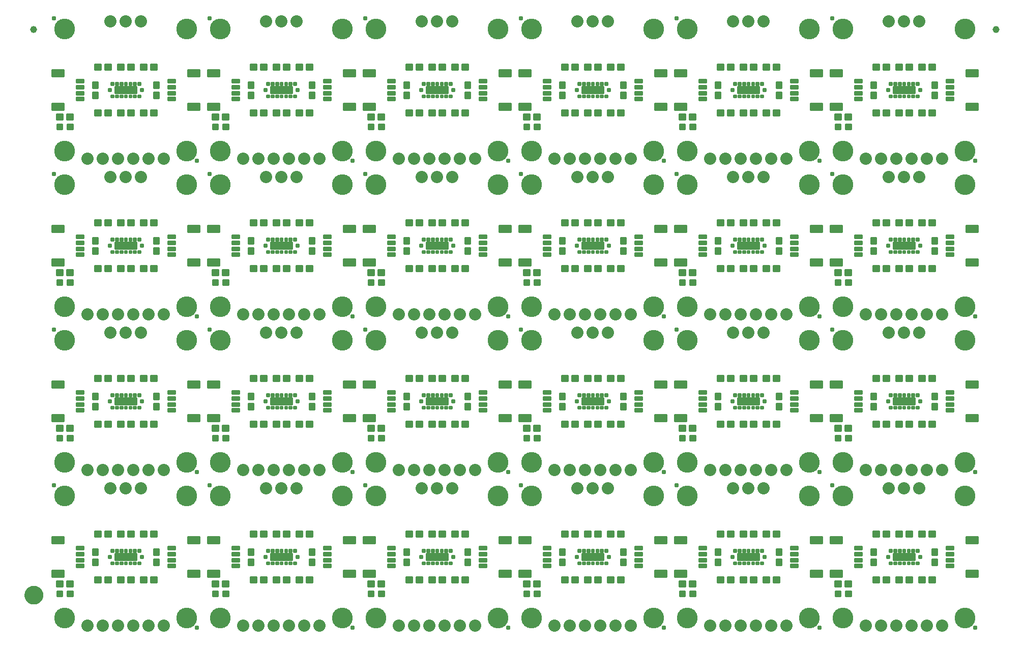
<source format=gts>
G04 EAGLE Gerber RS-274X export*
G75*
%MOMM*%
%FSLAX34Y34*%
%LPD*%
%INSoldermask Top*%
%IPPOS*%
%AMOC8*
5,1,8,0,0,1.08239X$1,22.5*%
G01*
%ADD10C,3.454400*%
%ADD11C,0.787400*%
%ADD12C,0.253525*%
%ADD13C,0.243431*%
%ADD14C,0.255816*%
%ADD15C,2.032000*%
%ADD16C,0.449434*%
%ADD17C,0.254434*%
%ADD18C,1.152400*%
%ADD19C,1.270000*%
%ADD20C,1.652400*%


D10*
X25400Y228600D03*
X228600Y228600D03*
D11*
X245110Y8890D03*
X7620Y246380D03*
D12*
X151605Y160605D02*
X161595Y160605D01*
X151605Y160605D02*
X151605Y169595D01*
X161595Y169595D01*
X161595Y160605D01*
X161595Y163013D02*
X151605Y163013D01*
X151605Y165421D02*
X161595Y165421D01*
X161595Y167829D02*
X151605Y167829D01*
X168605Y160605D02*
X178595Y160605D01*
X168605Y160605D02*
X168605Y169595D01*
X178595Y169595D01*
X178595Y160605D01*
X178595Y163013D02*
X168605Y163013D01*
X168605Y165421D02*
X178595Y165421D01*
X178595Y167829D02*
X168605Y167829D01*
X102395Y169595D02*
X92405Y169595D01*
X102395Y169595D02*
X102395Y160605D01*
X92405Y160605D01*
X92405Y169595D01*
X92405Y163013D02*
X102395Y163013D01*
X102395Y165421D02*
X92405Y165421D01*
X92405Y167829D02*
X102395Y167829D01*
X85395Y169595D02*
X75405Y169595D01*
X85395Y169595D02*
X85395Y160605D01*
X75405Y160605D01*
X75405Y169595D01*
X75405Y163013D02*
X85395Y163013D01*
X85395Y165421D02*
X75405Y165421D01*
X75405Y167829D02*
X85395Y167829D01*
D13*
X4505Y160545D02*
X4505Y149455D01*
X4505Y160545D02*
X23595Y160545D01*
X23595Y149455D01*
X4505Y149455D01*
X4505Y151767D02*
X23595Y151767D01*
X23595Y154079D02*
X4505Y154079D01*
X4505Y156391D02*
X23595Y156391D01*
X23595Y158703D02*
X4505Y158703D01*
X4505Y104545D02*
X4505Y93455D01*
X4505Y104545D02*
X23595Y104545D01*
X23595Y93455D01*
X4505Y93455D01*
X4505Y95767D02*
X23595Y95767D01*
X23595Y98079D02*
X4505Y98079D01*
X4505Y100391D02*
X23595Y100391D01*
X23595Y102703D02*
X4505Y102703D01*
D14*
X44567Y139517D02*
X44567Y144483D01*
X57033Y144483D01*
X57033Y139517D01*
X44567Y139517D01*
X44567Y141947D02*
X57033Y141947D01*
X57033Y144377D02*
X44567Y144377D01*
X44567Y134483D02*
X44567Y129517D01*
X44567Y134483D02*
X57033Y134483D01*
X57033Y129517D01*
X44567Y129517D01*
X44567Y131947D02*
X57033Y131947D01*
X57033Y134377D02*
X44567Y134377D01*
X44567Y124483D02*
X44567Y119517D01*
X44567Y124483D02*
X57033Y124483D01*
X57033Y119517D01*
X44567Y119517D01*
X44567Y121947D02*
X57033Y121947D01*
X57033Y124377D02*
X44567Y124377D01*
X44567Y114483D02*
X44567Y109517D01*
X44567Y114483D02*
X57033Y114483D01*
X57033Y109517D01*
X44567Y109517D01*
X44567Y111947D02*
X57033Y111947D01*
X57033Y114377D02*
X44567Y114377D01*
D15*
X63500Y12700D03*
X88900Y12700D03*
X114300Y12700D03*
X139700Y12700D03*
D12*
X123495Y84405D02*
X113505Y84405D01*
X113505Y93395D01*
X123495Y93395D01*
X123495Y84405D01*
X123495Y86813D02*
X113505Y86813D01*
X113505Y89221D02*
X123495Y89221D01*
X123495Y91629D02*
X113505Y91629D01*
X130505Y84405D02*
X140495Y84405D01*
X130505Y84405D02*
X130505Y93395D01*
X140495Y93395D01*
X140495Y84405D01*
X140495Y86813D02*
X130505Y86813D01*
X130505Y89221D02*
X140495Y89221D01*
X140495Y91629D02*
X130505Y91629D01*
D13*
X249495Y93455D02*
X249495Y104545D01*
X249495Y93455D02*
X230405Y93455D01*
X230405Y104545D01*
X249495Y104545D01*
X249495Y95767D02*
X230405Y95767D01*
X230405Y98079D02*
X249495Y98079D01*
X249495Y100391D02*
X230405Y100391D01*
X230405Y102703D02*
X249495Y102703D01*
X249495Y149455D02*
X249495Y160545D01*
X249495Y149455D02*
X230405Y149455D01*
X230405Y160545D01*
X249495Y160545D01*
X249495Y151767D02*
X230405Y151767D01*
X230405Y154079D02*
X249495Y154079D01*
X249495Y156391D02*
X230405Y156391D01*
X230405Y158703D02*
X249495Y158703D01*
D14*
X209433Y114483D02*
X209433Y109517D01*
X196967Y109517D01*
X196967Y114483D01*
X209433Y114483D01*
X209433Y111947D02*
X196967Y111947D01*
X196967Y114377D02*
X209433Y114377D01*
X209433Y119517D02*
X209433Y124483D01*
X209433Y119517D02*
X196967Y119517D01*
X196967Y124483D01*
X209433Y124483D01*
X209433Y121947D02*
X196967Y121947D01*
X196967Y124377D02*
X209433Y124377D01*
X209433Y129517D02*
X209433Y134483D01*
X209433Y129517D02*
X196967Y129517D01*
X196967Y134483D01*
X209433Y134483D01*
X209433Y131947D02*
X196967Y131947D01*
X196967Y134377D02*
X209433Y134377D01*
X209433Y139517D02*
X209433Y144483D01*
X209433Y139517D02*
X196967Y139517D01*
X196967Y144483D01*
X209433Y144483D01*
X209433Y141947D02*
X196967Y141947D01*
X196967Y144377D02*
X209433Y144377D01*
D15*
X165100Y12700D03*
D12*
X80695Y113505D02*
X80695Y123495D01*
X80695Y113505D02*
X71705Y113505D01*
X71705Y123495D01*
X80695Y123495D01*
X80695Y115913D02*
X71705Y115913D01*
X71705Y118321D02*
X80695Y118321D01*
X80695Y120729D02*
X71705Y120729D01*
X71705Y123137D02*
X80695Y123137D01*
X80695Y130505D02*
X80695Y140495D01*
X80695Y130505D02*
X71705Y130505D01*
X71705Y140495D01*
X80695Y140495D01*
X80695Y132913D02*
X71705Y132913D01*
X71705Y135321D02*
X80695Y135321D01*
X80695Y137729D02*
X71705Y137729D01*
X71705Y140137D02*
X80695Y140137D01*
X85395Y84405D02*
X75405Y84405D01*
X75405Y93395D01*
X85395Y93395D01*
X85395Y84405D01*
X85395Y86813D02*
X75405Y86813D01*
X75405Y89221D02*
X85395Y89221D01*
X85395Y91629D02*
X75405Y91629D01*
X92405Y84405D02*
X102395Y84405D01*
X92405Y84405D02*
X92405Y93395D01*
X102395Y93395D01*
X102395Y84405D01*
X102395Y86813D02*
X92405Y86813D01*
X92405Y89221D02*
X102395Y89221D01*
X102395Y91629D02*
X92405Y91629D01*
D15*
X152400Y241300D03*
D12*
X151605Y84405D02*
X161595Y84405D01*
X151605Y84405D02*
X151605Y93395D01*
X161595Y93395D01*
X161595Y84405D01*
X161595Y86813D02*
X151605Y86813D01*
X151605Y89221D02*
X161595Y89221D01*
X161595Y91629D02*
X151605Y91629D01*
X168605Y84405D02*
X178595Y84405D01*
X168605Y84405D02*
X168605Y93395D01*
X178595Y93395D01*
X178595Y84405D01*
X178595Y86813D02*
X168605Y86813D01*
X168605Y89221D02*
X178595Y89221D01*
X178595Y91629D02*
X168605Y91629D01*
X21895Y78055D02*
X11905Y78055D01*
X11905Y87045D01*
X21895Y87045D01*
X21895Y78055D01*
X21895Y80463D02*
X11905Y80463D01*
X11905Y82871D02*
X21895Y82871D01*
X21895Y85279D02*
X11905Y85279D01*
X28905Y78055D02*
X38895Y78055D01*
X28905Y78055D02*
X28905Y87045D01*
X38895Y87045D01*
X38895Y78055D01*
X38895Y80463D02*
X28905Y80463D01*
X28905Y82871D02*
X38895Y82871D01*
X38895Y85279D02*
X28905Y85279D01*
D16*
X30655Y69555D02*
X30655Y62525D01*
X30655Y69555D02*
X37685Y69555D01*
X37685Y62525D01*
X30655Y62525D01*
X30655Y66794D02*
X37685Y66794D01*
X13115Y69555D02*
X13115Y62525D01*
X13115Y69555D02*
X20145Y69555D01*
X20145Y62525D01*
X13115Y62525D01*
X13115Y66794D02*
X20145Y66794D01*
D17*
X147510Y114510D02*
X151490Y114510D01*
X147510Y114510D02*
X147510Y118490D01*
X151490Y118490D01*
X151490Y114510D01*
X151490Y116927D02*
X147510Y116927D01*
X143990Y114510D02*
X140010Y114510D01*
X140010Y118490D01*
X143990Y118490D01*
X143990Y114510D01*
X143990Y116927D02*
X140010Y116927D01*
X136490Y114510D02*
X132510Y114510D01*
X132510Y118490D01*
X136490Y118490D01*
X136490Y114510D01*
X136490Y116927D02*
X132510Y116927D01*
X128990Y114510D02*
X125010Y114510D01*
X125010Y118490D01*
X128990Y118490D01*
X128990Y114510D01*
X128990Y116927D02*
X125010Y116927D01*
X121490Y114510D02*
X117510Y114510D01*
X117510Y118490D01*
X121490Y118490D01*
X121490Y114510D01*
X121490Y116927D02*
X117510Y116927D01*
X102490Y128990D02*
X98510Y128990D01*
X102490Y128990D02*
X102490Y125010D01*
X98510Y125010D01*
X98510Y128990D01*
X98510Y127427D02*
X102490Y127427D01*
X117510Y135510D02*
X121490Y135510D01*
X117510Y135510D02*
X117510Y139490D01*
X121490Y139490D01*
X121490Y135510D01*
X121490Y137927D02*
X117510Y137927D01*
X125010Y135510D02*
X128990Y135510D01*
X125010Y135510D02*
X125010Y139490D01*
X128990Y139490D01*
X128990Y135510D01*
X128990Y137927D02*
X125010Y137927D01*
X132510Y135510D02*
X136490Y135510D01*
X132510Y135510D02*
X132510Y139490D01*
X136490Y139490D01*
X136490Y135510D01*
X136490Y137927D02*
X132510Y137927D01*
X140010Y135510D02*
X143990Y135510D01*
X140010Y135510D02*
X140010Y139490D01*
X143990Y139490D01*
X143990Y135510D01*
X143990Y137927D02*
X140010Y137927D01*
X147510Y135510D02*
X151490Y135510D01*
X147510Y135510D02*
X147510Y139490D01*
X151490Y139490D01*
X151490Y135510D01*
X151490Y137927D02*
X147510Y137927D01*
X151510Y125010D02*
X155490Y125010D01*
X151510Y125010D02*
X151510Y128990D01*
X155490Y128990D01*
X155490Y125010D01*
X155490Y127427D02*
X151510Y127427D01*
X113990Y114510D02*
X110010Y114510D01*
X110010Y118490D01*
X113990Y118490D01*
X113990Y114510D01*
X113990Y116927D02*
X110010Y116927D01*
X106490Y114510D02*
X102510Y114510D01*
X102510Y118490D01*
X106490Y118490D01*
X106490Y114510D01*
X106490Y116927D02*
X102510Y116927D01*
X110010Y135510D02*
X113990Y135510D01*
X110010Y135510D02*
X110010Y139490D01*
X113990Y139490D01*
X113990Y135510D01*
X113990Y137927D02*
X110010Y137927D01*
X106490Y135510D02*
X102510Y135510D01*
X102510Y139490D01*
X106490Y139490D01*
X106490Y135510D01*
X106490Y137927D02*
X102510Y137927D01*
D13*
X108955Y121455D02*
X145045Y121455D01*
X108955Y121455D02*
X108955Y132545D01*
X145045Y132545D01*
X145045Y121455D01*
X145045Y123767D02*
X108955Y123767D01*
X108955Y126079D02*
X145045Y126079D01*
X145045Y128391D02*
X108955Y128391D01*
X108955Y130703D02*
X145045Y130703D01*
D12*
X182295Y123495D02*
X182295Y113505D01*
X173305Y113505D01*
X173305Y123495D01*
X182295Y123495D01*
X182295Y115913D02*
X173305Y115913D01*
X173305Y118321D02*
X182295Y118321D01*
X182295Y120729D02*
X173305Y120729D01*
X173305Y123137D02*
X182295Y123137D01*
X182295Y130505D02*
X182295Y140495D01*
X182295Y130505D02*
X173305Y130505D01*
X173305Y140495D01*
X182295Y140495D01*
X182295Y132913D02*
X173305Y132913D01*
X173305Y135321D02*
X182295Y135321D01*
X182295Y137729D02*
X173305Y137729D01*
X173305Y140137D02*
X182295Y140137D01*
D15*
X190500Y12700D03*
D12*
X140495Y169595D02*
X130505Y169595D01*
X140495Y169595D02*
X140495Y160605D01*
X130505Y160605D01*
X130505Y169595D01*
X130505Y163013D02*
X140495Y163013D01*
X140495Y165421D02*
X130505Y165421D01*
X130505Y167829D02*
X140495Y167829D01*
X123495Y169595D02*
X113505Y169595D01*
X123495Y169595D02*
X123495Y160605D01*
X113505Y160605D01*
X113505Y169595D01*
X113505Y163013D02*
X123495Y163013D01*
X123495Y165421D02*
X113505Y165421D01*
X113505Y167829D02*
X123495Y167829D01*
D15*
X127000Y241300D03*
X101600Y241300D03*
D10*
X25400Y25400D03*
X228600Y25400D03*
X284480Y228600D03*
X487680Y228600D03*
D11*
X504190Y8890D03*
X266700Y246380D03*
D12*
X410685Y160605D02*
X420675Y160605D01*
X410685Y160605D02*
X410685Y169595D01*
X420675Y169595D01*
X420675Y160605D01*
X420675Y163013D02*
X410685Y163013D01*
X410685Y165421D02*
X420675Y165421D01*
X420675Y167829D02*
X410685Y167829D01*
X427685Y160605D02*
X437675Y160605D01*
X427685Y160605D02*
X427685Y169595D01*
X437675Y169595D01*
X437675Y160605D01*
X437675Y163013D02*
X427685Y163013D01*
X427685Y165421D02*
X437675Y165421D01*
X437675Y167829D02*
X427685Y167829D01*
X361475Y169595D02*
X351485Y169595D01*
X361475Y169595D02*
X361475Y160605D01*
X351485Y160605D01*
X351485Y169595D01*
X351485Y163013D02*
X361475Y163013D01*
X361475Y165421D02*
X351485Y165421D01*
X351485Y167829D02*
X361475Y167829D01*
X344475Y169595D02*
X334485Y169595D01*
X344475Y169595D02*
X344475Y160605D01*
X334485Y160605D01*
X334485Y169595D01*
X334485Y163013D02*
X344475Y163013D01*
X344475Y165421D02*
X334485Y165421D01*
X334485Y167829D02*
X344475Y167829D01*
D13*
X263585Y160545D02*
X263585Y149455D01*
X263585Y160545D02*
X282675Y160545D01*
X282675Y149455D01*
X263585Y149455D01*
X263585Y151767D02*
X282675Y151767D01*
X282675Y154079D02*
X263585Y154079D01*
X263585Y156391D02*
X282675Y156391D01*
X282675Y158703D02*
X263585Y158703D01*
X263585Y104545D02*
X263585Y93455D01*
X263585Y104545D02*
X282675Y104545D01*
X282675Y93455D01*
X263585Y93455D01*
X263585Y95767D02*
X282675Y95767D01*
X282675Y98079D02*
X263585Y98079D01*
X263585Y100391D02*
X282675Y100391D01*
X282675Y102703D02*
X263585Y102703D01*
D14*
X303647Y139517D02*
X303647Y144483D01*
X316113Y144483D01*
X316113Y139517D01*
X303647Y139517D01*
X303647Y141947D02*
X316113Y141947D01*
X316113Y144377D02*
X303647Y144377D01*
X303647Y134483D02*
X303647Y129517D01*
X303647Y134483D02*
X316113Y134483D01*
X316113Y129517D01*
X303647Y129517D01*
X303647Y131947D02*
X316113Y131947D01*
X316113Y134377D02*
X303647Y134377D01*
X303647Y124483D02*
X303647Y119517D01*
X303647Y124483D02*
X316113Y124483D01*
X316113Y119517D01*
X303647Y119517D01*
X303647Y121947D02*
X316113Y121947D01*
X316113Y124377D02*
X303647Y124377D01*
X303647Y114483D02*
X303647Y109517D01*
X303647Y114483D02*
X316113Y114483D01*
X316113Y109517D01*
X303647Y109517D01*
X303647Y111947D02*
X316113Y111947D01*
X316113Y114377D02*
X303647Y114377D01*
D15*
X322580Y12700D03*
X347980Y12700D03*
X373380Y12700D03*
X398780Y12700D03*
D12*
X382575Y84405D02*
X372585Y84405D01*
X372585Y93395D01*
X382575Y93395D01*
X382575Y84405D01*
X382575Y86813D02*
X372585Y86813D01*
X372585Y89221D02*
X382575Y89221D01*
X382575Y91629D02*
X372585Y91629D01*
X389585Y84405D02*
X399575Y84405D01*
X389585Y84405D02*
X389585Y93395D01*
X399575Y93395D01*
X399575Y84405D01*
X399575Y86813D02*
X389585Y86813D01*
X389585Y89221D02*
X399575Y89221D01*
X399575Y91629D02*
X389585Y91629D01*
D13*
X508575Y93455D02*
X508575Y104545D01*
X508575Y93455D02*
X489485Y93455D01*
X489485Y104545D01*
X508575Y104545D01*
X508575Y95767D02*
X489485Y95767D01*
X489485Y98079D02*
X508575Y98079D01*
X508575Y100391D02*
X489485Y100391D01*
X489485Y102703D02*
X508575Y102703D01*
X508575Y149455D02*
X508575Y160545D01*
X508575Y149455D02*
X489485Y149455D01*
X489485Y160545D01*
X508575Y160545D01*
X508575Y151767D02*
X489485Y151767D01*
X489485Y154079D02*
X508575Y154079D01*
X508575Y156391D02*
X489485Y156391D01*
X489485Y158703D02*
X508575Y158703D01*
D14*
X468513Y114483D02*
X468513Y109517D01*
X456047Y109517D01*
X456047Y114483D01*
X468513Y114483D01*
X468513Y111947D02*
X456047Y111947D01*
X456047Y114377D02*
X468513Y114377D01*
X468513Y119517D02*
X468513Y124483D01*
X468513Y119517D02*
X456047Y119517D01*
X456047Y124483D01*
X468513Y124483D01*
X468513Y121947D02*
X456047Y121947D01*
X456047Y124377D02*
X468513Y124377D01*
X468513Y129517D02*
X468513Y134483D01*
X468513Y129517D02*
X456047Y129517D01*
X456047Y134483D01*
X468513Y134483D01*
X468513Y131947D02*
X456047Y131947D01*
X456047Y134377D02*
X468513Y134377D01*
X468513Y139517D02*
X468513Y144483D01*
X468513Y139517D02*
X456047Y139517D01*
X456047Y144483D01*
X468513Y144483D01*
X468513Y141947D02*
X456047Y141947D01*
X456047Y144377D02*
X468513Y144377D01*
D15*
X424180Y12700D03*
D12*
X339775Y113505D02*
X339775Y123495D01*
X339775Y113505D02*
X330785Y113505D01*
X330785Y123495D01*
X339775Y123495D01*
X339775Y115913D02*
X330785Y115913D01*
X330785Y118321D02*
X339775Y118321D01*
X339775Y120729D02*
X330785Y120729D01*
X330785Y123137D02*
X339775Y123137D01*
X339775Y130505D02*
X339775Y140495D01*
X339775Y130505D02*
X330785Y130505D01*
X330785Y140495D01*
X339775Y140495D01*
X339775Y132913D02*
X330785Y132913D01*
X330785Y135321D02*
X339775Y135321D01*
X339775Y137729D02*
X330785Y137729D01*
X330785Y140137D02*
X339775Y140137D01*
X344475Y84405D02*
X334485Y84405D01*
X334485Y93395D01*
X344475Y93395D01*
X344475Y84405D01*
X344475Y86813D02*
X334485Y86813D01*
X334485Y89221D02*
X344475Y89221D01*
X344475Y91629D02*
X334485Y91629D01*
X351485Y84405D02*
X361475Y84405D01*
X351485Y84405D02*
X351485Y93395D01*
X361475Y93395D01*
X361475Y84405D01*
X361475Y86813D02*
X351485Y86813D01*
X351485Y89221D02*
X361475Y89221D01*
X361475Y91629D02*
X351485Y91629D01*
D15*
X411480Y241300D03*
D12*
X410685Y84405D02*
X420675Y84405D01*
X410685Y84405D02*
X410685Y93395D01*
X420675Y93395D01*
X420675Y84405D01*
X420675Y86813D02*
X410685Y86813D01*
X410685Y89221D02*
X420675Y89221D01*
X420675Y91629D02*
X410685Y91629D01*
X427685Y84405D02*
X437675Y84405D01*
X427685Y84405D02*
X427685Y93395D01*
X437675Y93395D01*
X437675Y84405D01*
X437675Y86813D02*
X427685Y86813D01*
X427685Y89221D02*
X437675Y89221D01*
X437675Y91629D02*
X427685Y91629D01*
X280975Y78055D02*
X270985Y78055D01*
X270985Y87045D01*
X280975Y87045D01*
X280975Y78055D01*
X280975Y80463D02*
X270985Y80463D01*
X270985Y82871D02*
X280975Y82871D01*
X280975Y85279D02*
X270985Y85279D01*
X287985Y78055D02*
X297975Y78055D01*
X287985Y78055D02*
X287985Y87045D01*
X297975Y87045D01*
X297975Y78055D01*
X297975Y80463D02*
X287985Y80463D01*
X287985Y82871D02*
X297975Y82871D01*
X297975Y85279D02*
X287985Y85279D01*
D16*
X289735Y69555D02*
X289735Y62525D01*
X289735Y69555D02*
X296765Y69555D01*
X296765Y62525D01*
X289735Y62525D01*
X289735Y66794D02*
X296765Y66794D01*
X272195Y69555D02*
X272195Y62525D01*
X272195Y69555D02*
X279225Y69555D01*
X279225Y62525D01*
X272195Y62525D01*
X272195Y66794D02*
X279225Y66794D01*
D17*
X406590Y114510D02*
X410570Y114510D01*
X406590Y114510D02*
X406590Y118490D01*
X410570Y118490D01*
X410570Y114510D01*
X410570Y116927D02*
X406590Y116927D01*
X403070Y114510D02*
X399090Y114510D01*
X399090Y118490D01*
X403070Y118490D01*
X403070Y114510D01*
X403070Y116927D02*
X399090Y116927D01*
X395570Y114510D02*
X391590Y114510D01*
X391590Y118490D01*
X395570Y118490D01*
X395570Y114510D01*
X395570Y116927D02*
X391590Y116927D01*
X388070Y114510D02*
X384090Y114510D01*
X384090Y118490D01*
X388070Y118490D01*
X388070Y114510D01*
X388070Y116927D02*
X384090Y116927D01*
X380570Y114510D02*
X376590Y114510D01*
X376590Y118490D01*
X380570Y118490D01*
X380570Y114510D01*
X380570Y116927D02*
X376590Y116927D01*
X361570Y128990D02*
X357590Y128990D01*
X361570Y128990D02*
X361570Y125010D01*
X357590Y125010D01*
X357590Y128990D01*
X357590Y127427D02*
X361570Y127427D01*
X376590Y135510D02*
X380570Y135510D01*
X376590Y135510D02*
X376590Y139490D01*
X380570Y139490D01*
X380570Y135510D01*
X380570Y137927D02*
X376590Y137927D01*
X384090Y135510D02*
X388070Y135510D01*
X384090Y135510D02*
X384090Y139490D01*
X388070Y139490D01*
X388070Y135510D01*
X388070Y137927D02*
X384090Y137927D01*
X391590Y135510D02*
X395570Y135510D01*
X391590Y135510D02*
X391590Y139490D01*
X395570Y139490D01*
X395570Y135510D01*
X395570Y137927D02*
X391590Y137927D01*
X399090Y135510D02*
X403070Y135510D01*
X399090Y135510D02*
X399090Y139490D01*
X403070Y139490D01*
X403070Y135510D01*
X403070Y137927D02*
X399090Y137927D01*
X406590Y135510D02*
X410570Y135510D01*
X406590Y135510D02*
X406590Y139490D01*
X410570Y139490D01*
X410570Y135510D01*
X410570Y137927D02*
X406590Y137927D01*
X410590Y125010D02*
X414570Y125010D01*
X410590Y125010D02*
X410590Y128990D01*
X414570Y128990D01*
X414570Y125010D01*
X414570Y127427D02*
X410590Y127427D01*
X373070Y114510D02*
X369090Y114510D01*
X369090Y118490D01*
X373070Y118490D01*
X373070Y114510D01*
X373070Y116927D02*
X369090Y116927D01*
X365570Y114510D02*
X361590Y114510D01*
X361590Y118490D01*
X365570Y118490D01*
X365570Y114510D01*
X365570Y116927D02*
X361590Y116927D01*
X369090Y135510D02*
X373070Y135510D01*
X369090Y135510D02*
X369090Y139490D01*
X373070Y139490D01*
X373070Y135510D01*
X373070Y137927D02*
X369090Y137927D01*
X365570Y135510D02*
X361590Y135510D01*
X361590Y139490D01*
X365570Y139490D01*
X365570Y135510D01*
X365570Y137927D02*
X361590Y137927D01*
D13*
X368035Y121455D02*
X404125Y121455D01*
X368035Y121455D02*
X368035Y132545D01*
X404125Y132545D01*
X404125Y121455D01*
X404125Y123767D02*
X368035Y123767D01*
X368035Y126079D02*
X404125Y126079D01*
X404125Y128391D02*
X368035Y128391D01*
X368035Y130703D02*
X404125Y130703D01*
D12*
X441375Y123495D02*
X441375Y113505D01*
X432385Y113505D01*
X432385Y123495D01*
X441375Y123495D01*
X441375Y115913D02*
X432385Y115913D01*
X432385Y118321D02*
X441375Y118321D01*
X441375Y120729D02*
X432385Y120729D01*
X432385Y123137D02*
X441375Y123137D01*
X441375Y130505D02*
X441375Y140495D01*
X441375Y130505D02*
X432385Y130505D01*
X432385Y140495D01*
X441375Y140495D01*
X441375Y132913D02*
X432385Y132913D01*
X432385Y135321D02*
X441375Y135321D01*
X441375Y137729D02*
X432385Y137729D01*
X432385Y140137D02*
X441375Y140137D01*
D15*
X449580Y12700D03*
D12*
X399575Y169595D02*
X389585Y169595D01*
X399575Y169595D02*
X399575Y160605D01*
X389585Y160605D01*
X389585Y169595D01*
X389585Y163013D02*
X399575Y163013D01*
X399575Y165421D02*
X389585Y165421D01*
X389585Y167829D02*
X399575Y167829D01*
X382575Y169595D02*
X372585Y169595D01*
X382575Y169595D02*
X382575Y160605D01*
X372585Y160605D01*
X372585Y169595D01*
X372585Y163013D02*
X382575Y163013D01*
X382575Y165421D02*
X372585Y165421D01*
X372585Y167829D02*
X382575Y167829D01*
D15*
X386080Y241300D03*
X360680Y241300D03*
D10*
X284480Y25400D03*
X487680Y25400D03*
X543560Y228600D03*
X746760Y228600D03*
D11*
X763270Y8890D03*
X525780Y246380D03*
D12*
X669765Y160605D02*
X679755Y160605D01*
X669765Y160605D02*
X669765Y169595D01*
X679755Y169595D01*
X679755Y160605D01*
X679755Y163013D02*
X669765Y163013D01*
X669765Y165421D02*
X679755Y165421D01*
X679755Y167829D02*
X669765Y167829D01*
X686765Y160605D02*
X696755Y160605D01*
X686765Y160605D02*
X686765Y169595D01*
X696755Y169595D01*
X696755Y160605D01*
X696755Y163013D02*
X686765Y163013D01*
X686765Y165421D02*
X696755Y165421D01*
X696755Y167829D02*
X686765Y167829D01*
X620555Y169595D02*
X610565Y169595D01*
X620555Y169595D02*
X620555Y160605D01*
X610565Y160605D01*
X610565Y169595D01*
X610565Y163013D02*
X620555Y163013D01*
X620555Y165421D02*
X610565Y165421D01*
X610565Y167829D02*
X620555Y167829D01*
X603555Y169595D02*
X593565Y169595D01*
X603555Y169595D02*
X603555Y160605D01*
X593565Y160605D01*
X593565Y169595D01*
X593565Y163013D02*
X603555Y163013D01*
X603555Y165421D02*
X593565Y165421D01*
X593565Y167829D02*
X603555Y167829D01*
D13*
X522665Y160545D02*
X522665Y149455D01*
X522665Y160545D02*
X541755Y160545D01*
X541755Y149455D01*
X522665Y149455D01*
X522665Y151767D02*
X541755Y151767D01*
X541755Y154079D02*
X522665Y154079D01*
X522665Y156391D02*
X541755Y156391D01*
X541755Y158703D02*
X522665Y158703D01*
X522665Y104545D02*
X522665Y93455D01*
X522665Y104545D02*
X541755Y104545D01*
X541755Y93455D01*
X522665Y93455D01*
X522665Y95767D02*
X541755Y95767D01*
X541755Y98079D02*
X522665Y98079D01*
X522665Y100391D02*
X541755Y100391D01*
X541755Y102703D02*
X522665Y102703D01*
D14*
X562727Y139517D02*
X562727Y144483D01*
X575193Y144483D01*
X575193Y139517D01*
X562727Y139517D01*
X562727Y141947D02*
X575193Y141947D01*
X575193Y144377D02*
X562727Y144377D01*
X562727Y134483D02*
X562727Y129517D01*
X562727Y134483D02*
X575193Y134483D01*
X575193Y129517D01*
X562727Y129517D01*
X562727Y131947D02*
X575193Y131947D01*
X575193Y134377D02*
X562727Y134377D01*
X562727Y124483D02*
X562727Y119517D01*
X562727Y124483D02*
X575193Y124483D01*
X575193Y119517D01*
X562727Y119517D01*
X562727Y121947D02*
X575193Y121947D01*
X575193Y124377D02*
X562727Y124377D01*
X562727Y114483D02*
X562727Y109517D01*
X562727Y114483D02*
X575193Y114483D01*
X575193Y109517D01*
X562727Y109517D01*
X562727Y111947D02*
X575193Y111947D01*
X575193Y114377D02*
X562727Y114377D01*
D15*
X581660Y12700D03*
X607060Y12700D03*
X632460Y12700D03*
X657860Y12700D03*
D12*
X641655Y84405D02*
X631665Y84405D01*
X631665Y93395D01*
X641655Y93395D01*
X641655Y84405D01*
X641655Y86813D02*
X631665Y86813D01*
X631665Y89221D02*
X641655Y89221D01*
X641655Y91629D02*
X631665Y91629D01*
X648665Y84405D02*
X658655Y84405D01*
X648665Y84405D02*
X648665Y93395D01*
X658655Y93395D01*
X658655Y84405D01*
X658655Y86813D02*
X648665Y86813D01*
X648665Y89221D02*
X658655Y89221D01*
X658655Y91629D02*
X648665Y91629D01*
D13*
X767655Y93455D02*
X767655Y104545D01*
X767655Y93455D02*
X748565Y93455D01*
X748565Y104545D01*
X767655Y104545D01*
X767655Y95767D02*
X748565Y95767D01*
X748565Y98079D02*
X767655Y98079D01*
X767655Y100391D02*
X748565Y100391D01*
X748565Y102703D02*
X767655Y102703D01*
X767655Y149455D02*
X767655Y160545D01*
X767655Y149455D02*
X748565Y149455D01*
X748565Y160545D01*
X767655Y160545D01*
X767655Y151767D02*
X748565Y151767D01*
X748565Y154079D02*
X767655Y154079D01*
X767655Y156391D02*
X748565Y156391D01*
X748565Y158703D02*
X767655Y158703D01*
D14*
X727593Y114483D02*
X727593Y109517D01*
X715127Y109517D01*
X715127Y114483D01*
X727593Y114483D01*
X727593Y111947D02*
X715127Y111947D01*
X715127Y114377D02*
X727593Y114377D01*
X727593Y119517D02*
X727593Y124483D01*
X727593Y119517D02*
X715127Y119517D01*
X715127Y124483D01*
X727593Y124483D01*
X727593Y121947D02*
X715127Y121947D01*
X715127Y124377D02*
X727593Y124377D01*
X727593Y129517D02*
X727593Y134483D01*
X727593Y129517D02*
X715127Y129517D01*
X715127Y134483D01*
X727593Y134483D01*
X727593Y131947D02*
X715127Y131947D01*
X715127Y134377D02*
X727593Y134377D01*
X727593Y139517D02*
X727593Y144483D01*
X727593Y139517D02*
X715127Y139517D01*
X715127Y144483D01*
X727593Y144483D01*
X727593Y141947D02*
X715127Y141947D01*
X715127Y144377D02*
X727593Y144377D01*
D15*
X683260Y12700D03*
D12*
X598855Y113505D02*
X598855Y123495D01*
X598855Y113505D02*
X589865Y113505D01*
X589865Y123495D01*
X598855Y123495D01*
X598855Y115913D02*
X589865Y115913D01*
X589865Y118321D02*
X598855Y118321D01*
X598855Y120729D02*
X589865Y120729D01*
X589865Y123137D02*
X598855Y123137D01*
X598855Y130505D02*
X598855Y140495D01*
X598855Y130505D02*
X589865Y130505D01*
X589865Y140495D01*
X598855Y140495D01*
X598855Y132913D02*
X589865Y132913D01*
X589865Y135321D02*
X598855Y135321D01*
X598855Y137729D02*
X589865Y137729D01*
X589865Y140137D02*
X598855Y140137D01*
X603555Y84405D02*
X593565Y84405D01*
X593565Y93395D01*
X603555Y93395D01*
X603555Y84405D01*
X603555Y86813D02*
X593565Y86813D01*
X593565Y89221D02*
X603555Y89221D01*
X603555Y91629D02*
X593565Y91629D01*
X610565Y84405D02*
X620555Y84405D01*
X610565Y84405D02*
X610565Y93395D01*
X620555Y93395D01*
X620555Y84405D01*
X620555Y86813D02*
X610565Y86813D01*
X610565Y89221D02*
X620555Y89221D01*
X620555Y91629D02*
X610565Y91629D01*
D15*
X670560Y241300D03*
D12*
X669765Y84405D02*
X679755Y84405D01*
X669765Y84405D02*
X669765Y93395D01*
X679755Y93395D01*
X679755Y84405D01*
X679755Y86813D02*
X669765Y86813D01*
X669765Y89221D02*
X679755Y89221D01*
X679755Y91629D02*
X669765Y91629D01*
X686765Y84405D02*
X696755Y84405D01*
X686765Y84405D02*
X686765Y93395D01*
X696755Y93395D01*
X696755Y84405D01*
X696755Y86813D02*
X686765Y86813D01*
X686765Y89221D02*
X696755Y89221D01*
X696755Y91629D02*
X686765Y91629D01*
X540055Y78055D02*
X530065Y78055D01*
X530065Y87045D01*
X540055Y87045D01*
X540055Y78055D01*
X540055Y80463D02*
X530065Y80463D01*
X530065Y82871D02*
X540055Y82871D01*
X540055Y85279D02*
X530065Y85279D01*
X547065Y78055D02*
X557055Y78055D01*
X547065Y78055D02*
X547065Y87045D01*
X557055Y87045D01*
X557055Y78055D01*
X557055Y80463D02*
X547065Y80463D01*
X547065Y82871D02*
X557055Y82871D01*
X557055Y85279D02*
X547065Y85279D01*
D16*
X548815Y69555D02*
X548815Y62525D01*
X548815Y69555D02*
X555845Y69555D01*
X555845Y62525D01*
X548815Y62525D01*
X548815Y66794D02*
X555845Y66794D01*
X531275Y69555D02*
X531275Y62525D01*
X531275Y69555D02*
X538305Y69555D01*
X538305Y62525D01*
X531275Y62525D01*
X531275Y66794D02*
X538305Y66794D01*
D17*
X665670Y114510D02*
X669650Y114510D01*
X665670Y114510D02*
X665670Y118490D01*
X669650Y118490D01*
X669650Y114510D01*
X669650Y116927D02*
X665670Y116927D01*
X662150Y114510D02*
X658170Y114510D01*
X658170Y118490D01*
X662150Y118490D01*
X662150Y114510D01*
X662150Y116927D02*
X658170Y116927D01*
X654650Y114510D02*
X650670Y114510D01*
X650670Y118490D01*
X654650Y118490D01*
X654650Y114510D01*
X654650Y116927D02*
X650670Y116927D01*
X647150Y114510D02*
X643170Y114510D01*
X643170Y118490D01*
X647150Y118490D01*
X647150Y114510D01*
X647150Y116927D02*
X643170Y116927D01*
X639650Y114510D02*
X635670Y114510D01*
X635670Y118490D01*
X639650Y118490D01*
X639650Y114510D01*
X639650Y116927D02*
X635670Y116927D01*
X620650Y128990D02*
X616670Y128990D01*
X620650Y128990D02*
X620650Y125010D01*
X616670Y125010D01*
X616670Y128990D01*
X616670Y127427D02*
X620650Y127427D01*
X635670Y135510D02*
X639650Y135510D01*
X635670Y135510D02*
X635670Y139490D01*
X639650Y139490D01*
X639650Y135510D01*
X639650Y137927D02*
X635670Y137927D01*
X643170Y135510D02*
X647150Y135510D01*
X643170Y135510D02*
X643170Y139490D01*
X647150Y139490D01*
X647150Y135510D01*
X647150Y137927D02*
X643170Y137927D01*
X650670Y135510D02*
X654650Y135510D01*
X650670Y135510D02*
X650670Y139490D01*
X654650Y139490D01*
X654650Y135510D01*
X654650Y137927D02*
X650670Y137927D01*
X658170Y135510D02*
X662150Y135510D01*
X658170Y135510D02*
X658170Y139490D01*
X662150Y139490D01*
X662150Y135510D01*
X662150Y137927D02*
X658170Y137927D01*
X665670Y135510D02*
X669650Y135510D01*
X665670Y135510D02*
X665670Y139490D01*
X669650Y139490D01*
X669650Y135510D01*
X669650Y137927D02*
X665670Y137927D01*
X669670Y125010D02*
X673650Y125010D01*
X669670Y125010D02*
X669670Y128990D01*
X673650Y128990D01*
X673650Y125010D01*
X673650Y127427D02*
X669670Y127427D01*
X632150Y114510D02*
X628170Y114510D01*
X628170Y118490D01*
X632150Y118490D01*
X632150Y114510D01*
X632150Y116927D02*
X628170Y116927D01*
X624650Y114510D02*
X620670Y114510D01*
X620670Y118490D01*
X624650Y118490D01*
X624650Y114510D01*
X624650Y116927D02*
X620670Y116927D01*
X628170Y135510D02*
X632150Y135510D01*
X628170Y135510D02*
X628170Y139490D01*
X632150Y139490D01*
X632150Y135510D01*
X632150Y137927D02*
X628170Y137927D01*
X624650Y135510D02*
X620670Y135510D01*
X620670Y139490D01*
X624650Y139490D01*
X624650Y135510D01*
X624650Y137927D02*
X620670Y137927D01*
D13*
X627115Y121455D02*
X663205Y121455D01*
X627115Y121455D02*
X627115Y132545D01*
X663205Y132545D01*
X663205Y121455D01*
X663205Y123767D02*
X627115Y123767D01*
X627115Y126079D02*
X663205Y126079D01*
X663205Y128391D02*
X627115Y128391D01*
X627115Y130703D02*
X663205Y130703D01*
D12*
X700455Y123495D02*
X700455Y113505D01*
X691465Y113505D01*
X691465Y123495D01*
X700455Y123495D01*
X700455Y115913D02*
X691465Y115913D01*
X691465Y118321D02*
X700455Y118321D01*
X700455Y120729D02*
X691465Y120729D01*
X691465Y123137D02*
X700455Y123137D01*
X700455Y130505D02*
X700455Y140495D01*
X700455Y130505D02*
X691465Y130505D01*
X691465Y140495D01*
X700455Y140495D01*
X700455Y132913D02*
X691465Y132913D01*
X691465Y135321D02*
X700455Y135321D01*
X700455Y137729D02*
X691465Y137729D01*
X691465Y140137D02*
X700455Y140137D01*
D15*
X708660Y12700D03*
D12*
X658655Y169595D02*
X648665Y169595D01*
X658655Y169595D02*
X658655Y160605D01*
X648665Y160605D01*
X648665Y169595D01*
X648665Y163013D02*
X658655Y163013D01*
X658655Y165421D02*
X648665Y165421D01*
X648665Y167829D02*
X658655Y167829D01*
X641655Y169595D02*
X631665Y169595D01*
X641655Y169595D02*
X641655Y160605D01*
X631665Y160605D01*
X631665Y169595D01*
X631665Y163013D02*
X641655Y163013D01*
X641655Y165421D02*
X631665Y165421D01*
X631665Y167829D02*
X641655Y167829D01*
D15*
X645160Y241300D03*
X619760Y241300D03*
D10*
X543560Y25400D03*
X746760Y25400D03*
X802640Y228600D03*
X1005840Y228600D03*
D11*
X1022350Y8890D03*
X784860Y246380D03*
D12*
X928845Y160605D02*
X938835Y160605D01*
X928845Y160605D02*
X928845Y169595D01*
X938835Y169595D01*
X938835Y160605D01*
X938835Y163013D02*
X928845Y163013D01*
X928845Y165421D02*
X938835Y165421D01*
X938835Y167829D02*
X928845Y167829D01*
X945845Y160605D02*
X955835Y160605D01*
X945845Y160605D02*
X945845Y169595D01*
X955835Y169595D01*
X955835Y160605D01*
X955835Y163013D02*
X945845Y163013D01*
X945845Y165421D02*
X955835Y165421D01*
X955835Y167829D02*
X945845Y167829D01*
X879635Y169595D02*
X869645Y169595D01*
X879635Y169595D02*
X879635Y160605D01*
X869645Y160605D01*
X869645Y169595D01*
X869645Y163013D02*
X879635Y163013D01*
X879635Y165421D02*
X869645Y165421D01*
X869645Y167829D02*
X879635Y167829D01*
X862635Y169595D02*
X852645Y169595D01*
X862635Y169595D02*
X862635Y160605D01*
X852645Y160605D01*
X852645Y169595D01*
X852645Y163013D02*
X862635Y163013D01*
X862635Y165421D02*
X852645Y165421D01*
X852645Y167829D02*
X862635Y167829D01*
D13*
X781745Y160545D02*
X781745Y149455D01*
X781745Y160545D02*
X800835Y160545D01*
X800835Y149455D01*
X781745Y149455D01*
X781745Y151767D02*
X800835Y151767D01*
X800835Y154079D02*
X781745Y154079D01*
X781745Y156391D02*
X800835Y156391D01*
X800835Y158703D02*
X781745Y158703D01*
X781745Y104545D02*
X781745Y93455D01*
X781745Y104545D02*
X800835Y104545D01*
X800835Y93455D01*
X781745Y93455D01*
X781745Y95767D02*
X800835Y95767D01*
X800835Y98079D02*
X781745Y98079D01*
X781745Y100391D02*
X800835Y100391D01*
X800835Y102703D02*
X781745Y102703D01*
D14*
X821807Y139517D02*
X821807Y144483D01*
X834273Y144483D01*
X834273Y139517D01*
X821807Y139517D01*
X821807Y141947D02*
X834273Y141947D01*
X834273Y144377D02*
X821807Y144377D01*
X821807Y134483D02*
X821807Y129517D01*
X821807Y134483D02*
X834273Y134483D01*
X834273Y129517D01*
X821807Y129517D01*
X821807Y131947D02*
X834273Y131947D01*
X834273Y134377D02*
X821807Y134377D01*
X821807Y124483D02*
X821807Y119517D01*
X821807Y124483D02*
X834273Y124483D01*
X834273Y119517D01*
X821807Y119517D01*
X821807Y121947D02*
X834273Y121947D01*
X834273Y124377D02*
X821807Y124377D01*
X821807Y114483D02*
X821807Y109517D01*
X821807Y114483D02*
X834273Y114483D01*
X834273Y109517D01*
X821807Y109517D01*
X821807Y111947D02*
X834273Y111947D01*
X834273Y114377D02*
X821807Y114377D01*
D15*
X840740Y12700D03*
X866140Y12700D03*
X891540Y12700D03*
X916940Y12700D03*
D12*
X900735Y84405D02*
X890745Y84405D01*
X890745Y93395D01*
X900735Y93395D01*
X900735Y84405D01*
X900735Y86813D02*
X890745Y86813D01*
X890745Y89221D02*
X900735Y89221D01*
X900735Y91629D02*
X890745Y91629D01*
X907745Y84405D02*
X917735Y84405D01*
X907745Y84405D02*
X907745Y93395D01*
X917735Y93395D01*
X917735Y84405D01*
X917735Y86813D02*
X907745Y86813D01*
X907745Y89221D02*
X917735Y89221D01*
X917735Y91629D02*
X907745Y91629D01*
D13*
X1026735Y93455D02*
X1026735Y104545D01*
X1026735Y93455D02*
X1007645Y93455D01*
X1007645Y104545D01*
X1026735Y104545D01*
X1026735Y95767D02*
X1007645Y95767D01*
X1007645Y98079D02*
X1026735Y98079D01*
X1026735Y100391D02*
X1007645Y100391D01*
X1007645Y102703D02*
X1026735Y102703D01*
X1026735Y149455D02*
X1026735Y160545D01*
X1026735Y149455D02*
X1007645Y149455D01*
X1007645Y160545D01*
X1026735Y160545D01*
X1026735Y151767D02*
X1007645Y151767D01*
X1007645Y154079D02*
X1026735Y154079D01*
X1026735Y156391D02*
X1007645Y156391D01*
X1007645Y158703D02*
X1026735Y158703D01*
D14*
X986673Y114483D02*
X986673Y109517D01*
X974207Y109517D01*
X974207Y114483D01*
X986673Y114483D01*
X986673Y111947D02*
X974207Y111947D01*
X974207Y114377D02*
X986673Y114377D01*
X986673Y119517D02*
X986673Y124483D01*
X986673Y119517D02*
X974207Y119517D01*
X974207Y124483D01*
X986673Y124483D01*
X986673Y121947D02*
X974207Y121947D01*
X974207Y124377D02*
X986673Y124377D01*
X986673Y129517D02*
X986673Y134483D01*
X986673Y129517D02*
X974207Y129517D01*
X974207Y134483D01*
X986673Y134483D01*
X986673Y131947D02*
X974207Y131947D01*
X974207Y134377D02*
X986673Y134377D01*
X986673Y139517D02*
X986673Y144483D01*
X986673Y139517D02*
X974207Y139517D01*
X974207Y144483D01*
X986673Y144483D01*
X986673Y141947D02*
X974207Y141947D01*
X974207Y144377D02*
X986673Y144377D01*
D15*
X942340Y12700D03*
D12*
X857935Y113505D02*
X857935Y123495D01*
X857935Y113505D02*
X848945Y113505D01*
X848945Y123495D01*
X857935Y123495D01*
X857935Y115913D02*
X848945Y115913D01*
X848945Y118321D02*
X857935Y118321D01*
X857935Y120729D02*
X848945Y120729D01*
X848945Y123137D02*
X857935Y123137D01*
X857935Y130505D02*
X857935Y140495D01*
X857935Y130505D02*
X848945Y130505D01*
X848945Y140495D01*
X857935Y140495D01*
X857935Y132913D02*
X848945Y132913D01*
X848945Y135321D02*
X857935Y135321D01*
X857935Y137729D02*
X848945Y137729D01*
X848945Y140137D02*
X857935Y140137D01*
X862635Y84405D02*
X852645Y84405D01*
X852645Y93395D01*
X862635Y93395D01*
X862635Y84405D01*
X862635Y86813D02*
X852645Y86813D01*
X852645Y89221D02*
X862635Y89221D01*
X862635Y91629D02*
X852645Y91629D01*
X869645Y84405D02*
X879635Y84405D01*
X869645Y84405D02*
X869645Y93395D01*
X879635Y93395D01*
X879635Y84405D01*
X879635Y86813D02*
X869645Y86813D01*
X869645Y89221D02*
X879635Y89221D01*
X879635Y91629D02*
X869645Y91629D01*
D15*
X929640Y241300D03*
D12*
X928845Y84405D02*
X938835Y84405D01*
X928845Y84405D02*
X928845Y93395D01*
X938835Y93395D01*
X938835Y84405D01*
X938835Y86813D02*
X928845Y86813D01*
X928845Y89221D02*
X938835Y89221D01*
X938835Y91629D02*
X928845Y91629D01*
X945845Y84405D02*
X955835Y84405D01*
X945845Y84405D02*
X945845Y93395D01*
X955835Y93395D01*
X955835Y84405D01*
X955835Y86813D02*
X945845Y86813D01*
X945845Y89221D02*
X955835Y89221D01*
X955835Y91629D02*
X945845Y91629D01*
X799135Y78055D02*
X789145Y78055D01*
X789145Y87045D01*
X799135Y87045D01*
X799135Y78055D01*
X799135Y80463D02*
X789145Y80463D01*
X789145Y82871D02*
X799135Y82871D01*
X799135Y85279D02*
X789145Y85279D01*
X806145Y78055D02*
X816135Y78055D01*
X806145Y78055D02*
X806145Y87045D01*
X816135Y87045D01*
X816135Y78055D01*
X816135Y80463D02*
X806145Y80463D01*
X806145Y82871D02*
X816135Y82871D01*
X816135Y85279D02*
X806145Y85279D01*
D16*
X807895Y69555D02*
X807895Y62525D01*
X807895Y69555D02*
X814925Y69555D01*
X814925Y62525D01*
X807895Y62525D01*
X807895Y66794D02*
X814925Y66794D01*
X790355Y69555D02*
X790355Y62525D01*
X790355Y69555D02*
X797385Y69555D01*
X797385Y62525D01*
X790355Y62525D01*
X790355Y66794D02*
X797385Y66794D01*
D17*
X924750Y114510D02*
X928730Y114510D01*
X924750Y114510D02*
X924750Y118490D01*
X928730Y118490D01*
X928730Y114510D01*
X928730Y116927D02*
X924750Y116927D01*
X921230Y114510D02*
X917250Y114510D01*
X917250Y118490D01*
X921230Y118490D01*
X921230Y114510D01*
X921230Y116927D02*
X917250Y116927D01*
X913730Y114510D02*
X909750Y114510D01*
X909750Y118490D01*
X913730Y118490D01*
X913730Y114510D01*
X913730Y116927D02*
X909750Y116927D01*
X906230Y114510D02*
X902250Y114510D01*
X902250Y118490D01*
X906230Y118490D01*
X906230Y114510D01*
X906230Y116927D02*
X902250Y116927D01*
X898730Y114510D02*
X894750Y114510D01*
X894750Y118490D01*
X898730Y118490D01*
X898730Y114510D01*
X898730Y116927D02*
X894750Y116927D01*
X879730Y128990D02*
X875750Y128990D01*
X879730Y128990D02*
X879730Y125010D01*
X875750Y125010D01*
X875750Y128990D01*
X875750Y127427D02*
X879730Y127427D01*
X894750Y135510D02*
X898730Y135510D01*
X894750Y135510D02*
X894750Y139490D01*
X898730Y139490D01*
X898730Y135510D01*
X898730Y137927D02*
X894750Y137927D01*
X902250Y135510D02*
X906230Y135510D01*
X902250Y135510D02*
X902250Y139490D01*
X906230Y139490D01*
X906230Y135510D01*
X906230Y137927D02*
X902250Y137927D01*
X909750Y135510D02*
X913730Y135510D01*
X909750Y135510D02*
X909750Y139490D01*
X913730Y139490D01*
X913730Y135510D01*
X913730Y137927D02*
X909750Y137927D01*
X917250Y135510D02*
X921230Y135510D01*
X917250Y135510D02*
X917250Y139490D01*
X921230Y139490D01*
X921230Y135510D01*
X921230Y137927D02*
X917250Y137927D01*
X924750Y135510D02*
X928730Y135510D01*
X924750Y135510D02*
X924750Y139490D01*
X928730Y139490D01*
X928730Y135510D01*
X928730Y137927D02*
X924750Y137927D01*
X928750Y125010D02*
X932730Y125010D01*
X928750Y125010D02*
X928750Y128990D01*
X932730Y128990D01*
X932730Y125010D01*
X932730Y127427D02*
X928750Y127427D01*
X891230Y114510D02*
X887250Y114510D01*
X887250Y118490D01*
X891230Y118490D01*
X891230Y114510D01*
X891230Y116927D02*
X887250Y116927D01*
X883730Y114510D02*
X879750Y114510D01*
X879750Y118490D01*
X883730Y118490D01*
X883730Y114510D01*
X883730Y116927D02*
X879750Y116927D01*
X887250Y135510D02*
X891230Y135510D01*
X887250Y135510D02*
X887250Y139490D01*
X891230Y139490D01*
X891230Y135510D01*
X891230Y137927D02*
X887250Y137927D01*
X883730Y135510D02*
X879750Y135510D01*
X879750Y139490D01*
X883730Y139490D01*
X883730Y135510D01*
X883730Y137927D02*
X879750Y137927D01*
D13*
X886195Y121455D02*
X922285Y121455D01*
X886195Y121455D02*
X886195Y132545D01*
X922285Y132545D01*
X922285Y121455D01*
X922285Y123767D02*
X886195Y123767D01*
X886195Y126079D02*
X922285Y126079D01*
X922285Y128391D02*
X886195Y128391D01*
X886195Y130703D02*
X922285Y130703D01*
D12*
X959535Y123495D02*
X959535Y113505D01*
X950545Y113505D01*
X950545Y123495D01*
X959535Y123495D01*
X959535Y115913D02*
X950545Y115913D01*
X950545Y118321D02*
X959535Y118321D01*
X959535Y120729D02*
X950545Y120729D01*
X950545Y123137D02*
X959535Y123137D01*
X959535Y130505D02*
X959535Y140495D01*
X959535Y130505D02*
X950545Y130505D01*
X950545Y140495D01*
X959535Y140495D01*
X959535Y132913D02*
X950545Y132913D01*
X950545Y135321D02*
X959535Y135321D01*
X959535Y137729D02*
X950545Y137729D01*
X950545Y140137D02*
X959535Y140137D01*
D15*
X967740Y12700D03*
D12*
X917735Y169595D02*
X907745Y169595D01*
X917735Y169595D02*
X917735Y160605D01*
X907745Y160605D01*
X907745Y169595D01*
X907745Y163013D02*
X917735Y163013D01*
X917735Y165421D02*
X907745Y165421D01*
X907745Y167829D02*
X917735Y167829D01*
X900735Y169595D02*
X890745Y169595D01*
X900735Y169595D02*
X900735Y160605D01*
X890745Y160605D01*
X890745Y169595D01*
X890745Y163013D02*
X900735Y163013D01*
X900735Y165421D02*
X890745Y165421D01*
X890745Y167829D02*
X900735Y167829D01*
D15*
X904240Y241300D03*
X878840Y241300D03*
D10*
X802640Y25400D03*
X1005840Y25400D03*
X1061720Y228600D03*
X1264920Y228600D03*
D11*
X1281430Y8890D03*
X1043940Y246380D03*
D12*
X1187925Y160605D02*
X1197915Y160605D01*
X1187925Y160605D02*
X1187925Y169595D01*
X1197915Y169595D01*
X1197915Y160605D01*
X1197915Y163013D02*
X1187925Y163013D01*
X1187925Y165421D02*
X1197915Y165421D01*
X1197915Y167829D02*
X1187925Y167829D01*
X1204925Y160605D02*
X1214915Y160605D01*
X1204925Y160605D02*
X1204925Y169595D01*
X1214915Y169595D01*
X1214915Y160605D01*
X1214915Y163013D02*
X1204925Y163013D01*
X1204925Y165421D02*
X1214915Y165421D01*
X1214915Y167829D02*
X1204925Y167829D01*
X1138715Y169595D02*
X1128725Y169595D01*
X1138715Y169595D02*
X1138715Y160605D01*
X1128725Y160605D01*
X1128725Y169595D01*
X1128725Y163013D02*
X1138715Y163013D01*
X1138715Y165421D02*
X1128725Y165421D01*
X1128725Y167829D02*
X1138715Y167829D01*
X1121715Y169595D02*
X1111725Y169595D01*
X1121715Y169595D02*
X1121715Y160605D01*
X1111725Y160605D01*
X1111725Y169595D01*
X1111725Y163013D02*
X1121715Y163013D01*
X1121715Y165421D02*
X1111725Y165421D01*
X1111725Y167829D02*
X1121715Y167829D01*
D13*
X1040825Y160545D02*
X1040825Y149455D01*
X1040825Y160545D02*
X1059915Y160545D01*
X1059915Y149455D01*
X1040825Y149455D01*
X1040825Y151767D02*
X1059915Y151767D01*
X1059915Y154079D02*
X1040825Y154079D01*
X1040825Y156391D02*
X1059915Y156391D01*
X1059915Y158703D02*
X1040825Y158703D01*
X1040825Y104545D02*
X1040825Y93455D01*
X1040825Y104545D02*
X1059915Y104545D01*
X1059915Y93455D01*
X1040825Y93455D01*
X1040825Y95767D02*
X1059915Y95767D01*
X1059915Y98079D02*
X1040825Y98079D01*
X1040825Y100391D02*
X1059915Y100391D01*
X1059915Y102703D02*
X1040825Y102703D01*
D14*
X1080887Y139517D02*
X1080887Y144483D01*
X1093353Y144483D01*
X1093353Y139517D01*
X1080887Y139517D01*
X1080887Y141947D02*
X1093353Y141947D01*
X1093353Y144377D02*
X1080887Y144377D01*
X1080887Y134483D02*
X1080887Y129517D01*
X1080887Y134483D02*
X1093353Y134483D01*
X1093353Y129517D01*
X1080887Y129517D01*
X1080887Y131947D02*
X1093353Y131947D01*
X1093353Y134377D02*
X1080887Y134377D01*
X1080887Y124483D02*
X1080887Y119517D01*
X1080887Y124483D02*
X1093353Y124483D01*
X1093353Y119517D01*
X1080887Y119517D01*
X1080887Y121947D02*
X1093353Y121947D01*
X1093353Y124377D02*
X1080887Y124377D01*
X1080887Y114483D02*
X1080887Y109517D01*
X1080887Y114483D02*
X1093353Y114483D01*
X1093353Y109517D01*
X1080887Y109517D01*
X1080887Y111947D02*
X1093353Y111947D01*
X1093353Y114377D02*
X1080887Y114377D01*
D15*
X1099820Y12700D03*
X1125220Y12700D03*
X1150620Y12700D03*
X1176020Y12700D03*
D12*
X1159815Y84405D02*
X1149825Y84405D01*
X1149825Y93395D01*
X1159815Y93395D01*
X1159815Y84405D01*
X1159815Y86813D02*
X1149825Y86813D01*
X1149825Y89221D02*
X1159815Y89221D01*
X1159815Y91629D02*
X1149825Y91629D01*
X1166825Y84405D02*
X1176815Y84405D01*
X1166825Y84405D02*
X1166825Y93395D01*
X1176815Y93395D01*
X1176815Y84405D01*
X1176815Y86813D02*
X1166825Y86813D01*
X1166825Y89221D02*
X1176815Y89221D01*
X1176815Y91629D02*
X1166825Y91629D01*
D13*
X1285815Y93455D02*
X1285815Y104545D01*
X1285815Y93455D02*
X1266725Y93455D01*
X1266725Y104545D01*
X1285815Y104545D01*
X1285815Y95767D02*
X1266725Y95767D01*
X1266725Y98079D02*
X1285815Y98079D01*
X1285815Y100391D02*
X1266725Y100391D01*
X1266725Y102703D02*
X1285815Y102703D01*
X1285815Y149455D02*
X1285815Y160545D01*
X1285815Y149455D02*
X1266725Y149455D01*
X1266725Y160545D01*
X1285815Y160545D01*
X1285815Y151767D02*
X1266725Y151767D01*
X1266725Y154079D02*
X1285815Y154079D01*
X1285815Y156391D02*
X1266725Y156391D01*
X1266725Y158703D02*
X1285815Y158703D01*
D14*
X1245753Y114483D02*
X1245753Y109517D01*
X1233287Y109517D01*
X1233287Y114483D01*
X1245753Y114483D01*
X1245753Y111947D02*
X1233287Y111947D01*
X1233287Y114377D02*
X1245753Y114377D01*
X1245753Y119517D02*
X1245753Y124483D01*
X1245753Y119517D02*
X1233287Y119517D01*
X1233287Y124483D01*
X1245753Y124483D01*
X1245753Y121947D02*
X1233287Y121947D01*
X1233287Y124377D02*
X1245753Y124377D01*
X1245753Y129517D02*
X1245753Y134483D01*
X1245753Y129517D02*
X1233287Y129517D01*
X1233287Y134483D01*
X1245753Y134483D01*
X1245753Y131947D02*
X1233287Y131947D01*
X1233287Y134377D02*
X1245753Y134377D01*
X1245753Y139517D02*
X1245753Y144483D01*
X1245753Y139517D02*
X1233287Y139517D01*
X1233287Y144483D01*
X1245753Y144483D01*
X1245753Y141947D02*
X1233287Y141947D01*
X1233287Y144377D02*
X1245753Y144377D01*
D15*
X1201420Y12700D03*
D12*
X1117015Y113505D02*
X1117015Y123495D01*
X1117015Y113505D02*
X1108025Y113505D01*
X1108025Y123495D01*
X1117015Y123495D01*
X1117015Y115913D02*
X1108025Y115913D01*
X1108025Y118321D02*
X1117015Y118321D01*
X1117015Y120729D02*
X1108025Y120729D01*
X1108025Y123137D02*
X1117015Y123137D01*
X1117015Y130505D02*
X1117015Y140495D01*
X1117015Y130505D02*
X1108025Y130505D01*
X1108025Y140495D01*
X1117015Y140495D01*
X1117015Y132913D02*
X1108025Y132913D01*
X1108025Y135321D02*
X1117015Y135321D01*
X1117015Y137729D02*
X1108025Y137729D01*
X1108025Y140137D02*
X1117015Y140137D01*
X1121715Y84405D02*
X1111725Y84405D01*
X1111725Y93395D01*
X1121715Y93395D01*
X1121715Y84405D01*
X1121715Y86813D02*
X1111725Y86813D01*
X1111725Y89221D02*
X1121715Y89221D01*
X1121715Y91629D02*
X1111725Y91629D01*
X1128725Y84405D02*
X1138715Y84405D01*
X1128725Y84405D02*
X1128725Y93395D01*
X1138715Y93395D01*
X1138715Y84405D01*
X1138715Y86813D02*
X1128725Y86813D01*
X1128725Y89221D02*
X1138715Y89221D01*
X1138715Y91629D02*
X1128725Y91629D01*
D15*
X1188720Y241300D03*
D12*
X1187925Y84405D02*
X1197915Y84405D01*
X1187925Y84405D02*
X1187925Y93395D01*
X1197915Y93395D01*
X1197915Y84405D01*
X1197915Y86813D02*
X1187925Y86813D01*
X1187925Y89221D02*
X1197915Y89221D01*
X1197915Y91629D02*
X1187925Y91629D01*
X1204925Y84405D02*
X1214915Y84405D01*
X1204925Y84405D02*
X1204925Y93395D01*
X1214915Y93395D01*
X1214915Y84405D01*
X1214915Y86813D02*
X1204925Y86813D01*
X1204925Y89221D02*
X1214915Y89221D01*
X1214915Y91629D02*
X1204925Y91629D01*
X1058215Y78055D02*
X1048225Y78055D01*
X1048225Y87045D01*
X1058215Y87045D01*
X1058215Y78055D01*
X1058215Y80463D02*
X1048225Y80463D01*
X1048225Y82871D02*
X1058215Y82871D01*
X1058215Y85279D02*
X1048225Y85279D01*
X1065225Y78055D02*
X1075215Y78055D01*
X1065225Y78055D02*
X1065225Y87045D01*
X1075215Y87045D01*
X1075215Y78055D01*
X1075215Y80463D02*
X1065225Y80463D01*
X1065225Y82871D02*
X1075215Y82871D01*
X1075215Y85279D02*
X1065225Y85279D01*
D16*
X1066975Y69555D02*
X1066975Y62525D01*
X1066975Y69555D02*
X1074005Y69555D01*
X1074005Y62525D01*
X1066975Y62525D01*
X1066975Y66794D02*
X1074005Y66794D01*
X1049435Y69555D02*
X1049435Y62525D01*
X1049435Y69555D02*
X1056465Y69555D01*
X1056465Y62525D01*
X1049435Y62525D01*
X1049435Y66794D02*
X1056465Y66794D01*
D17*
X1183830Y114510D02*
X1187810Y114510D01*
X1183830Y114510D02*
X1183830Y118490D01*
X1187810Y118490D01*
X1187810Y114510D01*
X1187810Y116927D02*
X1183830Y116927D01*
X1180310Y114510D02*
X1176330Y114510D01*
X1176330Y118490D01*
X1180310Y118490D01*
X1180310Y114510D01*
X1180310Y116927D02*
X1176330Y116927D01*
X1172810Y114510D02*
X1168830Y114510D01*
X1168830Y118490D01*
X1172810Y118490D01*
X1172810Y114510D01*
X1172810Y116927D02*
X1168830Y116927D01*
X1165310Y114510D02*
X1161330Y114510D01*
X1161330Y118490D01*
X1165310Y118490D01*
X1165310Y114510D01*
X1165310Y116927D02*
X1161330Y116927D01*
X1157810Y114510D02*
X1153830Y114510D01*
X1153830Y118490D01*
X1157810Y118490D01*
X1157810Y114510D01*
X1157810Y116927D02*
X1153830Y116927D01*
X1138810Y128990D02*
X1134830Y128990D01*
X1138810Y128990D02*
X1138810Y125010D01*
X1134830Y125010D01*
X1134830Y128990D01*
X1134830Y127427D02*
X1138810Y127427D01*
X1153830Y135510D02*
X1157810Y135510D01*
X1153830Y135510D02*
X1153830Y139490D01*
X1157810Y139490D01*
X1157810Y135510D01*
X1157810Y137927D02*
X1153830Y137927D01*
X1161330Y135510D02*
X1165310Y135510D01*
X1161330Y135510D02*
X1161330Y139490D01*
X1165310Y139490D01*
X1165310Y135510D01*
X1165310Y137927D02*
X1161330Y137927D01*
X1168830Y135510D02*
X1172810Y135510D01*
X1168830Y135510D02*
X1168830Y139490D01*
X1172810Y139490D01*
X1172810Y135510D01*
X1172810Y137927D02*
X1168830Y137927D01*
X1176330Y135510D02*
X1180310Y135510D01*
X1176330Y135510D02*
X1176330Y139490D01*
X1180310Y139490D01*
X1180310Y135510D01*
X1180310Y137927D02*
X1176330Y137927D01*
X1183830Y135510D02*
X1187810Y135510D01*
X1183830Y135510D02*
X1183830Y139490D01*
X1187810Y139490D01*
X1187810Y135510D01*
X1187810Y137927D02*
X1183830Y137927D01*
X1187830Y125010D02*
X1191810Y125010D01*
X1187830Y125010D02*
X1187830Y128990D01*
X1191810Y128990D01*
X1191810Y125010D01*
X1191810Y127427D02*
X1187830Y127427D01*
X1150310Y114510D02*
X1146330Y114510D01*
X1146330Y118490D01*
X1150310Y118490D01*
X1150310Y114510D01*
X1150310Y116927D02*
X1146330Y116927D01*
X1142810Y114510D02*
X1138830Y114510D01*
X1138830Y118490D01*
X1142810Y118490D01*
X1142810Y114510D01*
X1142810Y116927D02*
X1138830Y116927D01*
X1146330Y135510D02*
X1150310Y135510D01*
X1146330Y135510D02*
X1146330Y139490D01*
X1150310Y139490D01*
X1150310Y135510D01*
X1150310Y137927D02*
X1146330Y137927D01*
X1142810Y135510D02*
X1138830Y135510D01*
X1138830Y139490D01*
X1142810Y139490D01*
X1142810Y135510D01*
X1142810Y137927D02*
X1138830Y137927D01*
D13*
X1145275Y121455D02*
X1181365Y121455D01*
X1145275Y121455D02*
X1145275Y132545D01*
X1181365Y132545D01*
X1181365Y121455D01*
X1181365Y123767D02*
X1145275Y123767D01*
X1145275Y126079D02*
X1181365Y126079D01*
X1181365Y128391D02*
X1145275Y128391D01*
X1145275Y130703D02*
X1181365Y130703D01*
D12*
X1218615Y123495D02*
X1218615Y113505D01*
X1209625Y113505D01*
X1209625Y123495D01*
X1218615Y123495D01*
X1218615Y115913D02*
X1209625Y115913D01*
X1209625Y118321D02*
X1218615Y118321D01*
X1218615Y120729D02*
X1209625Y120729D01*
X1209625Y123137D02*
X1218615Y123137D01*
X1218615Y130505D02*
X1218615Y140495D01*
X1218615Y130505D02*
X1209625Y130505D01*
X1209625Y140495D01*
X1218615Y140495D01*
X1218615Y132913D02*
X1209625Y132913D01*
X1209625Y135321D02*
X1218615Y135321D01*
X1218615Y137729D02*
X1209625Y137729D01*
X1209625Y140137D02*
X1218615Y140137D01*
D15*
X1226820Y12700D03*
D12*
X1176815Y169595D02*
X1166825Y169595D01*
X1176815Y169595D02*
X1176815Y160605D01*
X1166825Y160605D01*
X1166825Y169595D01*
X1166825Y163013D02*
X1176815Y163013D01*
X1176815Y165421D02*
X1166825Y165421D01*
X1166825Y167829D02*
X1176815Y167829D01*
X1159815Y169595D02*
X1149825Y169595D01*
X1159815Y169595D02*
X1159815Y160605D01*
X1149825Y160605D01*
X1149825Y169595D01*
X1149825Y163013D02*
X1159815Y163013D01*
X1159815Y165421D02*
X1149825Y165421D01*
X1149825Y167829D02*
X1159815Y167829D01*
D15*
X1163320Y241300D03*
X1137920Y241300D03*
D10*
X1061720Y25400D03*
X1264920Y25400D03*
X1320800Y228600D03*
X1524000Y228600D03*
D11*
X1540510Y8890D03*
X1303020Y246380D03*
D12*
X1447005Y160605D02*
X1456995Y160605D01*
X1447005Y160605D02*
X1447005Y169595D01*
X1456995Y169595D01*
X1456995Y160605D01*
X1456995Y163013D02*
X1447005Y163013D01*
X1447005Y165421D02*
X1456995Y165421D01*
X1456995Y167829D02*
X1447005Y167829D01*
X1464005Y160605D02*
X1473995Y160605D01*
X1464005Y160605D02*
X1464005Y169595D01*
X1473995Y169595D01*
X1473995Y160605D01*
X1473995Y163013D02*
X1464005Y163013D01*
X1464005Y165421D02*
X1473995Y165421D01*
X1473995Y167829D02*
X1464005Y167829D01*
X1397795Y169595D02*
X1387805Y169595D01*
X1397795Y169595D02*
X1397795Y160605D01*
X1387805Y160605D01*
X1387805Y169595D01*
X1387805Y163013D02*
X1397795Y163013D01*
X1397795Y165421D02*
X1387805Y165421D01*
X1387805Y167829D02*
X1397795Y167829D01*
X1380795Y169595D02*
X1370805Y169595D01*
X1380795Y169595D02*
X1380795Y160605D01*
X1370805Y160605D01*
X1370805Y169595D01*
X1370805Y163013D02*
X1380795Y163013D01*
X1380795Y165421D02*
X1370805Y165421D01*
X1370805Y167829D02*
X1380795Y167829D01*
D13*
X1299905Y160545D02*
X1299905Y149455D01*
X1299905Y160545D02*
X1318995Y160545D01*
X1318995Y149455D01*
X1299905Y149455D01*
X1299905Y151767D02*
X1318995Y151767D01*
X1318995Y154079D02*
X1299905Y154079D01*
X1299905Y156391D02*
X1318995Y156391D01*
X1318995Y158703D02*
X1299905Y158703D01*
X1299905Y104545D02*
X1299905Y93455D01*
X1299905Y104545D02*
X1318995Y104545D01*
X1318995Y93455D01*
X1299905Y93455D01*
X1299905Y95767D02*
X1318995Y95767D01*
X1318995Y98079D02*
X1299905Y98079D01*
X1299905Y100391D02*
X1318995Y100391D01*
X1318995Y102703D02*
X1299905Y102703D01*
D14*
X1339967Y139517D02*
X1339967Y144483D01*
X1352433Y144483D01*
X1352433Y139517D01*
X1339967Y139517D01*
X1339967Y141947D02*
X1352433Y141947D01*
X1352433Y144377D02*
X1339967Y144377D01*
X1339967Y134483D02*
X1339967Y129517D01*
X1339967Y134483D02*
X1352433Y134483D01*
X1352433Y129517D01*
X1339967Y129517D01*
X1339967Y131947D02*
X1352433Y131947D01*
X1352433Y134377D02*
X1339967Y134377D01*
X1339967Y124483D02*
X1339967Y119517D01*
X1339967Y124483D02*
X1352433Y124483D01*
X1352433Y119517D01*
X1339967Y119517D01*
X1339967Y121947D02*
X1352433Y121947D01*
X1352433Y124377D02*
X1339967Y124377D01*
X1339967Y114483D02*
X1339967Y109517D01*
X1339967Y114483D02*
X1352433Y114483D01*
X1352433Y109517D01*
X1339967Y109517D01*
X1339967Y111947D02*
X1352433Y111947D01*
X1352433Y114377D02*
X1339967Y114377D01*
D15*
X1358900Y12700D03*
X1384300Y12700D03*
X1409700Y12700D03*
X1435100Y12700D03*
D12*
X1418895Y84405D02*
X1408905Y84405D01*
X1408905Y93395D01*
X1418895Y93395D01*
X1418895Y84405D01*
X1418895Y86813D02*
X1408905Y86813D01*
X1408905Y89221D02*
X1418895Y89221D01*
X1418895Y91629D02*
X1408905Y91629D01*
X1425905Y84405D02*
X1435895Y84405D01*
X1425905Y84405D02*
X1425905Y93395D01*
X1435895Y93395D01*
X1435895Y84405D01*
X1435895Y86813D02*
X1425905Y86813D01*
X1425905Y89221D02*
X1435895Y89221D01*
X1435895Y91629D02*
X1425905Y91629D01*
D13*
X1544895Y93455D02*
X1544895Y104545D01*
X1544895Y93455D02*
X1525805Y93455D01*
X1525805Y104545D01*
X1544895Y104545D01*
X1544895Y95767D02*
X1525805Y95767D01*
X1525805Y98079D02*
X1544895Y98079D01*
X1544895Y100391D02*
X1525805Y100391D01*
X1525805Y102703D02*
X1544895Y102703D01*
X1544895Y149455D02*
X1544895Y160545D01*
X1544895Y149455D02*
X1525805Y149455D01*
X1525805Y160545D01*
X1544895Y160545D01*
X1544895Y151767D02*
X1525805Y151767D01*
X1525805Y154079D02*
X1544895Y154079D01*
X1544895Y156391D02*
X1525805Y156391D01*
X1525805Y158703D02*
X1544895Y158703D01*
D14*
X1504833Y114483D02*
X1504833Y109517D01*
X1492367Y109517D01*
X1492367Y114483D01*
X1504833Y114483D01*
X1504833Y111947D02*
X1492367Y111947D01*
X1492367Y114377D02*
X1504833Y114377D01*
X1504833Y119517D02*
X1504833Y124483D01*
X1504833Y119517D02*
X1492367Y119517D01*
X1492367Y124483D01*
X1504833Y124483D01*
X1504833Y121947D02*
X1492367Y121947D01*
X1492367Y124377D02*
X1504833Y124377D01*
X1504833Y129517D02*
X1504833Y134483D01*
X1504833Y129517D02*
X1492367Y129517D01*
X1492367Y134483D01*
X1504833Y134483D01*
X1504833Y131947D02*
X1492367Y131947D01*
X1492367Y134377D02*
X1504833Y134377D01*
X1504833Y139517D02*
X1504833Y144483D01*
X1504833Y139517D02*
X1492367Y139517D01*
X1492367Y144483D01*
X1504833Y144483D01*
X1504833Y141947D02*
X1492367Y141947D01*
X1492367Y144377D02*
X1504833Y144377D01*
D15*
X1460500Y12700D03*
D12*
X1376095Y113505D02*
X1376095Y123495D01*
X1376095Y113505D02*
X1367105Y113505D01*
X1367105Y123495D01*
X1376095Y123495D01*
X1376095Y115913D02*
X1367105Y115913D01*
X1367105Y118321D02*
X1376095Y118321D01*
X1376095Y120729D02*
X1367105Y120729D01*
X1367105Y123137D02*
X1376095Y123137D01*
X1376095Y130505D02*
X1376095Y140495D01*
X1376095Y130505D02*
X1367105Y130505D01*
X1367105Y140495D01*
X1376095Y140495D01*
X1376095Y132913D02*
X1367105Y132913D01*
X1367105Y135321D02*
X1376095Y135321D01*
X1376095Y137729D02*
X1367105Y137729D01*
X1367105Y140137D02*
X1376095Y140137D01*
X1380795Y84405D02*
X1370805Y84405D01*
X1370805Y93395D01*
X1380795Y93395D01*
X1380795Y84405D01*
X1380795Y86813D02*
X1370805Y86813D01*
X1370805Y89221D02*
X1380795Y89221D01*
X1380795Y91629D02*
X1370805Y91629D01*
X1387805Y84405D02*
X1397795Y84405D01*
X1387805Y84405D02*
X1387805Y93395D01*
X1397795Y93395D01*
X1397795Y84405D01*
X1397795Y86813D02*
X1387805Y86813D01*
X1387805Y89221D02*
X1397795Y89221D01*
X1397795Y91629D02*
X1387805Y91629D01*
D15*
X1447800Y241300D03*
D12*
X1447005Y84405D02*
X1456995Y84405D01*
X1447005Y84405D02*
X1447005Y93395D01*
X1456995Y93395D01*
X1456995Y84405D01*
X1456995Y86813D02*
X1447005Y86813D01*
X1447005Y89221D02*
X1456995Y89221D01*
X1456995Y91629D02*
X1447005Y91629D01*
X1464005Y84405D02*
X1473995Y84405D01*
X1464005Y84405D02*
X1464005Y93395D01*
X1473995Y93395D01*
X1473995Y84405D01*
X1473995Y86813D02*
X1464005Y86813D01*
X1464005Y89221D02*
X1473995Y89221D01*
X1473995Y91629D02*
X1464005Y91629D01*
X1317295Y78055D02*
X1307305Y78055D01*
X1307305Y87045D01*
X1317295Y87045D01*
X1317295Y78055D01*
X1317295Y80463D02*
X1307305Y80463D01*
X1307305Y82871D02*
X1317295Y82871D01*
X1317295Y85279D02*
X1307305Y85279D01*
X1324305Y78055D02*
X1334295Y78055D01*
X1324305Y78055D02*
X1324305Y87045D01*
X1334295Y87045D01*
X1334295Y78055D01*
X1334295Y80463D02*
X1324305Y80463D01*
X1324305Y82871D02*
X1334295Y82871D01*
X1334295Y85279D02*
X1324305Y85279D01*
D16*
X1326055Y69555D02*
X1326055Y62525D01*
X1326055Y69555D02*
X1333085Y69555D01*
X1333085Y62525D01*
X1326055Y62525D01*
X1326055Y66794D02*
X1333085Y66794D01*
X1308515Y69555D02*
X1308515Y62525D01*
X1308515Y69555D02*
X1315545Y69555D01*
X1315545Y62525D01*
X1308515Y62525D01*
X1308515Y66794D02*
X1315545Y66794D01*
D17*
X1442910Y114510D02*
X1446890Y114510D01*
X1442910Y114510D02*
X1442910Y118490D01*
X1446890Y118490D01*
X1446890Y114510D01*
X1446890Y116927D02*
X1442910Y116927D01*
X1439390Y114510D02*
X1435410Y114510D01*
X1435410Y118490D01*
X1439390Y118490D01*
X1439390Y114510D01*
X1439390Y116927D02*
X1435410Y116927D01*
X1431890Y114510D02*
X1427910Y114510D01*
X1427910Y118490D01*
X1431890Y118490D01*
X1431890Y114510D01*
X1431890Y116927D02*
X1427910Y116927D01*
X1424390Y114510D02*
X1420410Y114510D01*
X1420410Y118490D01*
X1424390Y118490D01*
X1424390Y114510D01*
X1424390Y116927D02*
X1420410Y116927D01*
X1416890Y114510D02*
X1412910Y114510D01*
X1412910Y118490D01*
X1416890Y118490D01*
X1416890Y114510D01*
X1416890Y116927D02*
X1412910Y116927D01*
X1397890Y128990D02*
X1393910Y128990D01*
X1397890Y128990D02*
X1397890Y125010D01*
X1393910Y125010D01*
X1393910Y128990D01*
X1393910Y127427D02*
X1397890Y127427D01*
X1412910Y135510D02*
X1416890Y135510D01*
X1412910Y135510D02*
X1412910Y139490D01*
X1416890Y139490D01*
X1416890Y135510D01*
X1416890Y137927D02*
X1412910Y137927D01*
X1420410Y135510D02*
X1424390Y135510D01*
X1420410Y135510D02*
X1420410Y139490D01*
X1424390Y139490D01*
X1424390Y135510D01*
X1424390Y137927D02*
X1420410Y137927D01*
X1427910Y135510D02*
X1431890Y135510D01*
X1427910Y135510D02*
X1427910Y139490D01*
X1431890Y139490D01*
X1431890Y135510D01*
X1431890Y137927D02*
X1427910Y137927D01*
X1435410Y135510D02*
X1439390Y135510D01*
X1435410Y135510D02*
X1435410Y139490D01*
X1439390Y139490D01*
X1439390Y135510D01*
X1439390Y137927D02*
X1435410Y137927D01*
X1442910Y135510D02*
X1446890Y135510D01*
X1442910Y135510D02*
X1442910Y139490D01*
X1446890Y139490D01*
X1446890Y135510D01*
X1446890Y137927D02*
X1442910Y137927D01*
X1446910Y125010D02*
X1450890Y125010D01*
X1446910Y125010D02*
X1446910Y128990D01*
X1450890Y128990D01*
X1450890Y125010D01*
X1450890Y127427D02*
X1446910Y127427D01*
X1409390Y114510D02*
X1405410Y114510D01*
X1405410Y118490D01*
X1409390Y118490D01*
X1409390Y114510D01*
X1409390Y116927D02*
X1405410Y116927D01*
X1401890Y114510D02*
X1397910Y114510D01*
X1397910Y118490D01*
X1401890Y118490D01*
X1401890Y114510D01*
X1401890Y116927D02*
X1397910Y116927D01*
X1405410Y135510D02*
X1409390Y135510D01*
X1405410Y135510D02*
X1405410Y139490D01*
X1409390Y139490D01*
X1409390Y135510D01*
X1409390Y137927D02*
X1405410Y137927D01*
X1401890Y135510D02*
X1397910Y135510D01*
X1397910Y139490D01*
X1401890Y139490D01*
X1401890Y135510D01*
X1401890Y137927D02*
X1397910Y137927D01*
D13*
X1404355Y121455D02*
X1440445Y121455D01*
X1404355Y121455D02*
X1404355Y132545D01*
X1440445Y132545D01*
X1440445Y121455D01*
X1440445Y123767D02*
X1404355Y123767D01*
X1404355Y126079D02*
X1440445Y126079D01*
X1440445Y128391D02*
X1404355Y128391D01*
X1404355Y130703D02*
X1440445Y130703D01*
D12*
X1477695Y123495D02*
X1477695Y113505D01*
X1468705Y113505D01*
X1468705Y123495D01*
X1477695Y123495D01*
X1477695Y115913D02*
X1468705Y115913D01*
X1468705Y118321D02*
X1477695Y118321D01*
X1477695Y120729D02*
X1468705Y120729D01*
X1468705Y123137D02*
X1477695Y123137D01*
X1477695Y130505D02*
X1477695Y140495D01*
X1477695Y130505D02*
X1468705Y130505D01*
X1468705Y140495D01*
X1477695Y140495D01*
X1477695Y132913D02*
X1468705Y132913D01*
X1468705Y135321D02*
X1477695Y135321D01*
X1477695Y137729D02*
X1468705Y137729D01*
X1468705Y140137D02*
X1477695Y140137D01*
D15*
X1485900Y12700D03*
D12*
X1435895Y169595D02*
X1425905Y169595D01*
X1435895Y169595D02*
X1435895Y160605D01*
X1425905Y160605D01*
X1425905Y169595D01*
X1425905Y163013D02*
X1435895Y163013D01*
X1435895Y165421D02*
X1425905Y165421D01*
X1425905Y167829D02*
X1435895Y167829D01*
X1418895Y169595D02*
X1408905Y169595D01*
X1418895Y169595D02*
X1418895Y160605D01*
X1408905Y160605D01*
X1408905Y169595D01*
X1408905Y163013D02*
X1418895Y163013D01*
X1418895Y165421D02*
X1408905Y165421D01*
X1408905Y167829D02*
X1418895Y167829D01*
D15*
X1422400Y241300D03*
X1397000Y241300D03*
D10*
X1320800Y25400D03*
X1524000Y25400D03*
X25400Y487680D03*
X228600Y487680D03*
D11*
X245110Y267970D03*
X7620Y505460D03*
D12*
X151605Y419685D02*
X161595Y419685D01*
X151605Y419685D02*
X151605Y428675D01*
X161595Y428675D01*
X161595Y419685D01*
X161595Y422093D02*
X151605Y422093D01*
X151605Y424501D02*
X161595Y424501D01*
X161595Y426909D02*
X151605Y426909D01*
X168605Y419685D02*
X178595Y419685D01*
X168605Y419685D02*
X168605Y428675D01*
X178595Y428675D01*
X178595Y419685D01*
X178595Y422093D02*
X168605Y422093D01*
X168605Y424501D02*
X178595Y424501D01*
X178595Y426909D02*
X168605Y426909D01*
X102395Y428675D02*
X92405Y428675D01*
X102395Y428675D02*
X102395Y419685D01*
X92405Y419685D01*
X92405Y428675D01*
X92405Y422093D02*
X102395Y422093D01*
X102395Y424501D02*
X92405Y424501D01*
X92405Y426909D02*
X102395Y426909D01*
X85395Y428675D02*
X75405Y428675D01*
X85395Y428675D02*
X85395Y419685D01*
X75405Y419685D01*
X75405Y428675D01*
X75405Y422093D02*
X85395Y422093D01*
X85395Y424501D02*
X75405Y424501D01*
X75405Y426909D02*
X85395Y426909D01*
D13*
X4505Y419625D02*
X4505Y408535D01*
X4505Y419625D02*
X23595Y419625D01*
X23595Y408535D01*
X4505Y408535D01*
X4505Y410847D02*
X23595Y410847D01*
X23595Y413159D02*
X4505Y413159D01*
X4505Y415471D02*
X23595Y415471D01*
X23595Y417783D02*
X4505Y417783D01*
X4505Y363625D02*
X4505Y352535D01*
X4505Y363625D02*
X23595Y363625D01*
X23595Y352535D01*
X4505Y352535D01*
X4505Y354847D02*
X23595Y354847D01*
X23595Y357159D02*
X4505Y357159D01*
X4505Y359471D02*
X23595Y359471D01*
X23595Y361783D02*
X4505Y361783D01*
D14*
X44567Y398597D02*
X44567Y403563D01*
X57033Y403563D01*
X57033Y398597D01*
X44567Y398597D01*
X44567Y401027D02*
X57033Y401027D01*
X57033Y403457D02*
X44567Y403457D01*
X44567Y393563D02*
X44567Y388597D01*
X44567Y393563D02*
X57033Y393563D01*
X57033Y388597D01*
X44567Y388597D01*
X44567Y391027D02*
X57033Y391027D01*
X57033Y393457D02*
X44567Y393457D01*
X44567Y383563D02*
X44567Y378597D01*
X44567Y383563D02*
X57033Y383563D01*
X57033Y378597D01*
X44567Y378597D01*
X44567Y381027D02*
X57033Y381027D01*
X57033Y383457D02*
X44567Y383457D01*
X44567Y373563D02*
X44567Y368597D01*
X44567Y373563D02*
X57033Y373563D01*
X57033Y368597D01*
X44567Y368597D01*
X44567Y371027D02*
X57033Y371027D01*
X57033Y373457D02*
X44567Y373457D01*
D15*
X63500Y271780D03*
X88900Y271780D03*
X114300Y271780D03*
X139700Y271780D03*
D12*
X123495Y343485D02*
X113505Y343485D01*
X113505Y352475D01*
X123495Y352475D01*
X123495Y343485D01*
X123495Y345893D02*
X113505Y345893D01*
X113505Y348301D02*
X123495Y348301D01*
X123495Y350709D02*
X113505Y350709D01*
X130505Y343485D02*
X140495Y343485D01*
X130505Y343485D02*
X130505Y352475D01*
X140495Y352475D01*
X140495Y343485D01*
X140495Y345893D02*
X130505Y345893D01*
X130505Y348301D02*
X140495Y348301D01*
X140495Y350709D02*
X130505Y350709D01*
D13*
X249495Y352535D02*
X249495Y363625D01*
X249495Y352535D02*
X230405Y352535D01*
X230405Y363625D01*
X249495Y363625D01*
X249495Y354847D02*
X230405Y354847D01*
X230405Y357159D02*
X249495Y357159D01*
X249495Y359471D02*
X230405Y359471D01*
X230405Y361783D02*
X249495Y361783D01*
X249495Y408535D02*
X249495Y419625D01*
X249495Y408535D02*
X230405Y408535D01*
X230405Y419625D01*
X249495Y419625D01*
X249495Y410847D02*
X230405Y410847D01*
X230405Y413159D02*
X249495Y413159D01*
X249495Y415471D02*
X230405Y415471D01*
X230405Y417783D02*
X249495Y417783D01*
D14*
X209433Y373563D02*
X209433Y368597D01*
X196967Y368597D01*
X196967Y373563D01*
X209433Y373563D01*
X209433Y371027D02*
X196967Y371027D01*
X196967Y373457D02*
X209433Y373457D01*
X209433Y378597D02*
X209433Y383563D01*
X209433Y378597D02*
X196967Y378597D01*
X196967Y383563D01*
X209433Y383563D01*
X209433Y381027D02*
X196967Y381027D01*
X196967Y383457D02*
X209433Y383457D01*
X209433Y388597D02*
X209433Y393563D01*
X209433Y388597D02*
X196967Y388597D01*
X196967Y393563D01*
X209433Y393563D01*
X209433Y391027D02*
X196967Y391027D01*
X196967Y393457D02*
X209433Y393457D01*
X209433Y398597D02*
X209433Y403563D01*
X209433Y398597D02*
X196967Y398597D01*
X196967Y403563D01*
X209433Y403563D01*
X209433Y401027D02*
X196967Y401027D01*
X196967Y403457D02*
X209433Y403457D01*
D15*
X165100Y271780D03*
D12*
X80695Y372585D02*
X80695Y382575D01*
X80695Y372585D02*
X71705Y372585D01*
X71705Y382575D01*
X80695Y382575D01*
X80695Y374993D02*
X71705Y374993D01*
X71705Y377401D02*
X80695Y377401D01*
X80695Y379809D02*
X71705Y379809D01*
X71705Y382217D02*
X80695Y382217D01*
X80695Y389585D02*
X80695Y399575D01*
X80695Y389585D02*
X71705Y389585D01*
X71705Y399575D01*
X80695Y399575D01*
X80695Y391993D02*
X71705Y391993D01*
X71705Y394401D02*
X80695Y394401D01*
X80695Y396809D02*
X71705Y396809D01*
X71705Y399217D02*
X80695Y399217D01*
X85395Y343485D02*
X75405Y343485D01*
X75405Y352475D01*
X85395Y352475D01*
X85395Y343485D01*
X85395Y345893D02*
X75405Y345893D01*
X75405Y348301D02*
X85395Y348301D01*
X85395Y350709D02*
X75405Y350709D01*
X92405Y343485D02*
X102395Y343485D01*
X92405Y343485D02*
X92405Y352475D01*
X102395Y352475D01*
X102395Y343485D01*
X102395Y345893D02*
X92405Y345893D01*
X92405Y348301D02*
X102395Y348301D01*
X102395Y350709D02*
X92405Y350709D01*
D15*
X152400Y500380D03*
D12*
X151605Y343485D02*
X161595Y343485D01*
X151605Y343485D02*
X151605Y352475D01*
X161595Y352475D01*
X161595Y343485D01*
X161595Y345893D02*
X151605Y345893D01*
X151605Y348301D02*
X161595Y348301D01*
X161595Y350709D02*
X151605Y350709D01*
X168605Y343485D02*
X178595Y343485D01*
X168605Y343485D02*
X168605Y352475D01*
X178595Y352475D01*
X178595Y343485D01*
X178595Y345893D02*
X168605Y345893D01*
X168605Y348301D02*
X178595Y348301D01*
X178595Y350709D02*
X168605Y350709D01*
X21895Y337135D02*
X11905Y337135D01*
X11905Y346125D01*
X21895Y346125D01*
X21895Y337135D01*
X21895Y339543D02*
X11905Y339543D01*
X11905Y341951D02*
X21895Y341951D01*
X21895Y344359D02*
X11905Y344359D01*
X28905Y337135D02*
X38895Y337135D01*
X28905Y337135D02*
X28905Y346125D01*
X38895Y346125D01*
X38895Y337135D01*
X38895Y339543D02*
X28905Y339543D01*
X28905Y341951D02*
X38895Y341951D01*
X38895Y344359D02*
X28905Y344359D01*
D16*
X30655Y328635D02*
X30655Y321605D01*
X30655Y328635D02*
X37685Y328635D01*
X37685Y321605D01*
X30655Y321605D01*
X30655Y325874D02*
X37685Y325874D01*
X13115Y328635D02*
X13115Y321605D01*
X13115Y328635D02*
X20145Y328635D01*
X20145Y321605D01*
X13115Y321605D01*
X13115Y325874D02*
X20145Y325874D01*
D17*
X147510Y373590D02*
X151490Y373590D01*
X147510Y373590D02*
X147510Y377570D01*
X151490Y377570D01*
X151490Y373590D01*
X151490Y376007D02*
X147510Y376007D01*
X143990Y373590D02*
X140010Y373590D01*
X140010Y377570D01*
X143990Y377570D01*
X143990Y373590D01*
X143990Y376007D02*
X140010Y376007D01*
X136490Y373590D02*
X132510Y373590D01*
X132510Y377570D01*
X136490Y377570D01*
X136490Y373590D01*
X136490Y376007D02*
X132510Y376007D01*
X128990Y373590D02*
X125010Y373590D01*
X125010Y377570D01*
X128990Y377570D01*
X128990Y373590D01*
X128990Y376007D02*
X125010Y376007D01*
X121490Y373590D02*
X117510Y373590D01*
X117510Y377570D01*
X121490Y377570D01*
X121490Y373590D01*
X121490Y376007D02*
X117510Y376007D01*
X102490Y388070D02*
X98510Y388070D01*
X102490Y388070D02*
X102490Y384090D01*
X98510Y384090D01*
X98510Y388070D01*
X98510Y386507D02*
X102490Y386507D01*
X117510Y394590D02*
X121490Y394590D01*
X117510Y394590D02*
X117510Y398570D01*
X121490Y398570D01*
X121490Y394590D01*
X121490Y397007D02*
X117510Y397007D01*
X125010Y394590D02*
X128990Y394590D01*
X125010Y394590D02*
X125010Y398570D01*
X128990Y398570D01*
X128990Y394590D01*
X128990Y397007D02*
X125010Y397007D01*
X132510Y394590D02*
X136490Y394590D01*
X132510Y394590D02*
X132510Y398570D01*
X136490Y398570D01*
X136490Y394590D01*
X136490Y397007D02*
X132510Y397007D01*
X140010Y394590D02*
X143990Y394590D01*
X140010Y394590D02*
X140010Y398570D01*
X143990Y398570D01*
X143990Y394590D01*
X143990Y397007D02*
X140010Y397007D01*
X147510Y394590D02*
X151490Y394590D01*
X147510Y394590D02*
X147510Y398570D01*
X151490Y398570D01*
X151490Y394590D01*
X151490Y397007D02*
X147510Y397007D01*
X151510Y384090D02*
X155490Y384090D01*
X151510Y384090D02*
X151510Y388070D01*
X155490Y388070D01*
X155490Y384090D01*
X155490Y386507D02*
X151510Y386507D01*
X113990Y373590D02*
X110010Y373590D01*
X110010Y377570D01*
X113990Y377570D01*
X113990Y373590D01*
X113990Y376007D02*
X110010Y376007D01*
X106490Y373590D02*
X102510Y373590D01*
X102510Y377570D01*
X106490Y377570D01*
X106490Y373590D01*
X106490Y376007D02*
X102510Y376007D01*
X110010Y394590D02*
X113990Y394590D01*
X110010Y394590D02*
X110010Y398570D01*
X113990Y398570D01*
X113990Y394590D01*
X113990Y397007D02*
X110010Y397007D01*
X106490Y394590D02*
X102510Y394590D01*
X102510Y398570D01*
X106490Y398570D01*
X106490Y394590D01*
X106490Y397007D02*
X102510Y397007D01*
D13*
X108955Y380535D02*
X145045Y380535D01*
X108955Y380535D02*
X108955Y391625D01*
X145045Y391625D01*
X145045Y380535D01*
X145045Y382847D02*
X108955Y382847D01*
X108955Y385159D02*
X145045Y385159D01*
X145045Y387471D02*
X108955Y387471D01*
X108955Y389783D02*
X145045Y389783D01*
D12*
X182295Y382575D02*
X182295Y372585D01*
X173305Y372585D01*
X173305Y382575D01*
X182295Y382575D01*
X182295Y374993D02*
X173305Y374993D01*
X173305Y377401D02*
X182295Y377401D01*
X182295Y379809D02*
X173305Y379809D01*
X173305Y382217D02*
X182295Y382217D01*
X182295Y389585D02*
X182295Y399575D01*
X182295Y389585D02*
X173305Y389585D01*
X173305Y399575D01*
X182295Y399575D01*
X182295Y391993D02*
X173305Y391993D01*
X173305Y394401D02*
X182295Y394401D01*
X182295Y396809D02*
X173305Y396809D01*
X173305Y399217D02*
X182295Y399217D01*
D15*
X190500Y271780D03*
D12*
X140495Y428675D02*
X130505Y428675D01*
X140495Y428675D02*
X140495Y419685D01*
X130505Y419685D01*
X130505Y428675D01*
X130505Y422093D02*
X140495Y422093D01*
X140495Y424501D02*
X130505Y424501D01*
X130505Y426909D02*
X140495Y426909D01*
X123495Y428675D02*
X113505Y428675D01*
X123495Y428675D02*
X123495Y419685D01*
X113505Y419685D01*
X113505Y428675D01*
X113505Y422093D02*
X123495Y422093D01*
X123495Y424501D02*
X113505Y424501D01*
X113505Y426909D02*
X123495Y426909D01*
D15*
X127000Y500380D03*
X101600Y500380D03*
D10*
X25400Y284480D03*
X228600Y284480D03*
X284480Y487680D03*
X487680Y487680D03*
D11*
X504190Y267970D03*
X266700Y505460D03*
D12*
X410685Y419685D02*
X420675Y419685D01*
X410685Y419685D02*
X410685Y428675D01*
X420675Y428675D01*
X420675Y419685D01*
X420675Y422093D02*
X410685Y422093D01*
X410685Y424501D02*
X420675Y424501D01*
X420675Y426909D02*
X410685Y426909D01*
X427685Y419685D02*
X437675Y419685D01*
X427685Y419685D02*
X427685Y428675D01*
X437675Y428675D01*
X437675Y419685D01*
X437675Y422093D02*
X427685Y422093D01*
X427685Y424501D02*
X437675Y424501D01*
X437675Y426909D02*
X427685Y426909D01*
X361475Y428675D02*
X351485Y428675D01*
X361475Y428675D02*
X361475Y419685D01*
X351485Y419685D01*
X351485Y428675D01*
X351485Y422093D02*
X361475Y422093D01*
X361475Y424501D02*
X351485Y424501D01*
X351485Y426909D02*
X361475Y426909D01*
X344475Y428675D02*
X334485Y428675D01*
X344475Y428675D02*
X344475Y419685D01*
X334485Y419685D01*
X334485Y428675D01*
X334485Y422093D02*
X344475Y422093D01*
X344475Y424501D02*
X334485Y424501D01*
X334485Y426909D02*
X344475Y426909D01*
D13*
X263585Y419625D02*
X263585Y408535D01*
X263585Y419625D02*
X282675Y419625D01*
X282675Y408535D01*
X263585Y408535D01*
X263585Y410847D02*
X282675Y410847D01*
X282675Y413159D02*
X263585Y413159D01*
X263585Y415471D02*
X282675Y415471D01*
X282675Y417783D02*
X263585Y417783D01*
X263585Y363625D02*
X263585Y352535D01*
X263585Y363625D02*
X282675Y363625D01*
X282675Y352535D01*
X263585Y352535D01*
X263585Y354847D02*
X282675Y354847D01*
X282675Y357159D02*
X263585Y357159D01*
X263585Y359471D02*
X282675Y359471D01*
X282675Y361783D02*
X263585Y361783D01*
D14*
X303647Y398597D02*
X303647Y403563D01*
X316113Y403563D01*
X316113Y398597D01*
X303647Y398597D01*
X303647Y401027D02*
X316113Y401027D01*
X316113Y403457D02*
X303647Y403457D01*
X303647Y393563D02*
X303647Y388597D01*
X303647Y393563D02*
X316113Y393563D01*
X316113Y388597D01*
X303647Y388597D01*
X303647Y391027D02*
X316113Y391027D01*
X316113Y393457D02*
X303647Y393457D01*
X303647Y383563D02*
X303647Y378597D01*
X303647Y383563D02*
X316113Y383563D01*
X316113Y378597D01*
X303647Y378597D01*
X303647Y381027D02*
X316113Y381027D01*
X316113Y383457D02*
X303647Y383457D01*
X303647Y373563D02*
X303647Y368597D01*
X303647Y373563D02*
X316113Y373563D01*
X316113Y368597D01*
X303647Y368597D01*
X303647Y371027D02*
X316113Y371027D01*
X316113Y373457D02*
X303647Y373457D01*
D15*
X322580Y271780D03*
X347980Y271780D03*
X373380Y271780D03*
X398780Y271780D03*
D12*
X382575Y343485D02*
X372585Y343485D01*
X372585Y352475D01*
X382575Y352475D01*
X382575Y343485D01*
X382575Y345893D02*
X372585Y345893D01*
X372585Y348301D02*
X382575Y348301D01*
X382575Y350709D02*
X372585Y350709D01*
X389585Y343485D02*
X399575Y343485D01*
X389585Y343485D02*
X389585Y352475D01*
X399575Y352475D01*
X399575Y343485D01*
X399575Y345893D02*
X389585Y345893D01*
X389585Y348301D02*
X399575Y348301D01*
X399575Y350709D02*
X389585Y350709D01*
D13*
X508575Y352535D02*
X508575Y363625D01*
X508575Y352535D02*
X489485Y352535D01*
X489485Y363625D01*
X508575Y363625D01*
X508575Y354847D02*
X489485Y354847D01*
X489485Y357159D02*
X508575Y357159D01*
X508575Y359471D02*
X489485Y359471D01*
X489485Y361783D02*
X508575Y361783D01*
X508575Y408535D02*
X508575Y419625D01*
X508575Y408535D02*
X489485Y408535D01*
X489485Y419625D01*
X508575Y419625D01*
X508575Y410847D02*
X489485Y410847D01*
X489485Y413159D02*
X508575Y413159D01*
X508575Y415471D02*
X489485Y415471D01*
X489485Y417783D02*
X508575Y417783D01*
D14*
X468513Y373563D02*
X468513Y368597D01*
X456047Y368597D01*
X456047Y373563D01*
X468513Y373563D01*
X468513Y371027D02*
X456047Y371027D01*
X456047Y373457D02*
X468513Y373457D01*
X468513Y378597D02*
X468513Y383563D01*
X468513Y378597D02*
X456047Y378597D01*
X456047Y383563D01*
X468513Y383563D01*
X468513Y381027D02*
X456047Y381027D01*
X456047Y383457D02*
X468513Y383457D01*
X468513Y388597D02*
X468513Y393563D01*
X468513Y388597D02*
X456047Y388597D01*
X456047Y393563D01*
X468513Y393563D01*
X468513Y391027D02*
X456047Y391027D01*
X456047Y393457D02*
X468513Y393457D01*
X468513Y398597D02*
X468513Y403563D01*
X468513Y398597D02*
X456047Y398597D01*
X456047Y403563D01*
X468513Y403563D01*
X468513Y401027D02*
X456047Y401027D01*
X456047Y403457D02*
X468513Y403457D01*
D15*
X424180Y271780D03*
D12*
X339775Y372585D02*
X339775Y382575D01*
X339775Y372585D02*
X330785Y372585D01*
X330785Y382575D01*
X339775Y382575D01*
X339775Y374993D02*
X330785Y374993D01*
X330785Y377401D02*
X339775Y377401D01*
X339775Y379809D02*
X330785Y379809D01*
X330785Y382217D02*
X339775Y382217D01*
X339775Y389585D02*
X339775Y399575D01*
X339775Y389585D02*
X330785Y389585D01*
X330785Y399575D01*
X339775Y399575D01*
X339775Y391993D02*
X330785Y391993D01*
X330785Y394401D02*
X339775Y394401D01*
X339775Y396809D02*
X330785Y396809D01*
X330785Y399217D02*
X339775Y399217D01*
X344475Y343485D02*
X334485Y343485D01*
X334485Y352475D01*
X344475Y352475D01*
X344475Y343485D01*
X344475Y345893D02*
X334485Y345893D01*
X334485Y348301D02*
X344475Y348301D01*
X344475Y350709D02*
X334485Y350709D01*
X351485Y343485D02*
X361475Y343485D01*
X351485Y343485D02*
X351485Y352475D01*
X361475Y352475D01*
X361475Y343485D01*
X361475Y345893D02*
X351485Y345893D01*
X351485Y348301D02*
X361475Y348301D01*
X361475Y350709D02*
X351485Y350709D01*
D15*
X411480Y500380D03*
D12*
X410685Y343485D02*
X420675Y343485D01*
X410685Y343485D02*
X410685Y352475D01*
X420675Y352475D01*
X420675Y343485D01*
X420675Y345893D02*
X410685Y345893D01*
X410685Y348301D02*
X420675Y348301D01*
X420675Y350709D02*
X410685Y350709D01*
X427685Y343485D02*
X437675Y343485D01*
X427685Y343485D02*
X427685Y352475D01*
X437675Y352475D01*
X437675Y343485D01*
X437675Y345893D02*
X427685Y345893D01*
X427685Y348301D02*
X437675Y348301D01*
X437675Y350709D02*
X427685Y350709D01*
X280975Y337135D02*
X270985Y337135D01*
X270985Y346125D01*
X280975Y346125D01*
X280975Y337135D01*
X280975Y339543D02*
X270985Y339543D01*
X270985Y341951D02*
X280975Y341951D01*
X280975Y344359D02*
X270985Y344359D01*
X287985Y337135D02*
X297975Y337135D01*
X287985Y337135D02*
X287985Y346125D01*
X297975Y346125D01*
X297975Y337135D01*
X297975Y339543D02*
X287985Y339543D01*
X287985Y341951D02*
X297975Y341951D01*
X297975Y344359D02*
X287985Y344359D01*
D16*
X289735Y328635D02*
X289735Y321605D01*
X289735Y328635D02*
X296765Y328635D01*
X296765Y321605D01*
X289735Y321605D01*
X289735Y325874D02*
X296765Y325874D01*
X272195Y328635D02*
X272195Y321605D01*
X272195Y328635D02*
X279225Y328635D01*
X279225Y321605D01*
X272195Y321605D01*
X272195Y325874D02*
X279225Y325874D01*
D17*
X406590Y373590D02*
X410570Y373590D01*
X406590Y373590D02*
X406590Y377570D01*
X410570Y377570D01*
X410570Y373590D01*
X410570Y376007D02*
X406590Y376007D01*
X403070Y373590D02*
X399090Y373590D01*
X399090Y377570D01*
X403070Y377570D01*
X403070Y373590D01*
X403070Y376007D02*
X399090Y376007D01*
X395570Y373590D02*
X391590Y373590D01*
X391590Y377570D01*
X395570Y377570D01*
X395570Y373590D01*
X395570Y376007D02*
X391590Y376007D01*
X388070Y373590D02*
X384090Y373590D01*
X384090Y377570D01*
X388070Y377570D01*
X388070Y373590D01*
X388070Y376007D02*
X384090Y376007D01*
X380570Y373590D02*
X376590Y373590D01*
X376590Y377570D01*
X380570Y377570D01*
X380570Y373590D01*
X380570Y376007D02*
X376590Y376007D01*
X361570Y388070D02*
X357590Y388070D01*
X361570Y388070D02*
X361570Y384090D01*
X357590Y384090D01*
X357590Y388070D01*
X357590Y386507D02*
X361570Y386507D01*
X376590Y394590D02*
X380570Y394590D01*
X376590Y394590D02*
X376590Y398570D01*
X380570Y398570D01*
X380570Y394590D01*
X380570Y397007D02*
X376590Y397007D01*
X384090Y394590D02*
X388070Y394590D01*
X384090Y394590D02*
X384090Y398570D01*
X388070Y398570D01*
X388070Y394590D01*
X388070Y397007D02*
X384090Y397007D01*
X391590Y394590D02*
X395570Y394590D01*
X391590Y394590D02*
X391590Y398570D01*
X395570Y398570D01*
X395570Y394590D01*
X395570Y397007D02*
X391590Y397007D01*
X399090Y394590D02*
X403070Y394590D01*
X399090Y394590D02*
X399090Y398570D01*
X403070Y398570D01*
X403070Y394590D01*
X403070Y397007D02*
X399090Y397007D01*
X406590Y394590D02*
X410570Y394590D01*
X406590Y394590D02*
X406590Y398570D01*
X410570Y398570D01*
X410570Y394590D01*
X410570Y397007D02*
X406590Y397007D01*
X410590Y384090D02*
X414570Y384090D01*
X410590Y384090D02*
X410590Y388070D01*
X414570Y388070D01*
X414570Y384090D01*
X414570Y386507D02*
X410590Y386507D01*
X373070Y373590D02*
X369090Y373590D01*
X369090Y377570D01*
X373070Y377570D01*
X373070Y373590D01*
X373070Y376007D02*
X369090Y376007D01*
X365570Y373590D02*
X361590Y373590D01*
X361590Y377570D01*
X365570Y377570D01*
X365570Y373590D01*
X365570Y376007D02*
X361590Y376007D01*
X369090Y394590D02*
X373070Y394590D01*
X369090Y394590D02*
X369090Y398570D01*
X373070Y398570D01*
X373070Y394590D01*
X373070Y397007D02*
X369090Y397007D01*
X365570Y394590D02*
X361590Y394590D01*
X361590Y398570D01*
X365570Y398570D01*
X365570Y394590D01*
X365570Y397007D02*
X361590Y397007D01*
D13*
X368035Y380535D02*
X404125Y380535D01*
X368035Y380535D02*
X368035Y391625D01*
X404125Y391625D01*
X404125Y380535D01*
X404125Y382847D02*
X368035Y382847D01*
X368035Y385159D02*
X404125Y385159D01*
X404125Y387471D02*
X368035Y387471D01*
X368035Y389783D02*
X404125Y389783D01*
D12*
X441375Y382575D02*
X441375Y372585D01*
X432385Y372585D01*
X432385Y382575D01*
X441375Y382575D01*
X441375Y374993D02*
X432385Y374993D01*
X432385Y377401D02*
X441375Y377401D01*
X441375Y379809D02*
X432385Y379809D01*
X432385Y382217D02*
X441375Y382217D01*
X441375Y389585D02*
X441375Y399575D01*
X441375Y389585D02*
X432385Y389585D01*
X432385Y399575D01*
X441375Y399575D01*
X441375Y391993D02*
X432385Y391993D01*
X432385Y394401D02*
X441375Y394401D01*
X441375Y396809D02*
X432385Y396809D01*
X432385Y399217D02*
X441375Y399217D01*
D15*
X449580Y271780D03*
D12*
X399575Y428675D02*
X389585Y428675D01*
X399575Y428675D02*
X399575Y419685D01*
X389585Y419685D01*
X389585Y428675D01*
X389585Y422093D02*
X399575Y422093D01*
X399575Y424501D02*
X389585Y424501D01*
X389585Y426909D02*
X399575Y426909D01*
X382575Y428675D02*
X372585Y428675D01*
X382575Y428675D02*
X382575Y419685D01*
X372585Y419685D01*
X372585Y428675D01*
X372585Y422093D02*
X382575Y422093D01*
X382575Y424501D02*
X372585Y424501D01*
X372585Y426909D02*
X382575Y426909D01*
D15*
X386080Y500380D03*
X360680Y500380D03*
D10*
X284480Y284480D03*
X487680Y284480D03*
X543560Y487680D03*
X746760Y487680D03*
D11*
X763270Y267970D03*
X525780Y505460D03*
D12*
X669765Y419685D02*
X679755Y419685D01*
X669765Y419685D02*
X669765Y428675D01*
X679755Y428675D01*
X679755Y419685D01*
X679755Y422093D02*
X669765Y422093D01*
X669765Y424501D02*
X679755Y424501D01*
X679755Y426909D02*
X669765Y426909D01*
X686765Y419685D02*
X696755Y419685D01*
X686765Y419685D02*
X686765Y428675D01*
X696755Y428675D01*
X696755Y419685D01*
X696755Y422093D02*
X686765Y422093D01*
X686765Y424501D02*
X696755Y424501D01*
X696755Y426909D02*
X686765Y426909D01*
X620555Y428675D02*
X610565Y428675D01*
X620555Y428675D02*
X620555Y419685D01*
X610565Y419685D01*
X610565Y428675D01*
X610565Y422093D02*
X620555Y422093D01*
X620555Y424501D02*
X610565Y424501D01*
X610565Y426909D02*
X620555Y426909D01*
X603555Y428675D02*
X593565Y428675D01*
X603555Y428675D02*
X603555Y419685D01*
X593565Y419685D01*
X593565Y428675D01*
X593565Y422093D02*
X603555Y422093D01*
X603555Y424501D02*
X593565Y424501D01*
X593565Y426909D02*
X603555Y426909D01*
D13*
X522665Y419625D02*
X522665Y408535D01*
X522665Y419625D02*
X541755Y419625D01*
X541755Y408535D01*
X522665Y408535D01*
X522665Y410847D02*
X541755Y410847D01*
X541755Y413159D02*
X522665Y413159D01*
X522665Y415471D02*
X541755Y415471D01*
X541755Y417783D02*
X522665Y417783D01*
X522665Y363625D02*
X522665Y352535D01*
X522665Y363625D02*
X541755Y363625D01*
X541755Y352535D01*
X522665Y352535D01*
X522665Y354847D02*
X541755Y354847D01*
X541755Y357159D02*
X522665Y357159D01*
X522665Y359471D02*
X541755Y359471D01*
X541755Y361783D02*
X522665Y361783D01*
D14*
X562727Y398597D02*
X562727Y403563D01*
X575193Y403563D01*
X575193Y398597D01*
X562727Y398597D01*
X562727Y401027D02*
X575193Y401027D01*
X575193Y403457D02*
X562727Y403457D01*
X562727Y393563D02*
X562727Y388597D01*
X562727Y393563D02*
X575193Y393563D01*
X575193Y388597D01*
X562727Y388597D01*
X562727Y391027D02*
X575193Y391027D01*
X575193Y393457D02*
X562727Y393457D01*
X562727Y383563D02*
X562727Y378597D01*
X562727Y383563D02*
X575193Y383563D01*
X575193Y378597D01*
X562727Y378597D01*
X562727Y381027D02*
X575193Y381027D01*
X575193Y383457D02*
X562727Y383457D01*
X562727Y373563D02*
X562727Y368597D01*
X562727Y373563D02*
X575193Y373563D01*
X575193Y368597D01*
X562727Y368597D01*
X562727Y371027D02*
X575193Y371027D01*
X575193Y373457D02*
X562727Y373457D01*
D15*
X581660Y271780D03*
X607060Y271780D03*
X632460Y271780D03*
X657860Y271780D03*
D12*
X641655Y343485D02*
X631665Y343485D01*
X631665Y352475D01*
X641655Y352475D01*
X641655Y343485D01*
X641655Y345893D02*
X631665Y345893D01*
X631665Y348301D02*
X641655Y348301D01*
X641655Y350709D02*
X631665Y350709D01*
X648665Y343485D02*
X658655Y343485D01*
X648665Y343485D02*
X648665Y352475D01*
X658655Y352475D01*
X658655Y343485D01*
X658655Y345893D02*
X648665Y345893D01*
X648665Y348301D02*
X658655Y348301D01*
X658655Y350709D02*
X648665Y350709D01*
D13*
X767655Y352535D02*
X767655Y363625D01*
X767655Y352535D02*
X748565Y352535D01*
X748565Y363625D01*
X767655Y363625D01*
X767655Y354847D02*
X748565Y354847D01*
X748565Y357159D02*
X767655Y357159D01*
X767655Y359471D02*
X748565Y359471D01*
X748565Y361783D02*
X767655Y361783D01*
X767655Y408535D02*
X767655Y419625D01*
X767655Y408535D02*
X748565Y408535D01*
X748565Y419625D01*
X767655Y419625D01*
X767655Y410847D02*
X748565Y410847D01*
X748565Y413159D02*
X767655Y413159D01*
X767655Y415471D02*
X748565Y415471D01*
X748565Y417783D02*
X767655Y417783D01*
D14*
X727593Y373563D02*
X727593Y368597D01*
X715127Y368597D01*
X715127Y373563D01*
X727593Y373563D01*
X727593Y371027D02*
X715127Y371027D01*
X715127Y373457D02*
X727593Y373457D01*
X727593Y378597D02*
X727593Y383563D01*
X727593Y378597D02*
X715127Y378597D01*
X715127Y383563D01*
X727593Y383563D01*
X727593Y381027D02*
X715127Y381027D01*
X715127Y383457D02*
X727593Y383457D01*
X727593Y388597D02*
X727593Y393563D01*
X727593Y388597D02*
X715127Y388597D01*
X715127Y393563D01*
X727593Y393563D01*
X727593Y391027D02*
X715127Y391027D01*
X715127Y393457D02*
X727593Y393457D01*
X727593Y398597D02*
X727593Y403563D01*
X727593Y398597D02*
X715127Y398597D01*
X715127Y403563D01*
X727593Y403563D01*
X727593Y401027D02*
X715127Y401027D01*
X715127Y403457D02*
X727593Y403457D01*
D15*
X683260Y271780D03*
D12*
X598855Y372585D02*
X598855Y382575D01*
X598855Y372585D02*
X589865Y372585D01*
X589865Y382575D01*
X598855Y382575D01*
X598855Y374993D02*
X589865Y374993D01*
X589865Y377401D02*
X598855Y377401D01*
X598855Y379809D02*
X589865Y379809D01*
X589865Y382217D02*
X598855Y382217D01*
X598855Y389585D02*
X598855Y399575D01*
X598855Y389585D02*
X589865Y389585D01*
X589865Y399575D01*
X598855Y399575D01*
X598855Y391993D02*
X589865Y391993D01*
X589865Y394401D02*
X598855Y394401D01*
X598855Y396809D02*
X589865Y396809D01*
X589865Y399217D02*
X598855Y399217D01*
X603555Y343485D02*
X593565Y343485D01*
X593565Y352475D01*
X603555Y352475D01*
X603555Y343485D01*
X603555Y345893D02*
X593565Y345893D01*
X593565Y348301D02*
X603555Y348301D01*
X603555Y350709D02*
X593565Y350709D01*
X610565Y343485D02*
X620555Y343485D01*
X610565Y343485D02*
X610565Y352475D01*
X620555Y352475D01*
X620555Y343485D01*
X620555Y345893D02*
X610565Y345893D01*
X610565Y348301D02*
X620555Y348301D01*
X620555Y350709D02*
X610565Y350709D01*
D15*
X670560Y500380D03*
D12*
X669765Y343485D02*
X679755Y343485D01*
X669765Y343485D02*
X669765Y352475D01*
X679755Y352475D01*
X679755Y343485D01*
X679755Y345893D02*
X669765Y345893D01*
X669765Y348301D02*
X679755Y348301D01*
X679755Y350709D02*
X669765Y350709D01*
X686765Y343485D02*
X696755Y343485D01*
X686765Y343485D02*
X686765Y352475D01*
X696755Y352475D01*
X696755Y343485D01*
X696755Y345893D02*
X686765Y345893D01*
X686765Y348301D02*
X696755Y348301D01*
X696755Y350709D02*
X686765Y350709D01*
X540055Y337135D02*
X530065Y337135D01*
X530065Y346125D01*
X540055Y346125D01*
X540055Y337135D01*
X540055Y339543D02*
X530065Y339543D01*
X530065Y341951D02*
X540055Y341951D01*
X540055Y344359D02*
X530065Y344359D01*
X547065Y337135D02*
X557055Y337135D01*
X547065Y337135D02*
X547065Y346125D01*
X557055Y346125D01*
X557055Y337135D01*
X557055Y339543D02*
X547065Y339543D01*
X547065Y341951D02*
X557055Y341951D01*
X557055Y344359D02*
X547065Y344359D01*
D16*
X548815Y328635D02*
X548815Y321605D01*
X548815Y328635D02*
X555845Y328635D01*
X555845Y321605D01*
X548815Y321605D01*
X548815Y325874D02*
X555845Y325874D01*
X531275Y328635D02*
X531275Y321605D01*
X531275Y328635D02*
X538305Y328635D01*
X538305Y321605D01*
X531275Y321605D01*
X531275Y325874D02*
X538305Y325874D01*
D17*
X665670Y373590D02*
X669650Y373590D01*
X665670Y373590D02*
X665670Y377570D01*
X669650Y377570D01*
X669650Y373590D01*
X669650Y376007D02*
X665670Y376007D01*
X662150Y373590D02*
X658170Y373590D01*
X658170Y377570D01*
X662150Y377570D01*
X662150Y373590D01*
X662150Y376007D02*
X658170Y376007D01*
X654650Y373590D02*
X650670Y373590D01*
X650670Y377570D01*
X654650Y377570D01*
X654650Y373590D01*
X654650Y376007D02*
X650670Y376007D01*
X647150Y373590D02*
X643170Y373590D01*
X643170Y377570D01*
X647150Y377570D01*
X647150Y373590D01*
X647150Y376007D02*
X643170Y376007D01*
X639650Y373590D02*
X635670Y373590D01*
X635670Y377570D01*
X639650Y377570D01*
X639650Y373590D01*
X639650Y376007D02*
X635670Y376007D01*
X620650Y388070D02*
X616670Y388070D01*
X620650Y388070D02*
X620650Y384090D01*
X616670Y384090D01*
X616670Y388070D01*
X616670Y386507D02*
X620650Y386507D01*
X635670Y394590D02*
X639650Y394590D01*
X635670Y394590D02*
X635670Y398570D01*
X639650Y398570D01*
X639650Y394590D01*
X639650Y397007D02*
X635670Y397007D01*
X643170Y394590D02*
X647150Y394590D01*
X643170Y394590D02*
X643170Y398570D01*
X647150Y398570D01*
X647150Y394590D01*
X647150Y397007D02*
X643170Y397007D01*
X650670Y394590D02*
X654650Y394590D01*
X650670Y394590D02*
X650670Y398570D01*
X654650Y398570D01*
X654650Y394590D01*
X654650Y397007D02*
X650670Y397007D01*
X658170Y394590D02*
X662150Y394590D01*
X658170Y394590D02*
X658170Y398570D01*
X662150Y398570D01*
X662150Y394590D01*
X662150Y397007D02*
X658170Y397007D01*
X665670Y394590D02*
X669650Y394590D01*
X665670Y394590D02*
X665670Y398570D01*
X669650Y398570D01*
X669650Y394590D01*
X669650Y397007D02*
X665670Y397007D01*
X669670Y384090D02*
X673650Y384090D01*
X669670Y384090D02*
X669670Y388070D01*
X673650Y388070D01*
X673650Y384090D01*
X673650Y386507D02*
X669670Y386507D01*
X632150Y373590D02*
X628170Y373590D01*
X628170Y377570D01*
X632150Y377570D01*
X632150Y373590D01*
X632150Y376007D02*
X628170Y376007D01*
X624650Y373590D02*
X620670Y373590D01*
X620670Y377570D01*
X624650Y377570D01*
X624650Y373590D01*
X624650Y376007D02*
X620670Y376007D01*
X628170Y394590D02*
X632150Y394590D01*
X628170Y394590D02*
X628170Y398570D01*
X632150Y398570D01*
X632150Y394590D01*
X632150Y397007D02*
X628170Y397007D01*
X624650Y394590D02*
X620670Y394590D01*
X620670Y398570D01*
X624650Y398570D01*
X624650Y394590D01*
X624650Y397007D02*
X620670Y397007D01*
D13*
X627115Y380535D02*
X663205Y380535D01*
X627115Y380535D02*
X627115Y391625D01*
X663205Y391625D01*
X663205Y380535D01*
X663205Y382847D02*
X627115Y382847D01*
X627115Y385159D02*
X663205Y385159D01*
X663205Y387471D02*
X627115Y387471D01*
X627115Y389783D02*
X663205Y389783D01*
D12*
X700455Y382575D02*
X700455Y372585D01*
X691465Y372585D01*
X691465Y382575D01*
X700455Y382575D01*
X700455Y374993D02*
X691465Y374993D01*
X691465Y377401D02*
X700455Y377401D01*
X700455Y379809D02*
X691465Y379809D01*
X691465Y382217D02*
X700455Y382217D01*
X700455Y389585D02*
X700455Y399575D01*
X700455Y389585D02*
X691465Y389585D01*
X691465Y399575D01*
X700455Y399575D01*
X700455Y391993D02*
X691465Y391993D01*
X691465Y394401D02*
X700455Y394401D01*
X700455Y396809D02*
X691465Y396809D01*
X691465Y399217D02*
X700455Y399217D01*
D15*
X708660Y271780D03*
D12*
X658655Y428675D02*
X648665Y428675D01*
X658655Y428675D02*
X658655Y419685D01*
X648665Y419685D01*
X648665Y428675D01*
X648665Y422093D02*
X658655Y422093D01*
X658655Y424501D02*
X648665Y424501D01*
X648665Y426909D02*
X658655Y426909D01*
X641655Y428675D02*
X631665Y428675D01*
X641655Y428675D02*
X641655Y419685D01*
X631665Y419685D01*
X631665Y428675D01*
X631665Y422093D02*
X641655Y422093D01*
X641655Y424501D02*
X631665Y424501D01*
X631665Y426909D02*
X641655Y426909D01*
D15*
X645160Y500380D03*
X619760Y500380D03*
D10*
X543560Y284480D03*
X746760Y284480D03*
X802640Y487680D03*
X1005840Y487680D03*
D11*
X1022350Y267970D03*
X784860Y505460D03*
D12*
X928845Y419685D02*
X938835Y419685D01*
X928845Y419685D02*
X928845Y428675D01*
X938835Y428675D01*
X938835Y419685D01*
X938835Y422093D02*
X928845Y422093D01*
X928845Y424501D02*
X938835Y424501D01*
X938835Y426909D02*
X928845Y426909D01*
X945845Y419685D02*
X955835Y419685D01*
X945845Y419685D02*
X945845Y428675D01*
X955835Y428675D01*
X955835Y419685D01*
X955835Y422093D02*
X945845Y422093D01*
X945845Y424501D02*
X955835Y424501D01*
X955835Y426909D02*
X945845Y426909D01*
X879635Y428675D02*
X869645Y428675D01*
X879635Y428675D02*
X879635Y419685D01*
X869645Y419685D01*
X869645Y428675D01*
X869645Y422093D02*
X879635Y422093D01*
X879635Y424501D02*
X869645Y424501D01*
X869645Y426909D02*
X879635Y426909D01*
X862635Y428675D02*
X852645Y428675D01*
X862635Y428675D02*
X862635Y419685D01*
X852645Y419685D01*
X852645Y428675D01*
X852645Y422093D02*
X862635Y422093D01*
X862635Y424501D02*
X852645Y424501D01*
X852645Y426909D02*
X862635Y426909D01*
D13*
X781745Y419625D02*
X781745Y408535D01*
X781745Y419625D02*
X800835Y419625D01*
X800835Y408535D01*
X781745Y408535D01*
X781745Y410847D02*
X800835Y410847D01*
X800835Y413159D02*
X781745Y413159D01*
X781745Y415471D02*
X800835Y415471D01*
X800835Y417783D02*
X781745Y417783D01*
X781745Y363625D02*
X781745Y352535D01*
X781745Y363625D02*
X800835Y363625D01*
X800835Y352535D01*
X781745Y352535D01*
X781745Y354847D02*
X800835Y354847D01*
X800835Y357159D02*
X781745Y357159D01*
X781745Y359471D02*
X800835Y359471D01*
X800835Y361783D02*
X781745Y361783D01*
D14*
X821807Y398597D02*
X821807Y403563D01*
X834273Y403563D01*
X834273Y398597D01*
X821807Y398597D01*
X821807Y401027D02*
X834273Y401027D01*
X834273Y403457D02*
X821807Y403457D01*
X821807Y393563D02*
X821807Y388597D01*
X821807Y393563D02*
X834273Y393563D01*
X834273Y388597D01*
X821807Y388597D01*
X821807Y391027D02*
X834273Y391027D01*
X834273Y393457D02*
X821807Y393457D01*
X821807Y383563D02*
X821807Y378597D01*
X821807Y383563D02*
X834273Y383563D01*
X834273Y378597D01*
X821807Y378597D01*
X821807Y381027D02*
X834273Y381027D01*
X834273Y383457D02*
X821807Y383457D01*
X821807Y373563D02*
X821807Y368597D01*
X821807Y373563D02*
X834273Y373563D01*
X834273Y368597D01*
X821807Y368597D01*
X821807Y371027D02*
X834273Y371027D01*
X834273Y373457D02*
X821807Y373457D01*
D15*
X840740Y271780D03*
X866140Y271780D03*
X891540Y271780D03*
X916940Y271780D03*
D12*
X900735Y343485D02*
X890745Y343485D01*
X890745Y352475D01*
X900735Y352475D01*
X900735Y343485D01*
X900735Y345893D02*
X890745Y345893D01*
X890745Y348301D02*
X900735Y348301D01*
X900735Y350709D02*
X890745Y350709D01*
X907745Y343485D02*
X917735Y343485D01*
X907745Y343485D02*
X907745Y352475D01*
X917735Y352475D01*
X917735Y343485D01*
X917735Y345893D02*
X907745Y345893D01*
X907745Y348301D02*
X917735Y348301D01*
X917735Y350709D02*
X907745Y350709D01*
D13*
X1026735Y352535D02*
X1026735Y363625D01*
X1026735Y352535D02*
X1007645Y352535D01*
X1007645Y363625D01*
X1026735Y363625D01*
X1026735Y354847D02*
X1007645Y354847D01*
X1007645Y357159D02*
X1026735Y357159D01*
X1026735Y359471D02*
X1007645Y359471D01*
X1007645Y361783D02*
X1026735Y361783D01*
X1026735Y408535D02*
X1026735Y419625D01*
X1026735Y408535D02*
X1007645Y408535D01*
X1007645Y419625D01*
X1026735Y419625D01*
X1026735Y410847D02*
X1007645Y410847D01*
X1007645Y413159D02*
X1026735Y413159D01*
X1026735Y415471D02*
X1007645Y415471D01*
X1007645Y417783D02*
X1026735Y417783D01*
D14*
X986673Y373563D02*
X986673Y368597D01*
X974207Y368597D01*
X974207Y373563D01*
X986673Y373563D01*
X986673Y371027D02*
X974207Y371027D01*
X974207Y373457D02*
X986673Y373457D01*
X986673Y378597D02*
X986673Y383563D01*
X986673Y378597D02*
X974207Y378597D01*
X974207Y383563D01*
X986673Y383563D01*
X986673Y381027D02*
X974207Y381027D01*
X974207Y383457D02*
X986673Y383457D01*
X986673Y388597D02*
X986673Y393563D01*
X986673Y388597D02*
X974207Y388597D01*
X974207Y393563D01*
X986673Y393563D01*
X986673Y391027D02*
X974207Y391027D01*
X974207Y393457D02*
X986673Y393457D01*
X986673Y398597D02*
X986673Y403563D01*
X986673Y398597D02*
X974207Y398597D01*
X974207Y403563D01*
X986673Y403563D01*
X986673Y401027D02*
X974207Y401027D01*
X974207Y403457D02*
X986673Y403457D01*
D15*
X942340Y271780D03*
D12*
X857935Y372585D02*
X857935Y382575D01*
X857935Y372585D02*
X848945Y372585D01*
X848945Y382575D01*
X857935Y382575D01*
X857935Y374993D02*
X848945Y374993D01*
X848945Y377401D02*
X857935Y377401D01*
X857935Y379809D02*
X848945Y379809D01*
X848945Y382217D02*
X857935Y382217D01*
X857935Y389585D02*
X857935Y399575D01*
X857935Y389585D02*
X848945Y389585D01*
X848945Y399575D01*
X857935Y399575D01*
X857935Y391993D02*
X848945Y391993D01*
X848945Y394401D02*
X857935Y394401D01*
X857935Y396809D02*
X848945Y396809D01*
X848945Y399217D02*
X857935Y399217D01*
X862635Y343485D02*
X852645Y343485D01*
X852645Y352475D01*
X862635Y352475D01*
X862635Y343485D01*
X862635Y345893D02*
X852645Y345893D01*
X852645Y348301D02*
X862635Y348301D01*
X862635Y350709D02*
X852645Y350709D01*
X869645Y343485D02*
X879635Y343485D01*
X869645Y343485D02*
X869645Y352475D01*
X879635Y352475D01*
X879635Y343485D01*
X879635Y345893D02*
X869645Y345893D01*
X869645Y348301D02*
X879635Y348301D01*
X879635Y350709D02*
X869645Y350709D01*
D15*
X929640Y500380D03*
D12*
X928845Y343485D02*
X938835Y343485D01*
X928845Y343485D02*
X928845Y352475D01*
X938835Y352475D01*
X938835Y343485D01*
X938835Y345893D02*
X928845Y345893D01*
X928845Y348301D02*
X938835Y348301D01*
X938835Y350709D02*
X928845Y350709D01*
X945845Y343485D02*
X955835Y343485D01*
X945845Y343485D02*
X945845Y352475D01*
X955835Y352475D01*
X955835Y343485D01*
X955835Y345893D02*
X945845Y345893D01*
X945845Y348301D02*
X955835Y348301D01*
X955835Y350709D02*
X945845Y350709D01*
X799135Y337135D02*
X789145Y337135D01*
X789145Y346125D01*
X799135Y346125D01*
X799135Y337135D01*
X799135Y339543D02*
X789145Y339543D01*
X789145Y341951D02*
X799135Y341951D01*
X799135Y344359D02*
X789145Y344359D01*
X806145Y337135D02*
X816135Y337135D01*
X806145Y337135D02*
X806145Y346125D01*
X816135Y346125D01*
X816135Y337135D01*
X816135Y339543D02*
X806145Y339543D01*
X806145Y341951D02*
X816135Y341951D01*
X816135Y344359D02*
X806145Y344359D01*
D16*
X807895Y328635D02*
X807895Y321605D01*
X807895Y328635D02*
X814925Y328635D01*
X814925Y321605D01*
X807895Y321605D01*
X807895Y325874D02*
X814925Y325874D01*
X790355Y328635D02*
X790355Y321605D01*
X790355Y328635D02*
X797385Y328635D01*
X797385Y321605D01*
X790355Y321605D01*
X790355Y325874D02*
X797385Y325874D01*
D17*
X924750Y373590D02*
X928730Y373590D01*
X924750Y373590D02*
X924750Y377570D01*
X928730Y377570D01*
X928730Y373590D01*
X928730Y376007D02*
X924750Y376007D01*
X921230Y373590D02*
X917250Y373590D01*
X917250Y377570D01*
X921230Y377570D01*
X921230Y373590D01*
X921230Y376007D02*
X917250Y376007D01*
X913730Y373590D02*
X909750Y373590D01*
X909750Y377570D01*
X913730Y377570D01*
X913730Y373590D01*
X913730Y376007D02*
X909750Y376007D01*
X906230Y373590D02*
X902250Y373590D01*
X902250Y377570D01*
X906230Y377570D01*
X906230Y373590D01*
X906230Y376007D02*
X902250Y376007D01*
X898730Y373590D02*
X894750Y373590D01*
X894750Y377570D01*
X898730Y377570D01*
X898730Y373590D01*
X898730Y376007D02*
X894750Y376007D01*
X879730Y388070D02*
X875750Y388070D01*
X879730Y388070D02*
X879730Y384090D01*
X875750Y384090D01*
X875750Y388070D01*
X875750Y386507D02*
X879730Y386507D01*
X894750Y394590D02*
X898730Y394590D01*
X894750Y394590D02*
X894750Y398570D01*
X898730Y398570D01*
X898730Y394590D01*
X898730Y397007D02*
X894750Y397007D01*
X902250Y394590D02*
X906230Y394590D01*
X902250Y394590D02*
X902250Y398570D01*
X906230Y398570D01*
X906230Y394590D01*
X906230Y397007D02*
X902250Y397007D01*
X909750Y394590D02*
X913730Y394590D01*
X909750Y394590D02*
X909750Y398570D01*
X913730Y398570D01*
X913730Y394590D01*
X913730Y397007D02*
X909750Y397007D01*
X917250Y394590D02*
X921230Y394590D01*
X917250Y394590D02*
X917250Y398570D01*
X921230Y398570D01*
X921230Y394590D01*
X921230Y397007D02*
X917250Y397007D01*
X924750Y394590D02*
X928730Y394590D01*
X924750Y394590D02*
X924750Y398570D01*
X928730Y398570D01*
X928730Y394590D01*
X928730Y397007D02*
X924750Y397007D01*
X928750Y384090D02*
X932730Y384090D01*
X928750Y384090D02*
X928750Y388070D01*
X932730Y388070D01*
X932730Y384090D01*
X932730Y386507D02*
X928750Y386507D01*
X891230Y373590D02*
X887250Y373590D01*
X887250Y377570D01*
X891230Y377570D01*
X891230Y373590D01*
X891230Y376007D02*
X887250Y376007D01*
X883730Y373590D02*
X879750Y373590D01*
X879750Y377570D01*
X883730Y377570D01*
X883730Y373590D01*
X883730Y376007D02*
X879750Y376007D01*
X887250Y394590D02*
X891230Y394590D01*
X887250Y394590D02*
X887250Y398570D01*
X891230Y398570D01*
X891230Y394590D01*
X891230Y397007D02*
X887250Y397007D01*
X883730Y394590D02*
X879750Y394590D01*
X879750Y398570D01*
X883730Y398570D01*
X883730Y394590D01*
X883730Y397007D02*
X879750Y397007D01*
D13*
X886195Y380535D02*
X922285Y380535D01*
X886195Y380535D02*
X886195Y391625D01*
X922285Y391625D01*
X922285Y380535D01*
X922285Y382847D02*
X886195Y382847D01*
X886195Y385159D02*
X922285Y385159D01*
X922285Y387471D02*
X886195Y387471D01*
X886195Y389783D02*
X922285Y389783D01*
D12*
X959535Y382575D02*
X959535Y372585D01*
X950545Y372585D01*
X950545Y382575D01*
X959535Y382575D01*
X959535Y374993D02*
X950545Y374993D01*
X950545Y377401D02*
X959535Y377401D01*
X959535Y379809D02*
X950545Y379809D01*
X950545Y382217D02*
X959535Y382217D01*
X959535Y389585D02*
X959535Y399575D01*
X959535Y389585D02*
X950545Y389585D01*
X950545Y399575D01*
X959535Y399575D01*
X959535Y391993D02*
X950545Y391993D01*
X950545Y394401D02*
X959535Y394401D01*
X959535Y396809D02*
X950545Y396809D01*
X950545Y399217D02*
X959535Y399217D01*
D15*
X967740Y271780D03*
D12*
X917735Y428675D02*
X907745Y428675D01*
X917735Y428675D02*
X917735Y419685D01*
X907745Y419685D01*
X907745Y428675D01*
X907745Y422093D02*
X917735Y422093D01*
X917735Y424501D02*
X907745Y424501D01*
X907745Y426909D02*
X917735Y426909D01*
X900735Y428675D02*
X890745Y428675D01*
X900735Y428675D02*
X900735Y419685D01*
X890745Y419685D01*
X890745Y428675D01*
X890745Y422093D02*
X900735Y422093D01*
X900735Y424501D02*
X890745Y424501D01*
X890745Y426909D02*
X900735Y426909D01*
D15*
X904240Y500380D03*
X878840Y500380D03*
D10*
X802640Y284480D03*
X1005840Y284480D03*
X1061720Y487680D03*
X1264920Y487680D03*
D11*
X1281430Y267970D03*
X1043940Y505460D03*
D12*
X1187925Y419685D02*
X1197915Y419685D01*
X1187925Y419685D02*
X1187925Y428675D01*
X1197915Y428675D01*
X1197915Y419685D01*
X1197915Y422093D02*
X1187925Y422093D01*
X1187925Y424501D02*
X1197915Y424501D01*
X1197915Y426909D02*
X1187925Y426909D01*
X1204925Y419685D02*
X1214915Y419685D01*
X1204925Y419685D02*
X1204925Y428675D01*
X1214915Y428675D01*
X1214915Y419685D01*
X1214915Y422093D02*
X1204925Y422093D01*
X1204925Y424501D02*
X1214915Y424501D01*
X1214915Y426909D02*
X1204925Y426909D01*
X1138715Y428675D02*
X1128725Y428675D01*
X1138715Y428675D02*
X1138715Y419685D01*
X1128725Y419685D01*
X1128725Y428675D01*
X1128725Y422093D02*
X1138715Y422093D01*
X1138715Y424501D02*
X1128725Y424501D01*
X1128725Y426909D02*
X1138715Y426909D01*
X1121715Y428675D02*
X1111725Y428675D01*
X1121715Y428675D02*
X1121715Y419685D01*
X1111725Y419685D01*
X1111725Y428675D01*
X1111725Y422093D02*
X1121715Y422093D01*
X1121715Y424501D02*
X1111725Y424501D01*
X1111725Y426909D02*
X1121715Y426909D01*
D13*
X1040825Y419625D02*
X1040825Y408535D01*
X1040825Y419625D02*
X1059915Y419625D01*
X1059915Y408535D01*
X1040825Y408535D01*
X1040825Y410847D02*
X1059915Y410847D01*
X1059915Y413159D02*
X1040825Y413159D01*
X1040825Y415471D02*
X1059915Y415471D01*
X1059915Y417783D02*
X1040825Y417783D01*
X1040825Y363625D02*
X1040825Y352535D01*
X1040825Y363625D02*
X1059915Y363625D01*
X1059915Y352535D01*
X1040825Y352535D01*
X1040825Y354847D02*
X1059915Y354847D01*
X1059915Y357159D02*
X1040825Y357159D01*
X1040825Y359471D02*
X1059915Y359471D01*
X1059915Y361783D02*
X1040825Y361783D01*
D14*
X1080887Y398597D02*
X1080887Y403563D01*
X1093353Y403563D01*
X1093353Y398597D01*
X1080887Y398597D01*
X1080887Y401027D02*
X1093353Y401027D01*
X1093353Y403457D02*
X1080887Y403457D01*
X1080887Y393563D02*
X1080887Y388597D01*
X1080887Y393563D02*
X1093353Y393563D01*
X1093353Y388597D01*
X1080887Y388597D01*
X1080887Y391027D02*
X1093353Y391027D01*
X1093353Y393457D02*
X1080887Y393457D01*
X1080887Y383563D02*
X1080887Y378597D01*
X1080887Y383563D02*
X1093353Y383563D01*
X1093353Y378597D01*
X1080887Y378597D01*
X1080887Y381027D02*
X1093353Y381027D01*
X1093353Y383457D02*
X1080887Y383457D01*
X1080887Y373563D02*
X1080887Y368597D01*
X1080887Y373563D02*
X1093353Y373563D01*
X1093353Y368597D01*
X1080887Y368597D01*
X1080887Y371027D02*
X1093353Y371027D01*
X1093353Y373457D02*
X1080887Y373457D01*
D15*
X1099820Y271780D03*
X1125220Y271780D03*
X1150620Y271780D03*
X1176020Y271780D03*
D12*
X1159815Y343485D02*
X1149825Y343485D01*
X1149825Y352475D01*
X1159815Y352475D01*
X1159815Y343485D01*
X1159815Y345893D02*
X1149825Y345893D01*
X1149825Y348301D02*
X1159815Y348301D01*
X1159815Y350709D02*
X1149825Y350709D01*
X1166825Y343485D02*
X1176815Y343485D01*
X1166825Y343485D02*
X1166825Y352475D01*
X1176815Y352475D01*
X1176815Y343485D01*
X1176815Y345893D02*
X1166825Y345893D01*
X1166825Y348301D02*
X1176815Y348301D01*
X1176815Y350709D02*
X1166825Y350709D01*
D13*
X1285815Y352535D02*
X1285815Y363625D01*
X1285815Y352535D02*
X1266725Y352535D01*
X1266725Y363625D01*
X1285815Y363625D01*
X1285815Y354847D02*
X1266725Y354847D01*
X1266725Y357159D02*
X1285815Y357159D01*
X1285815Y359471D02*
X1266725Y359471D01*
X1266725Y361783D02*
X1285815Y361783D01*
X1285815Y408535D02*
X1285815Y419625D01*
X1285815Y408535D02*
X1266725Y408535D01*
X1266725Y419625D01*
X1285815Y419625D01*
X1285815Y410847D02*
X1266725Y410847D01*
X1266725Y413159D02*
X1285815Y413159D01*
X1285815Y415471D02*
X1266725Y415471D01*
X1266725Y417783D02*
X1285815Y417783D01*
D14*
X1245753Y373563D02*
X1245753Y368597D01*
X1233287Y368597D01*
X1233287Y373563D01*
X1245753Y373563D01*
X1245753Y371027D02*
X1233287Y371027D01*
X1233287Y373457D02*
X1245753Y373457D01*
X1245753Y378597D02*
X1245753Y383563D01*
X1245753Y378597D02*
X1233287Y378597D01*
X1233287Y383563D01*
X1245753Y383563D01*
X1245753Y381027D02*
X1233287Y381027D01*
X1233287Y383457D02*
X1245753Y383457D01*
X1245753Y388597D02*
X1245753Y393563D01*
X1245753Y388597D02*
X1233287Y388597D01*
X1233287Y393563D01*
X1245753Y393563D01*
X1245753Y391027D02*
X1233287Y391027D01*
X1233287Y393457D02*
X1245753Y393457D01*
X1245753Y398597D02*
X1245753Y403563D01*
X1245753Y398597D02*
X1233287Y398597D01*
X1233287Y403563D01*
X1245753Y403563D01*
X1245753Y401027D02*
X1233287Y401027D01*
X1233287Y403457D02*
X1245753Y403457D01*
D15*
X1201420Y271780D03*
D12*
X1117015Y372585D02*
X1117015Y382575D01*
X1117015Y372585D02*
X1108025Y372585D01*
X1108025Y382575D01*
X1117015Y382575D01*
X1117015Y374993D02*
X1108025Y374993D01*
X1108025Y377401D02*
X1117015Y377401D01*
X1117015Y379809D02*
X1108025Y379809D01*
X1108025Y382217D02*
X1117015Y382217D01*
X1117015Y389585D02*
X1117015Y399575D01*
X1117015Y389585D02*
X1108025Y389585D01*
X1108025Y399575D01*
X1117015Y399575D01*
X1117015Y391993D02*
X1108025Y391993D01*
X1108025Y394401D02*
X1117015Y394401D01*
X1117015Y396809D02*
X1108025Y396809D01*
X1108025Y399217D02*
X1117015Y399217D01*
X1121715Y343485D02*
X1111725Y343485D01*
X1111725Y352475D01*
X1121715Y352475D01*
X1121715Y343485D01*
X1121715Y345893D02*
X1111725Y345893D01*
X1111725Y348301D02*
X1121715Y348301D01*
X1121715Y350709D02*
X1111725Y350709D01*
X1128725Y343485D02*
X1138715Y343485D01*
X1128725Y343485D02*
X1128725Y352475D01*
X1138715Y352475D01*
X1138715Y343485D01*
X1138715Y345893D02*
X1128725Y345893D01*
X1128725Y348301D02*
X1138715Y348301D01*
X1138715Y350709D02*
X1128725Y350709D01*
D15*
X1188720Y500380D03*
D12*
X1187925Y343485D02*
X1197915Y343485D01*
X1187925Y343485D02*
X1187925Y352475D01*
X1197915Y352475D01*
X1197915Y343485D01*
X1197915Y345893D02*
X1187925Y345893D01*
X1187925Y348301D02*
X1197915Y348301D01*
X1197915Y350709D02*
X1187925Y350709D01*
X1204925Y343485D02*
X1214915Y343485D01*
X1204925Y343485D02*
X1204925Y352475D01*
X1214915Y352475D01*
X1214915Y343485D01*
X1214915Y345893D02*
X1204925Y345893D01*
X1204925Y348301D02*
X1214915Y348301D01*
X1214915Y350709D02*
X1204925Y350709D01*
X1058215Y337135D02*
X1048225Y337135D01*
X1048225Y346125D01*
X1058215Y346125D01*
X1058215Y337135D01*
X1058215Y339543D02*
X1048225Y339543D01*
X1048225Y341951D02*
X1058215Y341951D01*
X1058215Y344359D02*
X1048225Y344359D01*
X1065225Y337135D02*
X1075215Y337135D01*
X1065225Y337135D02*
X1065225Y346125D01*
X1075215Y346125D01*
X1075215Y337135D01*
X1075215Y339543D02*
X1065225Y339543D01*
X1065225Y341951D02*
X1075215Y341951D01*
X1075215Y344359D02*
X1065225Y344359D01*
D16*
X1066975Y328635D02*
X1066975Y321605D01*
X1066975Y328635D02*
X1074005Y328635D01*
X1074005Y321605D01*
X1066975Y321605D01*
X1066975Y325874D02*
X1074005Y325874D01*
X1049435Y328635D02*
X1049435Y321605D01*
X1049435Y328635D02*
X1056465Y328635D01*
X1056465Y321605D01*
X1049435Y321605D01*
X1049435Y325874D02*
X1056465Y325874D01*
D17*
X1183830Y373590D02*
X1187810Y373590D01*
X1183830Y373590D02*
X1183830Y377570D01*
X1187810Y377570D01*
X1187810Y373590D01*
X1187810Y376007D02*
X1183830Y376007D01*
X1180310Y373590D02*
X1176330Y373590D01*
X1176330Y377570D01*
X1180310Y377570D01*
X1180310Y373590D01*
X1180310Y376007D02*
X1176330Y376007D01*
X1172810Y373590D02*
X1168830Y373590D01*
X1168830Y377570D01*
X1172810Y377570D01*
X1172810Y373590D01*
X1172810Y376007D02*
X1168830Y376007D01*
X1165310Y373590D02*
X1161330Y373590D01*
X1161330Y377570D01*
X1165310Y377570D01*
X1165310Y373590D01*
X1165310Y376007D02*
X1161330Y376007D01*
X1157810Y373590D02*
X1153830Y373590D01*
X1153830Y377570D01*
X1157810Y377570D01*
X1157810Y373590D01*
X1157810Y376007D02*
X1153830Y376007D01*
X1138810Y388070D02*
X1134830Y388070D01*
X1138810Y388070D02*
X1138810Y384090D01*
X1134830Y384090D01*
X1134830Y388070D01*
X1134830Y386507D02*
X1138810Y386507D01*
X1153830Y394590D02*
X1157810Y394590D01*
X1153830Y394590D02*
X1153830Y398570D01*
X1157810Y398570D01*
X1157810Y394590D01*
X1157810Y397007D02*
X1153830Y397007D01*
X1161330Y394590D02*
X1165310Y394590D01*
X1161330Y394590D02*
X1161330Y398570D01*
X1165310Y398570D01*
X1165310Y394590D01*
X1165310Y397007D02*
X1161330Y397007D01*
X1168830Y394590D02*
X1172810Y394590D01*
X1168830Y394590D02*
X1168830Y398570D01*
X1172810Y398570D01*
X1172810Y394590D01*
X1172810Y397007D02*
X1168830Y397007D01*
X1176330Y394590D02*
X1180310Y394590D01*
X1176330Y394590D02*
X1176330Y398570D01*
X1180310Y398570D01*
X1180310Y394590D01*
X1180310Y397007D02*
X1176330Y397007D01*
X1183830Y394590D02*
X1187810Y394590D01*
X1183830Y394590D02*
X1183830Y398570D01*
X1187810Y398570D01*
X1187810Y394590D01*
X1187810Y397007D02*
X1183830Y397007D01*
X1187830Y384090D02*
X1191810Y384090D01*
X1187830Y384090D02*
X1187830Y388070D01*
X1191810Y388070D01*
X1191810Y384090D01*
X1191810Y386507D02*
X1187830Y386507D01*
X1150310Y373590D02*
X1146330Y373590D01*
X1146330Y377570D01*
X1150310Y377570D01*
X1150310Y373590D01*
X1150310Y376007D02*
X1146330Y376007D01*
X1142810Y373590D02*
X1138830Y373590D01*
X1138830Y377570D01*
X1142810Y377570D01*
X1142810Y373590D01*
X1142810Y376007D02*
X1138830Y376007D01*
X1146330Y394590D02*
X1150310Y394590D01*
X1146330Y394590D02*
X1146330Y398570D01*
X1150310Y398570D01*
X1150310Y394590D01*
X1150310Y397007D02*
X1146330Y397007D01*
X1142810Y394590D02*
X1138830Y394590D01*
X1138830Y398570D01*
X1142810Y398570D01*
X1142810Y394590D01*
X1142810Y397007D02*
X1138830Y397007D01*
D13*
X1145275Y380535D02*
X1181365Y380535D01*
X1145275Y380535D02*
X1145275Y391625D01*
X1181365Y391625D01*
X1181365Y380535D01*
X1181365Y382847D02*
X1145275Y382847D01*
X1145275Y385159D02*
X1181365Y385159D01*
X1181365Y387471D02*
X1145275Y387471D01*
X1145275Y389783D02*
X1181365Y389783D01*
D12*
X1218615Y382575D02*
X1218615Y372585D01*
X1209625Y372585D01*
X1209625Y382575D01*
X1218615Y382575D01*
X1218615Y374993D02*
X1209625Y374993D01*
X1209625Y377401D02*
X1218615Y377401D01*
X1218615Y379809D02*
X1209625Y379809D01*
X1209625Y382217D02*
X1218615Y382217D01*
X1218615Y389585D02*
X1218615Y399575D01*
X1218615Y389585D02*
X1209625Y389585D01*
X1209625Y399575D01*
X1218615Y399575D01*
X1218615Y391993D02*
X1209625Y391993D01*
X1209625Y394401D02*
X1218615Y394401D01*
X1218615Y396809D02*
X1209625Y396809D01*
X1209625Y399217D02*
X1218615Y399217D01*
D15*
X1226820Y271780D03*
D12*
X1176815Y428675D02*
X1166825Y428675D01*
X1176815Y428675D02*
X1176815Y419685D01*
X1166825Y419685D01*
X1166825Y428675D01*
X1166825Y422093D02*
X1176815Y422093D01*
X1176815Y424501D02*
X1166825Y424501D01*
X1166825Y426909D02*
X1176815Y426909D01*
X1159815Y428675D02*
X1149825Y428675D01*
X1159815Y428675D02*
X1159815Y419685D01*
X1149825Y419685D01*
X1149825Y428675D01*
X1149825Y422093D02*
X1159815Y422093D01*
X1159815Y424501D02*
X1149825Y424501D01*
X1149825Y426909D02*
X1159815Y426909D01*
D15*
X1163320Y500380D03*
X1137920Y500380D03*
D10*
X1061720Y284480D03*
X1264920Y284480D03*
X1320800Y487680D03*
X1524000Y487680D03*
D11*
X1540510Y267970D03*
X1303020Y505460D03*
D12*
X1447005Y419685D02*
X1456995Y419685D01*
X1447005Y419685D02*
X1447005Y428675D01*
X1456995Y428675D01*
X1456995Y419685D01*
X1456995Y422093D02*
X1447005Y422093D01*
X1447005Y424501D02*
X1456995Y424501D01*
X1456995Y426909D02*
X1447005Y426909D01*
X1464005Y419685D02*
X1473995Y419685D01*
X1464005Y419685D02*
X1464005Y428675D01*
X1473995Y428675D01*
X1473995Y419685D01*
X1473995Y422093D02*
X1464005Y422093D01*
X1464005Y424501D02*
X1473995Y424501D01*
X1473995Y426909D02*
X1464005Y426909D01*
X1397795Y428675D02*
X1387805Y428675D01*
X1397795Y428675D02*
X1397795Y419685D01*
X1387805Y419685D01*
X1387805Y428675D01*
X1387805Y422093D02*
X1397795Y422093D01*
X1397795Y424501D02*
X1387805Y424501D01*
X1387805Y426909D02*
X1397795Y426909D01*
X1380795Y428675D02*
X1370805Y428675D01*
X1380795Y428675D02*
X1380795Y419685D01*
X1370805Y419685D01*
X1370805Y428675D01*
X1370805Y422093D02*
X1380795Y422093D01*
X1380795Y424501D02*
X1370805Y424501D01*
X1370805Y426909D02*
X1380795Y426909D01*
D13*
X1299905Y419625D02*
X1299905Y408535D01*
X1299905Y419625D02*
X1318995Y419625D01*
X1318995Y408535D01*
X1299905Y408535D01*
X1299905Y410847D02*
X1318995Y410847D01*
X1318995Y413159D02*
X1299905Y413159D01*
X1299905Y415471D02*
X1318995Y415471D01*
X1318995Y417783D02*
X1299905Y417783D01*
X1299905Y363625D02*
X1299905Y352535D01*
X1299905Y363625D02*
X1318995Y363625D01*
X1318995Y352535D01*
X1299905Y352535D01*
X1299905Y354847D02*
X1318995Y354847D01*
X1318995Y357159D02*
X1299905Y357159D01*
X1299905Y359471D02*
X1318995Y359471D01*
X1318995Y361783D02*
X1299905Y361783D01*
D14*
X1339967Y398597D02*
X1339967Y403563D01*
X1352433Y403563D01*
X1352433Y398597D01*
X1339967Y398597D01*
X1339967Y401027D02*
X1352433Y401027D01*
X1352433Y403457D02*
X1339967Y403457D01*
X1339967Y393563D02*
X1339967Y388597D01*
X1339967Y393563D02*
X1352433Y393563D01*
X1352433Y388597D01*
X1339967Y388597D01*
X1339967Y391027D02*
X1352433Y391027D01*
X1352433Y393457D02*
X1339967Y393457D01*
X1339967Y383563D02*
X1339967Y378597D01*
X1339967Y383563D02*
X1352433Y383563D01*
X1352433Y378597D01*
X1339967Y378597D01*
X1339967Y381027D02*
X1352433Y381027D01*
X1352433Y383457D02*
X1339967Y383457D01*
X1339967Y373563D02*
X1339967Y368597D01*
X1339967Y373563D02*
X1352433Y373563D01*
X1352433Y368597D01*
X1339967Y368597D01*
X1339967Y371027D02*
X1352433Y371027D01*
X1352433Y373457D02*
X1339967Y373457D01*
D15*
X1358900Y271780D03*
X1384300Y271780D03*
X1409700Y271780D03*
X1435100Y271780D03*
D12*
X1418895Y343485D02*
X1408905Y343485D01*
X1408905Y352475D01*
X1418895Y352475D01*
X1418895Y343485D01*
X1418895Y345893D02*
X1408905Y345893D01*
X1408905Y348301D02*
X1418895Y348301D01*
X1418895Y350709D02*
X1408905Y350709D01*
X1425905Y343485D02*
X1435895Y343485D01*
X1425905Y343485D02*
X1425905Y352475D01*
X1435895Y352475D01*
X1435895Y343485D01*
X1435895Y345893D02*
X1425905Y345893D01*
X1425905Y348301D02*
X1435895Y348301D01*
X1435895Y350709D02*
X1425905Y350709D01*
D13*
X1544895Y352535D02*
X1544895Y363625D01*
X1544895Y352535D02*
X1525805Y352535D01*
X1525805Y363625D01*
X1544895Y363625D01*
X1544895Y354847D02*
X1525805Y354847D01*
X1525805Y357159D02*
X1544895Y357159D01*
X1544895Y359471D02*
X1525805Y359471D01*
X1525805Y361783D02*
X1544895Y361783D01*
X1544895Y408535D02*
X1544895Y419625D01*
X1544895Y408535D02*
X1525805Y408535D01*
X1525805Y419625D01*
X1544895Y419625D01*
X1544895Y410847D02*
X1525805Y410847D01*
X1525805Y413159D02*
X1544895Y413159D01*
X1544895Y415471D02*
X1525805Y415471D01*
X1525805Y417783D02*
X1544895Y417783D01*
D14*
X1504833Y373563D02*
X1504833Y368597D01*
X1492367Y368597D01*
X1492367Y373563D01*
X1504833Y373563D01*
X1504833Y371027D02*
X1492367Y371027D01*
X1492367Y373457D02*
X1504833Y373457D01*
X1504833Y378597D02*
X1504833Y383563D01*
X1504833Y378597D02*
X1492367Y378597D01*
X1492367Y383563D01*
X1504833Y383563D01*
X1504833Y381027D02*
X1492367Y381027D01*
X1492367Y383457D02*
X1504833Y383457D01*
X1504833Y388597D02*
X1504833Y393563D01*
X1504833Y388597D02*
X1492367Y388597D01*
X1492367Y393563D01*
X1504833Y393563D01*
X1504833Y391027D02*
X1492367Y391027D01*
X1492367Y393457D02*
X1504833Y393457D01*
X1504833Y398597D02*
X1504833Y403563D01*
X1504833Y398597D02*
X1492367Y398597D01*
X1492367Y403563D01*
X1504833Y403563D01*
X1504833Y401027D02*
X1492367Y401027D01*
X1492367Y403457D02*
X1504833Y403457D01*
D15*
X1460500Y271780D03*
D12*
X1376095Y372585D02*
X1376095Y382575D01*
X1376095Y372585D02*
X1367105Y372585D01*
X1367105Y382575D01*
X1376095Y382575D01*
X1376095Y374993D02*
X1367105Y374993D01*
X1367105Y377401D02*
X1376095Y377401D01*
X1376095Y379809D02*
X1367105Y379809D01*
X1367105Y382217D02*
X1376095Y382217D01*
X1376095Y389585D02*
X1376095Y399575D01*
X1376095Y389585D02*
X1367105Y389585D01*
X1367105Y399575D01*
X1376095Y399575D01*
X1376095Y391993D02*
X1367105Y391993D01*
X1367105Y394401D02*
X1376095Y394401D01*
X1376095Y396809D02*
X1367105Y396809D01*
X1367105Y399217D02*
X1376095Y399217D01*
X1380795Y343485D02*
X1370805Y343485D01*
X1370805Y352475D01*
X1380795Y352475D01*
X1380795Y343485D01*
X1380795Y345893D02*
X1370805Y345893D01*
X1370805Y348301D02*
X1380795Y348301D01*
X1380795Y350709D02*
X1370805Y350709D01*
X1387805Y343485D02*
X1397795Y343485D01*
X1387805Y343485D02*
X1387805Y352475D01*
X1397795Y352475D01*
X1397795Y343485D01*
X1397795Y345893D02*
X1387805Y345893D01*
X1387805Y348301D02*
X1397795Y348301D01*
X1397795Y350709D02*
X1387805Y350709D01*
D15*
X1447800Y500380D03*
D12*
X1447005Y343485D02*
X1456995Y343485D01*
X1447005Y343485D02*
X1447005Y352475D01*
X1456995Y352475D01*
X1456995Y343485D01*
X1456995Y345893D02*
X1447005Y345893D01*
X1447005Y348301D02*
X1456995Y348301D01*
X1456995Y350709D02*
X1447005Y350709D01*
X1464005Y343485D02*
X1473995Y343485D01*
X1464005Y343485D02*
X1464005Y352475D01*
X1473995Y352475D01*
X1473995Y343485D01*
X1473995Y345893D02*
X1464005Y345893D01*
X1464005Y348301D02*
X1473995Y348301D01*
X1473995Y350709D02*
X1464005Y350709D01*
X1317295Y337135D02*
X1307305Y337135D01*
X1307305Y346125D01*
X1317295Y346125D01*
X1317295Y337135D01*
X1317295Y339543D02*
X1307305Y339543D01*
X1307305Y341951D02*
X1317295Y341951D01*
X1317295Y344359D02*
X1307305Y344359D01*
X1324305Y337135D02*
X1334295Y337135D01*
X1324305Y337135D02*
X1324305Y346125D01*
X1334295Y346125D01*
X1334295Y337135D01*
X1334295Y339543D02*
X1324305Y339543D01*
X1324305Y341951D02*
X1334295Y341951D01*
X1334295Y344359D02*
X1324305Y344359D01*
D16*
X1326055Y328635D02*
X1326055Y321605D01*
X1326055Y328635D02*
X1333085Y328635D01*
X1333085Y321605D01*
X1326055Y321605D01*
X1326055Y325874D02*
X1333085Y325874D01*
X1308515Y328635D02*
X1308515Y321605D01*
X1308515Y328635D02*
X1315545Y328635D01*
X1315545Y321605D01*
X1308515Y321605D01*
X1308515Y325874D02*
X1315545Y325874D01*
D17*
X1442910Y373590D02*
X1446890Y373590D01*
X1442910Y373590D02*
X1442910Y377570D01*
X1446890Y377570D01*
X1446890Y373590D01*
X1446890Y376007D02*
X1442910Y376007D01*
X1439390Y373590D02*
X1435410Y373590D01*
X1435410Y377570D01*
X1439390Y377570D01*
X1439390Y373590D01*
X1439390Y376007D02*
X1435410Y376007D01*
X1431890Y373590D02*
X1427910Y373590D01*
X1427910Y377570D01*
X1431890Y377570D01*
X1431890Y373590D01*
X1431890Y376007D02*
X1427910Y376007D01*
X1424390Y373590D02*
X1420410Y373590D01*
X1420410Y377570D01*
X1424390Y377570D01*
X1424390Y373590D01*
X1424390Y376007D02*
X1420410Y376007D01*
X1416890Y373590D02*
X1412910Y373590D01*
X1412910Y377570D01*
X1416890Y377570D01*
X1416890Y373590D01*
X1416890Y376007D02*
X1412910Y376007D01*
X1397890Y388070D02*
X1393910Y388070D01*
X1397890Y388070D02*
X1397890Y384090D01*
X1393910Y384090D01*
X1393910Y388070D01*
X1393910Y386507D02*
X1397890Y386507D01*
X1412910Y394590D02*
X1416890Y394590D01*
X1412910Y394590D02*
X1412910Y398570D01*
X1416890Y398570D01*
X1416890Y394590D01*
X1416890Y397007D02*
X1412910Y397007D01*
X1420410Y394590D02*
X1424390Y394590D01*
X1420410Y394590D02*
X1420410Y398570D01*
X1424390Y398570D01*
X1424390Y394590D01*
X1424390Y397007D02*
X1420410Y397007D01*
X1427910Y394590D02*
X1431890Y394590D01*
X1427910Y394590D02*
X1427910Y398570D01*
X1431890Y398570D01*
X1431890Y394590D01*
X1431890Y397007D02*
X1427910Y397007D01*
X1435410Y394590D02*
X1439390Y394590D01*
X1435410Y394590D02*
X1435410Y398570D01*
X1439390Y398570D01*
X1439390Y394590D01*
X1439390Y397007D02*
X1435410Y397007D01*
X1442910Y394590D02*
X1446890Y394590D01*
X1442910Y394590D02*
X1442910Y398570D01*
X1446890Y398570D01*
X1446890Y394590D01*
X1446890Y397007D02*
X1442910Y397007D01*
X1446910Y384090D02*
X1450890Y384090D01*
X1446910Y384090D02*
X1446910Y388070D01*
X1450890Y388070D01*
X1450890Y384090D01*
X1450890Y386507D02*
X1446910Y386507D01*
X1409390Y373590D02*
X1405410Y373590D01*
X1405410Y377570D01*
X1409390Y377570D01*
X1409390Y373590D01*
X1409390Y376007D02*
X1405410Y376007D01*
X1401890Y373590D02*
X1397910Y373590D01*
X1397910Y377570D01*
X1401890Y377570D01*
X1401890Y373590D01*
X1401890Y376007D02*
X1397910Y376007D01*
X1405410Y394590D02*
X1409390Y394590D01*
X1405410Y394590D02*
X1405410Y398570D01*
X1409390Y398570D01*
X1409390Y394590D01*
X1409390Y397007D02*
X1405410Y397007D01*
X1401890Y394590D02*
X1397910Y394590D01*
X1397910Y398570D01*
X1401890Y398570D01*
X1401890Y394590D01*
X1401890Y397007D02*
X1397910Y397007D01*
D13*
X1404355Y380535D02*
X1440445Y380535D01*
X1404355Y380535D02*
X1404355Y391625D01*
X1440445Y391625D01*
X1440445Y380535D01*
X1440445Y382847D02*
X1404355Y382847D01*
X1404355Y385159D02*
X1440445Y385159D01*
X1440445Y387471D02*
X1404355Y387471D01*
X1404355Y389783D02*
X1440445Y389783D01*
D12*
X1477695Y382575D02*
X1477695Y372585D01*
X1468705Y372585D01*
X1468705Y382575D01*
X1477695Y382575D01*
X1477695Y374993D02*
X1468705Y374993D01*
X1468705Y377401D02*
X1477695Y377401D01*
X1477695Y379809D02*
X1468705Y379809D01*
X1468705Y382217D02*
X1477695Y382217D01*
X1477695Y389585D02*
X1477695Y399575D01*
X1477695Y389585D02*
X1468705Y389585D01*
X1468705Y399575D01*
X1477695Y399575D01*
X1477695Y391993D02*
X1468705Y391993D01*
X1468705Y394401D02*
X1477695Y394401D01*
X1477695Y396809D02*
X1468705Y396809D01*
X1468705Y399217D02*
X1477695Y399217D01*
D15*
X1485900Y271780D03*
D12*
X1435895Y428675D02*
X1425905Y428675D01*
X1435895Y428675D02*
X1435895Y419685D01*
X1425905Y419685D01*
X1425905Y428675D01*
X1425905Y422093D02*
X1435895Y422093D01*
X1435895Y424501D02*
X1425905Y424501D01*
X1425905Y426909D02*
X1435895Y426909D01*
X1418895Y428675D02*
X1408905Y428675D01*
X1418895Y428675D02*
X1418895Y419685D01*
X1408905Y419685D01*
X1408905Y428675D01*
X1408905Y422093D02*
X1418895Y422093D01*
X1418895Y424501D02*
X1408905Y424501D01*
X1408905Y426909D02*
X1418895Y426909D01*
D15*
X1422400Y500380D03*
X1397000Y500380D03*
D10*
X1320800Y284480D03*
X1524000Y284480D03*
X25400Y746760D03*
X228600Y746760D03*
D11*
X245110Y527050D03*
X7620Y764540D03*
D12*
X151605Y678765D02*
X161595Y678765D01*
X151605Y678765D02*
X151605Y687755D01*
X161595Y687755D01*
X161595Y678765D01*
X161595Y681173D02*
X151605Y681173D01*
X151605Y683581D02*
X161595Y683581D01*
X161595Y685989D02*
X151605Y685989D01*
X168605Y678765D02*
X178595Y678765D01*
X168605Y678765D02*
X168605Y687755D01*
X178595Y687755D01*
X178595Y678765D01*
X178595Y681173D02*
X168605Y681173D01*
X168605Y683581D02*
X178595Y683581D01*
X178595Y685989D02*
X168605Y685989D01*
X102395Y687755D02*
X92405Y687755D01*
X102395Y687755D02*
X102395Y678765D01*
X92405Y678765D01*
X92405Y687755D01*
X92405Y681173D02*
X102395Y681173D01*
X102395Y683581D02*
X92405Y683581D01*
X92405Y685989D02*
X102395Y685989D01*
X85395Y687755D02*
X75405Y687755D01*
X85395Y687755D02*
X85395Y678765D01*
X75405Y678765D01*
X75405Y687755D01*
X75405Y681173D02*
X85395Y681173D01*
X85395Y683581D02*
X75405Y683581D01*
X75405Y685989D02*
X85395Y685989D01*
D13*
X4505Y678705D02*
X4505Y667615D01*
X4505Y678705D02*
X23595Y678705D01*
X23595Y667615D01*
X4505Y667615D01*
X4505Y669927D02*
X23595Y669927D01*
X23595Y672239D02*
X4505Y672239D01*
X4505Y674551D02*
X23595Y674551D01*
X23595Y676863D02*
X4505Y676863D01*
X4505Y622705D02*
X4505Y611615D01*
X4505Y622705D02*
X23595Y622705D01*
X23595Y611615D01*
X4505Y611615D01*
X4505Y613927D02*
X23595Y613927D01*
X23595Y616239D02*
X4505Y616239D01*
X4505Y618551D02*
X23595Y618551D01*
X23595Y620863D02*
X4505Y620863D01*
D14*
X44567Y657677D02*
X44567Y662643D01*
X57033Y662643D01*
X57033Y657677D01*
X44567Y657677D01*
X44567Y660107D02*
X57033Y660107D01*
X57033Y662537D02*
X44567Y662537D01*
X44567Y652643D02*
X44567Y647677D01*
X44567Y652643D02*
X57033Y652643D01*
X57033Y647677D01*
X44567Y647677D01*
X44567Y650107D02*
X57033Y650107D01*
X57033Y652537D02*
X44567Y652537D01*
X44567Y642643D02*
X44567Y637677D01*
X44567Y642643D02*
X57033Y642643D01*
X57033Y637677D01*
X44567Y637677D01*
X44567Y640107D02*
X57033Y640107D01*
X57033Y642537D02*
X44567Y642537D01*
X44567Y632643D02*
X44567Y627677D01*
X44567Y632643D02*
X57033Y632643D01*
X57033Y627677D01*
X44567Y627677D01*
X44567Y630107D02*
X57033Y630107D01*
X57033Y632537D02*
X44567Y632537D01*
D15*
X63500Y530860D03*
X88900Y530860D03*
X114300Y530860D03*
X139700Y530860D03*
D12*
X123495Y602565D02*
X113505Y602565D01*
X113505Y611555D01*
X123495Y611555D01*
X123495Y602565D01*
X123495Y604973D02*
X113505Y604973D01*
X113505Y607381D02*
X123495Y607381D01*
X123495Y609789D02*
X113505Y609789D01*
X130505Y602565D02*
X140495Y602565D01*
X130505Y602565D02*
X130505Y611555D01*
X140495Y611555D01*
X140495Y602565D01*
X140495Y604973D02*
X130505Y604973D01*
X130505Y607381D02*
X140495Y607381D01*
X140495Y609789D02*
X130505Y609789D01*
D13*
X249495Y611615D02*
X249495Y622705D01*
X249495Y611615D02*
X230405Y611615D01*
X230405Y622705D01*
X249495Y622705D01*
X249495Y613927D02*
X230405Y613927D01*
X230405Y616239D02*
X249495Y616239D01*
X249495Y618551D02*
X230405Y618551D01*
X230405Y620863D02*
X249495Y620863D01*
X249495Y667615D02*
X249495Y678705D01*
X249495Y667615D02*
X230405Y667615D01*
X230405Y678705D01*
X249495Y678705D01*
X249495Y669927D02*
X230405Y669927D01*
X230405Y672239D02*
X249495Y672239D01*
X249495Y674551D02*
X230405Y674551D01*
X230405Y676863D02*
X249495Y676863D01*
D14*
X209433Y632643D02*
X209433Y627677D01*
X196967Y627677D01*
X196967Y632643D01*
X209433Y632643D01*
X209433Y630107D02*
X196967Y630107D01*
X196967Y632537D02*
X209433Y632537D01*
X209433Y637677D02*
X209433Y642643D01*
X209433Y637677D02*
X196967Y637677D01*
X196967Y642643D01*
X209433Y642643D01*
X209433Y640107D02*
X196967Y640107D01*
X196967Y642537D02*
X209433Y642537D01*
X209433Y647677D02*
X209433Y652643D01*
X209433Y647677D02*
X196967Y647677D01*
X196967Y652643D01*
X209433Y652643D01*
X209433Y650107D02*
X196967Y650107D01*
X196967Y652537D02*
X209433Y652537D01*
X209433Y657677D02*
X209433Y662643D01*
X209433Y657677D02*
X196967Y657677D01*
X196967Y662643D01*
X209433Y662643D01*
X209433Y660107D02*
X196967Y660107D01*
X196967Y662537D02*
X209433Y662537D01*
D15*
X165100Y530860D03*
D12*
X80695Y631665D02*
X80695Y641655D01*
X80695Y631665D02*
X71705Y631665D01*
X71705Y641655D01*
X80695Y641655D01*
X80695Y634073D02*
X71705Y634073D01*
X71705Y636481D02*
X80695Y636481D01*
X80695Y638889D02*
X71705Y638889D01*
X71705Y641297D02*
X80695Y641297D01*
X80695Y648665D02*
X80695Y658655D01*
X80695Y648665D02*
X71705Y648665D01*
X71705Y658655D01*
X80695Y658655D01*
X80695Y651073D02*
X71705Y651073D01*
X71705Y653481D02*
X80695Y653481D01*
X80695Y655889D02*
X71705Y655889D01*
X71705Y658297D02*
X80695Y658297D01*
X85395Y602565D02*
X75405Y602565D01*
X75405Y611555D01*
X85395Y611555D01*
X85395Y602565D01*
X85395Y604973D02*
X75405Y604973D01*
X75405Y607381D02*
X85395Y607381D01*
X85395Y609789D02*
X75405Y609789D01*
X92405Y602565D02*
X102395Y602565D01*
X92405Y602565D02*
X92405Y611555D01*
X102395Y611555D01*
X102395Y602565D01*
X102395Y604973D02*
X92405Y604973D01*
X92405Y607381D02*
X102395Y607381D01*
X102395Y609789D02*
X92405Y609789D01*
D15*
X152400Y759460D03*
D12*
X151605Y602565D02*
X161595Y602565D01*
X151605Y602565D02*
X151605Y611555D01*
X161595Y611555D01*
X161595Y602565D01*
X161595Y604973D02*
X151605Y604973D01*
X151605Y607381D02*
X161595Y607381D01*
X161595Y609789D02*
X151605Y609789D01*
X168605Y602565D02*
X178595Y602565D01*
X168605Y602565D02*
X168605Y611555D01*
X178595Y611555D01*
X178595Y602565D01*
X178595Y604973D02*
X168605Y604973D01*
X168605Y607381D02*
X178595Y607381D01*
X178595Y609789D02*
X168605Y609789D01*
X21895Y596215D02*
X11905Y596215D01*
X11905Y605205D01*
X21895Y605205D01*
X21895Y596215D01*
X21895Y598623D02*
X11905Y598623D01*
X11905Y601031D02*
X21895Y601031D01*
X21895Y603439D02*
X11905Y603439D01*
X28905Y596215D02*
X38895Y596215D01*
X28905Y596215D02*
X28905Y605205D01*
X38895Y605205D01*
X38895Y596215D01*
X38895Y598623D02*
X28905Y598623D01*
X28905Y601031D02*
X38895Y601031D01*
X38895Y603439D02*
X28905Y603439D01*
D16*
X30655Y587715D02*
X30655Y580685D01*
X30655Y587715D02*
X37685Y587715D01*
X37685Y580685D01*
X30655Y580685D01*
X30655Y584954D02*
X37685Y584954D01*
X13115Y587715D02*
X13115Y580685D01*
X13115Y587715D02*
X20145Y587715D01*
X20145Y580685D01*
X13115Y580685D01*
X13115Y584954D02*
X20145Y584954D01*
D17*
X147510Y632670D02*
X151490Y632670D01*
X147510Y632670D02*
X147510Y636650D01*
X151490Y636650D01*
X151490Y632670D01*
X151490Y635087D02*
X147510Y635087D01*
X143990Y632670D02*
X140010Y632670D01*
X140010Y636650D01*
X143990Y636650D01*
X143990Y632670D01*
X143990Y635087D02*
X140010Y635087D01*
X136490Y632670D02*
X132510Y632670D01*
X132510Y636650D01*
X136490Y636650D01*
X136490Y632670D01*
X136490Y635087D02*
X132510Y635087D01*
X128990Y632670D02*
X125010Y632670D01*
X125010Y636650D01*
X128990Y636650D01*
X128990Y632670D01*
X128990Y635087D02*
X125010Y635087D01*
X121490Y632670D02*
X117510Y632670D01*
X117510Y636650D01*
X121490Y636650D01*
X121490Y632670D01*
X121490Y635087D02*
X117510Y635087D01*
X102490Y647150D02*
X98510Y647150D01*
X102490Y647150D02*
X102490Y643170D01*
X98510Y643170D01*
X98510Y647150D01*
X98510Y645587D02*
X102490Y645587D01*
X117510Y653670D02*
X121490Y653670D01*
X117510Y653670D02*
X117510Y657650D01*
X121490Y657650D01*
X121490Y653670D01*
X121490Y656087D02*
X117510Y656087D01*
X125010Y653670D02*
X128990Y653670D01*
X125010Y653670D02*
X125010Y657650D01*
X128990Y657650D01*
X128990Y653670D01*
X128990Y656087D02*
X125010Y656087D01*
X132510Y653670D02*
X136490Y653670D01*
X132510Y653670D02*
X132510Y657650D01*
X136490Y657650D01*
X136490Y653670D01*
X136490Y656087D02*
X132510Y656087D01*
X140010Y653670D02*
X143990Y653670D01*
X140010Y653670D02*
X140010Y657650D01*
X143990Y657650D01*
X143990Y653670D01*
X143990Y656087D02*
X140010Y656087D01*
X147510Y653670D02*
X151490Y653670D01*
X147510Y653670D02*
X147510Y657650D01*
X151490Y657650D01*
X151490Y653670D01*
X151490Y656087D02*
X147510Y656087D01*
X151510Y643170D02*
X155490Y643170D01*
X151510Y643170D02*
X151510Y647150D01*
X155490Y647150D01*
X155490Y643170D01*
X155490Y645587D02*
X151510Y645587D01*
X113990Y632670D02*
X110010Y632670D01*
X110010Y636650D01*
X113990Y636650D01*
X113990Y632670D01*
X113990Y635087D02*
X110010Y635087D01*
X106490Y632670D02*
X102510Y632670D01*
X102510Y636650D01*
X106490Y636650D01*
X106490Y632670D01*
X106490Y635087D02*
X102510Y635087D01*
X110010Y653670D02*
X113990Y653670D01*
X110010Y653670D02*
X110010Y657650D01*
X113990Y657650D01*
X113990Y653670D01*
X113990Y656087D02*
X110010Y656087D01*
X106490Y653670D02*
X102510Y653670D01*
X102510Y657650D01*
X106490Y657650D01*
X106490Y653670D01*
X106490Y656087D02*
X102510Y656087D01*
D13*
X108955Y639615D02*
X145045Y639615D01*
X108955Y639615D02*
X108955Y650705D01*
X145045Y650705D01*
X145045Y639615D01*
X145045Y641927D02*
X108955Y641927D01*
X108955Y644239D02*
X145045Y644239D01*
X145045Y646551D02*
X108955Y646551D01*
X108955Y648863D02*
X145045Y648863D01*
D12*
X182295Y641655D02*
X182295Y631665D01*
X173305Y631665D01*
X173305Y641655D01*
X182295Y641655D01*
X182295Y634073D02*
X173305Y634073D01*
X173305Y636481D02*
X182295Y636481D01*
X182295Y638889D02*
X173305Y638889D01*
X173305Y641297D02*
X182295Y641297D01*
X182295Y648665D02*
X182295Y658655D01*
X182295Y648665D02*
X173305Y648665D01*
X173305Y658655D01*
X182295Y658655D01*
X182295Y651073D02*
X173305Y651073D01*
X173305Y653481D02*
X182295Y653481D01*
X182295Y655889D02*
X173305Y655889D01*
X173305Y658297D02*
X182295Y658297D01*
D15*
X190500Y530860D03*
D12*
X140495Y687755D02*
X130505Y687755D01*
X140495Y687755D02*
X140495Y678765D01*
X130505Y678765D01*
X130505Y687755D01*
X130505Y681173D02*
X140495Y681173D01*
X140495Y683581D02*
X130505Y683581D01*
X130505Y685989D02*
X140495Y685989D01*
X123495Y687755D02*
X113505Y687755D01*
X123495Y687755D02*
X123495Y678765D01*
X113505Y678765D01*
X113505Y687755D01*
X113505Y681173D02*
X123495Y681173D01*
X123495Y683581D02*
X113505Y683581D01*
X113505Y685989D02*
X123495Y685989D01*
D15*
X127000Y759460D03*
X101600Y759460D03*
D10*
X25400Y543560D03*
X228600Y543560D03*
X284480Y746760D03*
X487680Y746760D03*
D11*
X504190Y527050D03*
X266700Y764540D03*
D12*
X410685Y678765D02*
X420675Y678765D01*
X410685Y678765D02*
X410685Y687755D01*
X420675Y687755D01*
X420675Y678765D01*
X420675Y681173D02*
X410685Y681173D01*
X410685Y683581D02*
X420675Y683581D01*
X420675Y685989D02*
X410685Y685989D01*
X427685Y678765D02*
X437675Y678765D01*
X427685Y678765D02*
X427685Y687755D01*
X437675Y687755D01*
X437675Y678765D01*
X437675Y681173D02*
X427685Y681173D01*
X427685Y683581D02*
X437675Y683581D01*
X437675Y685989D02*
X427685Y685989D01*
X361475Y687755D02*
X351485Y687755D01*
X361475Y687755D02*
X361475Y678765D01*
X351485Y678765D01*
X351485Y687755D01*
X351485Y681173D02*
X361475Y681173D01*
X361475Y683581D02*
X351485Y683581D01*
X351485Y685989D02*
X361475Y685989D01*
X344475Y687755D02*
X334485Y687755D01*
X344475Y687755D02*
X344475Y678765D01*
X334485Y678765D01*
X334485Y687755D01*
X334485Y681173D02*
X344475Y681173D01*
X344475Y683581D02*
X334485Y683581D01*
X334485Y685989D02*
X344475Y685989D01*
D13*
X263585Y678705D02*
X263585Y667615D01*
X263585Y678705D02*
X282675Y678705D01*
X282675Y667615D01*
X263585Y667615D01*
X263585Y669927D02*
X282675Y669927D01*
X282675Y672239D02*
X263585Y672239D01*
X263585Y674551D02*
X282675Y674551D01*
X282675Y676863D02*
X263585Y676863D01*
X263585Y622705D02*
X263585Y611615D01*
X263585Y622705D02*
X282675Y622705D01*
X282675Y611615D01*
X263585Y611615D01*
X263585Y613927D02*
X282675Y613927D01*
X282675Y616239D02*
X263585Y616239D01*
X263585Y618551D02*
X282675Y618551D01*
X282675Y620863D02*
X263585Y620863D01*
D14*
X303647Y657677D02*
X303647Y662643D01*
X316113Y662643D01*
X316113Y657677D01*
X303647Y657677D01*
X303647Y660107D02*
X316113Y660107D01*
X316113Y662537D02*
X303647Y662537D01*
X303647Y652643D02*
X303647Y647677D01*
X303647Y652643D02*
X316113Y652643D01*
X316113Y647677D01*
X303647Y647677D01*
X303647Y650107D02*
X316113Y650107D01*
X316113Y652537D02*
X303647Y652537D01*
X303647Y642643D02*
X303647Y637677D01*
X303647Y642643D02*
X316113Y642643D01*
X316113Y637677D01*
X303647Y637677D01*
X303647Y640107D02*
X316113Y640107D01*
X316113Y642537D02*
X303647Y642537D01*
X303647Y632643D02*
X303647Y627677D01*
X303647Y632643D02*
X316113Y632643D01*
X316113Y627677D01*
X303647Y627677D01*
X303647Y630107D02*
X316113Y630107D01*
X316113Y632537D02*
X303647Y632537D01*
D15*
X322580Y530860D03*
X347980Y530860D03*
X373380Y530860D03*
X398780Y530860D03*
D12*
X382575Y602565D02*
X372585Y602565D01*
X372585Y611555D01*
X382575Y611555D01*
X382575Y602565D01*
X382575Y604973D02*
X372585Y604973D01*
X372585Y607381D02*
X382575Y607381D01*
X382575Y609789D02*
X372585Y609789D01*
X389585Y602565D02*
X399575Y602565D01*
X389585Y602565D02*
X389585Y611555D01*
X399575Y611555D01*
X399575Y602565D01*
X399575Y604973D02*
X389585Y604973D01*
X389585Y607381D02*
X399575Y607381D01*
X399575Y609789D02*
X389585Y609789D01*
D13*
X508575Y611615D02*
X508575Y622705D01*
X508575Y611615D02*
X489485Y611615D01*
X489485Y622705D01*
X508575Y622705D01*
X508575Y613927D02*
X489485Y613927D01*
X489485Y616239D02*
X508575Y616239D01*
X508575Y618551D02*
X489485Y618551D01*
X489485Y620863D02*
X508575Y620863D01*
X508575Y667615D02*
X508575Y678705D01*
X508575Y667615D02*
X489485Y667615D01*
X489485Y678705D01*
X508575Y678705D01*
X508575Y669927D02*
X489485Y669927D01*
X489485Y672239D02*
X508575Y672239D01*
X508575Y674551D02*
X489485Y674551D01*
X489485Y676863D02*
X508575Y676863D01*
D14*
X468513Y632643D02*
X468513Y627677D01*
X456047Y627677D01*
X456047Y632643D01*
X468513Y632643D01*
X468513Y630107D02*
X456047Y630107D01*
X456047Y632537D02*
X468513Y632537D01*
X468513Y637677D02*
X468513Y642643D01*
X468513Y637677D02*
X456047Y637677D01*
X456047Y642643D01*
X468513Y642643D01*
X468513Y640107D02*
X456047Y640107D01*
X456047Y642537D02*
X468513Y642537D01*
X468513Y647677D02*
X468513Y652643D01*
X468513Y647677D02*
X456047Y647677D01*
X456047Y652643D01*
X468513Y652643D01*
X468513Y650107D02*
X456047Y650107D01*
X456047Y652537D02*
X468513Y652537D01*
X468513Y657677D02*
X468513Y662643D01*
X468513Y657677D02*
X456047Y657677D01*
X456047Y662643D01*
X468513Y662643D01*
X468513Y660107D02*
X456047Y660107D01*
X456047Y662537D02*
X468513Y662537D01*
D15*
X424180Y530860D03*
D12*
X339775Y631665D02*
X339775Y641655D01*
X339775Y631665D02*
X330785Y631665D01*
X330785Y641655D01*
X339775Y641655D01*
X339775Y634073D02*
X330785Y634073D01*
X330785Y636481D02*
X339775Y636481D01*
X339775Y638889D02*
X330785Y638889D01*
X330785Y641297D02*
X339775Y641297D01*
X339775Y648665D02*
X339775Y658655D01*
X339775Y648665D02*
X330785Y648665D01*
X330785Y658655D01*
X339775Y658655D01*
X339775Y651073D02*
X330785Y651073D01*
X330785Y653481D02*
X339775Y653481D01*
X339775Y655889D02*
X330785Y655889D01*
X330785Y658297D02*
X339775Y658297D01*
X344475Y602565D02*
X334485Y602565D01*
X334485Y611555D01*
X344475Y611555D01*
X344475Y602565D01*
X344475Y604973D02*
X334485Y604973D01*
X334485Y607381D02*
X344475Y607381D01*
X344475Y609789D02*
X334485Y609789D01*
X351485Y602565D02*
X361475Y602565D01*
X351485Y602565D02*
X351485Y611555D01*
X361475Y611555D01*
X361475Y602565D01*
X361475Y604973D02*
X351485Y604973D01*
X351485Y607381D02*
X361475Y607381D01*
X361475Y609789D02*
X351485Y609789D01*
D15*
X411480Y759460D03*
D12*
X410685Y602565D02*
X420675Y602565D01*
X410685Y602565D02*
X410685Y611555D01*
X420675Y611555D01*
X420675Y602565D01*
X420675Y604973D02*
X410685Y604973D01*
X410685Y607381D02*
X420675Y607381D01*
X420675Y609789D02*
X410685Y609789D01*
X427685Y602565D02*
X437675Y602565D01*
X427685Y602565D02*
X427685Y611555D01*
X437675Y611555D01*
X437675Y602565D01*
X437675Y604973D02*
X427685Y604973D01*
X427685Y607381D02*
X437675Y607381D01*
X437675Y609789D02*
X427685Y609789D01*
X280975Y596215D02*
X270985Y596215D01*
X270985Y605205D01*
X280975Y605205D01*
X280975Y596215D01*
X280975Y598623D02*
X270985Y598623D01*
X270985Y601031D02*
X280975Y601031D01*
X280975Y603439D02*
X270985Y603439D01*
X287985Y596215D02*
X297975Y596215D01*
X287985Y596215D02*
X287985Y605205D01*
X297975Y605205D01*
X297975Y596215D01*
X297975Y598623D02*
X287985Y598623D01*
X287985Y601031D02*
X297975Y601031D01*
X297975Y603439D02*
X287985Y603439D01*
D16*
X289735Y587715D02*
X289735Y580685D01*
X289735Y587715D02*
X296765Y587715D01*
X296765Y580685D01*
X289735Y580685D01*
X289735Y584954D02*
X296765Y584954D01*
X272195Y587715D02*
X272195Y580685D01*
X272195Y587715D02*
X279225Y587715D01*
X279225Y580685D01*
X272195Y580685D01*
X272195Y584954D02*
X279225Y584954D01*
D17*
X406590Y632670D02*
X410570Y632670D01*
X406590Y632670D02*
X406590Y636650D01*
X410570Y636650D01*
X410570Y632670D01*
X410570Y635087D02*
X406590Y635087D01*
X403070Y632670D02*
X399090Y632670D01*
X399090Y636650D01*
X403070Y636650D01*
X403070Y632670D01*
X403070Y635087D02*
X399090Y635087D01*
X395570Y632670D02*
X391590Y632670D01*
X391590Y636650D01*
X395570Y636650D01*
X395570Y632670D01*
X395570Y635087D02*
X391590Y635087D01*
X388070Y632670D02*
X384090Y632670D01*
X384090Y636650D01*
X388070Y636650D01*
X388070Y632670D01*
X388070Y635087D02*
X384090Y635087D01*
X380570Y632670D02*
X376590Y632670D01*
X376590Y636650D01*
X380570Y636650D01*
X380570Y632670D01*
X380570Y635087D02*
X376590Y635087D01*
X361570Y647150D02*
X357590Y647150D01*
X361570Y647150D02*
X361570Y643170D01*
X357590Y643170D01*
X357590Y647150D01*
X357590Y645587D02*
X361570Y645587D01*
X376590Y653670D02*
X380570Y653670D01*
X376590Y653670D02*
X376590Y657650D01*
X380570Y657650D01*
X380570Y653670D01*
X380570Y656087D02*
X376590Y656087D01*
X384090Y653670D02*
X388070Y653670D01*
X384090Y653670D02*
X384090Y657650D01*
X388070Y657650D01*
X388070Y653670D01*
X388070Y656087D02*
X384090Y656087D01*
X391590Y653670D02*
X395570Y653670D01*
X391590Y653670D02*
X391590Y657650D01*
X395570Y657650D01*
X395570Y653670D01*
X395570Y656087D02*
X391590Y656087D01*
X399090Y653670D02*
X403070Y653670D01*
X399090Y653670D02*
X399090Y657650D01*
X403070Y657650D01*
X403070Y653670D01*
X403070Y656087D02*
X399090Y656087D01*
X406590Y653670D02*
X410570Y653670D01*
X406590Y653670D02*
X406590Y657650D01*
X410570Y657650D01*
X410570Y653670D01*
X410570Y656087D02*
X406590Y656087D01*
X410590Y643170D02*
X414570Y643170D01*
X410590Y643170D02*
X410590Y647150D01*
X414570Y647150D01*
X414570Y643170D01*
X414570Y645587D02*
X410590Y645587D01*
X373070Y632670D02*
X369090Y632670D01*
X369090Y636650D01*
X373070Y636650D01*
X373070Y632670D01*
X373070Y635087D02*
X369090Y635087D01*
X365570Y632670D02*
X361590Y632670D01*
X361590Y636650D01*
X365570Y636650D01*
X365570Y632670D01*
X365570Y635087D02*
X361590Y635087D01*
X369090Y653670D02*
X373070Y653670D01*
X369090Y653670D02*
X369090Y657650D01*
X373070Y657650D01*
X373070Y653670D01*
X373070Y656087D02*
X369090Y656087D01*
X365570Y653670D02*
X361590Y653670D01*
X361590Y657650D01*
X365570Y657650D01*
X365570Y653670D01*
X365570Y656087D02*
X361590Y656087D01*
D13*
X368035Y639615D02*
X404125Y639615D01*
X368035Y639615D02*
X368035Y650705D01*
X404125Y650705D01*
X404125Y639615D01*
X404125Y641927D02*
X368035Y641927D01*
X368035Y644239D02*
X404125Y644239D01*
X404125Y646551D02*
X368035Y646551D01*
X368035Y648863D02*
X404125Y648863D01*
D12*
X441375Y641655D02*
X441375Y631665D01*
X432385Y631665D01*
X432385Y641655D01*
X441375Y641655D01*
X441375Y634073D02*
X432385Y634073D01*
X432385Y636481D02*
X441375Y636481D01*
X441375Y638889D02*
X432385Y638889D01*
X432385Y641297D02*
X441375Y641297D01*
X441375Y648665D02*
X441375Y658655D01*
X441375Y648665D02*
X432385Y648665D01*
X432385Y658655D01*
X441375Y658655D01*
X441375Y651073D02*
X432385Y651073D01*
X432385Y653481D02*
X441375Y653481D01*
X441375Y655889D02*
X432385Y655889D01*
X432385Y658297D02*
X441375Y658297D01*
D15*
X449580Y530860D03*
D12*
X399575Y687755D02*
X389585Y687755D01*
X399575Y687755D02*
X399575Y678765D01*
X389585Y678765D01*
X389585Y687755D01*
X389585Y681173D02*
X399575Y681173D01*
X399575Y683581D02*
X389585Y683581D01*
X389585Y685989D02*
X399575Y685989D01*
X382575Y687755D02*
X372585Y687755D01*
X382575Y687755D02*
X382575Y678765D01*
X372585Y678765D01*
X372585Y687755D01*
X372585Y681173D02*
X382575Y681173D01*
X382575Y683581D02*
X372585Y683581D01*
X372585Y685989D02*
X382575Y685989D01*
D15*
X386080Y759460D03*
X360680Y759460D03*
D10*
X284480Y543560D03*
X487680Y543560D03*
X543560Y746760D03*
X746760Y746760D03*
D11*
X763270Y527050D03*
X525780Y764540D03*
D12*
X669765Y678765D02*
X679755Y678765D01*
X669765Y678765D02*
X669765Y687755D01*
X679755Y687755D01*
X679755Y678765D01*
X679755Y681173D02*
X669765Y681173D01*
X669765Y683581D02*
X679755Y683581D01*
X679755Y685989D02*
X669765Y685989D01*
X686765Y678765D02*
X696755Y678765D01*
X686765Y678765D02*
X686765Y687755D01*
X696755Y687755D01*
X696755Y678765D01*
X696755Y681173D02*
X686765Y681173D01*
X686765Y683581D02*
X696755Y683581D01*
X696755Y685989D02*
X686765Y685989D01*
X620555Y687755D02*
X610565Y687755D01*
X620555Y687755D02*
X620555Y678765D01*
X610565Y678765D01*
X610565Y687755D01*
X610565Y681173D02*
X620555Y681173D01*
X620555Y683581D02*
X610565Y683581D01*
X610565Y685989D02*
X620555Y685989D01*
X603555Y687755D02*
X593565Y687755D01*
X603555Y687755D02*
X603555Y678765D01*
X593565Y678765D01*
X593565Y687755D01*
X593565Y681173D02*
X603555Y681173D01*
X603555Y683581D02*
X593565Y683581D01*
X593565Y685989D02*
X603555Y685989D01*
D13*
X522665Y678705D02*
X522665Y667615D01*
X522665Y678705D02*
X541755Y678705D01*
X541755Y667615D01*
X522665Y667615D01*
X522665Y669927D02*
X541755Y669927D01*
X541755Y672239D02*
X522665Y672239D01*
X522665Y674551D02*
X541755Y674551D01*
X541755Y676863D02*
X522665Y676863D01*
X522665Y622705D02*
X522665Y611615D01*
X522665Y622705D02*
X541755Y622705D01*
X541755Y611615D01*
X522665Y611615D01*
X522665Y613927D02*
X541755Y613927D01*
X541755Y616239D02*
X522665Y616239D01*
X522665Y618551D02*
X541755Y618551D01*
X541755Y620863D02*
X522665Y620863D01*
D14*
X562727Y657677D02*
X562727Y662643D01*
X575193Y662643D01*
X575193Y657677D01*
X562727Y657677D01*
X562727Y660107D02*
X575193Y660107D01*
X575193Y662537D02*
X562727Y662537D01*
X562727Y652643D02*
X562727Y647677D01*
X562727Y652643D02*
X575193Y652643D01*
X575193Y647677D01*
X562727Y647677D01*
X562727Y650107D02*
X575193Y650107D01*
X575193Y652537D02*
X562727Y652537D01*
X562727Y642643D02*
X562727Y637677D01*
X562727Y642643D02*
X575193Y642643D01*
X575193Y637677D01*
X562727Y637677D01*
X562727Y640107D02*
X575193Y640107D01*
X575193Y642537D02*
X562727Y642537D01*
X562727Y632643D02*
X562727Y627677D01*
X562727Y632643D02*
X575193Y632643D01*
X575193Y627677D01*
X562727Y627677D01*
X562727Y630107D02*
X575193Y630107D01*
X575193Y632537D02*
X562727Y632537D01*
D15*
X581660Y530860D03*
X607060Y530860D03*
X632460Y530860D03*
X657860Y530860D03*
D12*
X641655Y602565D02*
X631665Y602565D01*
X631665Y611555D01*
X641655Y611555D01*
X641655Y602565D01*
X641655Y604973D02*
X631665Y604973D01*
X631665Y607381D02*
X641655Y607381D01*
X641655Y609789D02*
X631665Y609789D01*
X648665Y602565D02*
X658655Y602565D01*
X648665Y602565D02*
X648665Y611555D01*
X658655Y611555D01*
X658655Y602565D01*
X658655Y604973D02*
X648665Y604973D01*
X648665Y607381D02*
X658655Y607381D01*
X658655Y609789D02*
X648665Y609789D01*
D13*
X767655Y611615D02*
X767655Y622705D01*
X767655Y611615D02*
X748565Y611615D01*
X748565Y622705D01*
X767655Y622705D01*
X767655Y613927D02*
X748565Y613927D01*
X748565Y616239D02*
X767655Y616239D01*
X767655Y618551D02*
X748565Y618551D01*
X748565Y620863D02*
X767655Y620863D01*
X767655Y667615D02*
X767655Y678705D01*
X767655Y667615D02*
X748565Y667615D01*
X748565Y678705D01*
X767655Y678705D01*
X767655Y669927D02*
X748565Y669927D01*
X748565Y672239D02*
X767655Y672239D01*
X767655Y674551D02*
X748565Y674551D01*
X748565Y676863D02*
X767655Y676863D01*
D14*
X727593Y632643D02*
X727593Y627677D01*
X715127Y627677D01*
X715127Y632643D01*
X727593Y632643D01*
X727593Y630107D02*
X715127Y630107D01*
X715127Y632537D02*
X727593Y632537D01*
X727593Y637677D02*
X727593Y642643D01*
X727593Y637677D02*
X715127Y637677D01*
X715127Y642643D01*
X727593Y642643D01*
X727593Y640107D02*
X715127Y640107D01*
X715127Y642537D02*
X727593Y642537D01*
X727593Y647677D02*
X727593Y652643D01*
X727593Y647677D02*
X715127Y647677D01*
X715127Y652643D01*
X727593Y652643D01*
X727593Y650107D02*
X715127Y650107D01*
X715127Y652537D02*
X727593Y652537D01*
X727593Y657677D02*
X727593Y662643D01*
X727593Y657677D02*
X715127Y657677D01*
X715127Y662643D01*
X727593Y662643D01*
X727593Y660107D02*
X715127Y660107D01*
X715127Y662537D02*
X727593Y662537D01*
D15*
X683260Y530860D03*
D12*
X598855Y631665D02*
X598855Y641655D01*
X598855Y631665D02*
X589865Y631665D01*
X589865Y641655D01*
X598855Y641655D01*
X598855Y634073D02*
X589865Y634073D01*
X589865Y636481D02*
X598855Y636481D01*
X598855Y638889D02*
X589865Y638889D01*
X589865Y641297D02*
X598855Y641297D01*
X598855Y648665D02*
X598855Y658655D01*
X598855Y648665D02*
X589865Y648665D01*
X589865Y658655D01*
X598855Y658655D01*
X598855Y651073D02*
X589865Y651073D01*
X589865Y653481D02*
X598855Y653481D01*
X598855Y655889D02*
X589865Y655889D01*
X589865Y658297D02*
X598855Y658297D01*
X603555Y602565D02*
X593565Y602565D01*
X593565Y611555D01*
X603555Y611555D01*
X603555Y602565D01*
X603555Y604973D02*
X593565Y604973D01*
X593565Y607381D02*
X603555Y607381D01*
X603555Y609789D02*
X593565Y609789D01*
X610565Y602565D02*
X620555Y602565D01*
X610565Y602565D02*
X610565Y611555D01*
X620555Y611555D01*
X620555Y602565D01*
X620555Y604973D02*
X610565Y604973D01*
X610565Y607381D02*
X620555Y607381D01*
X620555Y609789D02*
X610565Y609789D01*
D15*
X670560Y759460D03*
D12*
X669765Y602565D02*
X679755Y602565D01*
X669765Y602565D02*
X669765Y611555D01*
X679755Y611555D01*
X679755Y602565D01*
X679755Y604973D02*
X669765Y604973D01*
X669765Y607381D02*
X679755Y607381D01*
X679755Y609789D02*
X669765Y609789D01*
X686765Y602565D02*
X696755Y602565D01*
X686765Y602565D02*
X686765Y611555D01*
X696755Y611555D01*
X696755Y602565D01*
X696755Y604973D02*
X686765Y604973D01*
X686765Y607381D02*
X696755Y607381D01*
X696755Y609789D02*
X686765Y609789D01*
X540055Y596215D02*
X530065Y596215D01*
X530065Y605205D01*
X540055Y605205D01*
X540055Y596215D01*
X540055Y598623D02*
X530065Y598623D01*
X530065Y601031D02*
X540055Y601031D01*
X540055Y603439D02*
X530065Y603439D01*
X547065Y596215D02*
X557055Y596215D01*
X547065Y596215D02*
X547065Y605205D01*
X557055Y605205D01*
X557055Y596215D01*
X557055Y598623D02*
X547065Y598623D01*
X547065Y601031D02*
X557055Y601031D01*
X557055Y603439D02*
X547065Y603439D01*
D16*
X548815Y587715D02*
X548815Y580685D01*
X548815Y587715D02*
X555845Y587715D01*
X555845Y580685D01*
X548815Y580685D01*
X548815Y584954D02*
X555845Y584954D01*
X531275Y587715D02*
X531275Y580685D01*
X531275Y587715D02*
X538305Y587715D01*
X538305Y580685D01*
X531275Y580685D01*
X531275Y584954D02*
X538305Y584954D01*
D17*
X665670Y632670D02*
X669650Y632670D01*
X665670Y632670D02*
X665670Y636650D01*
X669650Y636650D01*
X669650Y632670D01*
X669650Y635087D02*
X665670Y635087D01*
X662150Y632670D02*
X658170Y632670D01*
X658170Y636650D01*
X662150Y636650D01*
X662150Y632670D01*
X662150Y635087D02*
X658170Y635087D01*
X654650Y632670D02*
X650670Y632670D01*
X650670Y636650D01*
X654650Y636650D01*
X654650Y632670D01*
X654650Y635087D02*
X650670Y635087D01*
X647150Y632670D02*
X643170Y632670D01*
X643170Y636650D01*
X647150Y636650D01*
X647150Y632670D01*
X647150Y635087D02*
X643170Y635087D01*
X639650Y632670D02*
X635670Y632670D01*
X635670Y636650D01*
X639650Y636650D01*
X639650Y632670D01*
X639650Y635087D02*
X635670Y635087D01*
X620650Y647150D02*
X616670Y647150D01*
X620650Y647150D02*
X620650Y643170D01*
X616670Y643170D01*
X616670Y647150D01*
X616670Y645587D02*
X620650Y645587D01*
X635670Y653670D02*
X639650Y653670D01*
X635670Y653670D02*
X635670Y657650D01*
X639650Y657650D01*
X639650Y653670D01*
X639650Y656087D02*
X635670Y656087D01*
X643170Y653670D02*
X647150Y653670D01*
X643170Y653670D02*
X643170Y657650D01*
X647150Y657650D01*
X647150Y653670D01*
X647150Y656087D02*
X643170Y656087D01*
X650670Y653670D02*
X654650Y653670D01*
X650670Y653670D02*
X650670Y657650D01*
X654650Y657650D01*
X654650Y653670D01*
X654650Y656087D02*
X650670Y656087D01*
X658170Y653670D02*
X662150Y653670D01*
X658170Y653670D02*
X658170Y657650D01*
X662150Y657650D01*
X662150Y653670D01*
X662150Y656087D02*
X658170Y656087D01*
X665670Y653670D02*
X669650Y653670D01*
X665670Y653670D02*
X665670Y657650D01*
X669650Y657650D01*
X669650Y653670D01*
X669650Y656087D02*
X665670Y656087D01*
X669670Y643170D02*
X673650Y643170D01*
X669670Y643170D02*
X669670Y647150D01*
X673650Y647150D01*
X673650Y643170D01*
X673650Y645587D02*
X669670Y645587D01*
X632150Y632670D02*
X628170Y632670D01*
X628170Y636650D01*
X632150Y636650D01*
X632150Y632670D01*
X632150Y635087D02*
X628170Y635087D01*
X624650Y632670D02*
X620670Y632670D01*
X620670Y636650D01*
X624650Y636650D01*
X624650Y632670D01*
X624650Y635087D02*
X620670Y635087D01*
X628170Y653670D02*
X632150Y653670D01*
X628170Y653670D02*
X628170Y657650D01*
X632150Y657650D01*
X632150Y653670D01*
X632150Y656087D02*
X628170Y656087D01*
X624650Y653670D02*
X620670Y653670D01*
X620670Y657650D01*
X624650Y657650D01*
X624650Y653670D01*
X624650Y656087D02*
X620670Y656087D01*
D13*
X627115Y639615D02*
X663205Y639615D01*
X627115Y639615D02*
X627115Y650705D01*
X663205Y650705D01*
X663205Y639615D01*
X663205Y641927D02*
X627115Y641927D01*
X627115Y644239D02*
X663205Y644239D01*
X663205Y646551D02*
X627115Y646551D01*
X627115Y648863D02*
X663205Y648863D01*
D12*
X700455Y641655D02*
X700455Y631665D01*
X691465Y631665D01*
X691465Y641655D01*
X700455Y641655D01*
X700455Y634073D02*
X691465Y634073D01*
X691465Y636481D02*
X700455Y636481D01*
X700455Y638889D02*
X691465Y638889D01*
X691465Y641297D02*
X700455Y641297D01*
X700455Y648665D02*
X700455Y658655D01*
X700455Y648665D02*
X691465Y648665D01*
X691465Y658655D01*
X700455Y658655D01*
X700455Y651073D02*
X691465Y651073D01*
X691465Y653481D02*
X700455Y653481D01*
X700455Y655889D02*
X691465Y655889D01*
X691465Y658297D02*
X700455Y658297D01*
D15*
X708660Y530860D03*
D12*
X658655Y687755D02*
X648665Y687755D01*
X658655Y687755D02*
X658655Y678765D01*
X648665Y678765D01*
X648665Y687755D01*
X648665Y681173D02*
X658655Y681173D01*
X658655Y683581D02*
X648665Y683581D01*
X648665Y685989D02*
X658655Y685989D01*
X641655Y687755D02*
X631665Y687755D01*
X641655Y687755D02*
X641655Y678765D01*
X631665Y678765D01*
X631665Y687755D01*
X631665Y681173D02*
X641655Y681173D01*
X641655Y683581D02*
X631665Y683581D01*
X631665Y685989D02*
X641655Y685989D01*
D15*
X645160Y759460D03*
X619760Y759460D03*
D10*
X543560Y543560D03*
X746760Y543560D03*
X802640Y746760D03*
X1005840Y746760D03*
D11*
X1022350Y527050D03*
X784860Y764540D03*
D12*
X928845Y678765D02*
X938835Y678765D01*
X928845Y678765D02*
X928845Y687755D01*
X938835Y687755D01*
X938835Y678765D01*
X938835Y681173D02*
X928845Y681173D01*
X928845Y683581D02*
X938835Y683581D01*
X938835Y685989D02*
X928845Y685989D01*
X945845Y678765D02*
X955835Y678765D01*
X945845Y678765D02*
X945845Y687755D01*
X955835Y687755D01*
X955835Y678765D01*
X955835Y681173D02*
X945845Y681173D01*
X945845Y683581D02*
X955835Y683581D01*
X955835Y685989D02*
X945845Y685989D01*
X879635Y687755D02*
X869645Y687755D01*
X879635Y687755D02*
X879635Y678765D01*
X869645Y678765D01*
X869645Y687755D01*
X869645Y681173D02*
X879635Y681173D01*
X879635Y683581D02*
X869645Y683581D01*
X869645Y685989D02*
X879635Y685989D01*
X862635Y687755D02*
X852645Y687755D01*
X862635Y687755D02*
X862635Y678765D01*
X852645Y678765D01*
X852645Y687755D01*
X852645Y681173D02*
X862635Y681173D01*
X862635Y683581D02*
X852645Y683581D01*
X852645Y685989D02*
X862635Y685989D01*
D13*
X781745Y678705D02*
X781745Y667615D01*
X781745Y678705D02*
X800835Y678705D01*
X800835Y667615D01*
X781745Y667615D01*
X781745Y669927D02*
X800835Y669927D01*
X800835Y672239D02*
X781745Y672239D01*
X781745Y674551D02*
X800835Y674551D01*
X800835Y676863D02*
X781745Y676863D01*
X781745Y622705D02*
X781745Y611615D01*
X781745Y622705D02*
X800835Y622705D01*
X800835Y611615D01*
X781745Y611615D01*
X781745Y613927D02*
X800835Y613927D01*
X800835Y616239D02*
X781745Y616239D01*
X781745Y618551D02*
X800835Y618551D01*
X800835Y620863D02*
X781745Y620863D01*
D14*
X821807Y657677D02*
X821807Y662643D01*
X834273Y662643D01*
X834273Y657677D01*
X821807Y657677D01*
X821807Y660107D02*
X834273Y660107D01*
X834273Y662537D02*
X821807Y662537D01*
X821807Y652643D02*
X821807Y647677D01*
X821807Y652643D02*
X834273Y652643D01*
X834273Y647677D01*
X821807Y647677D01*
X821807Y650107D02*
X834273Y650107D01*
X834273Y652537D02*
X821807Y652537D01*
X821807Y642643D02*
X821807Y637677D01*
X821807Y642643D02*
X834273Y642643D01*
X834273Y637677D01*
X821807Y637677D01*
X821807Y640107D02*
X834273Y640107D01*
X834273Y642537D02*
X821807Y642537D01*
X821807Y632643D02*
X821807Y627677D01*
X821807Y632643D02*
X834273Y632643D01*
X834273Y627677D01*
X821807Y627677D01*
X821807Y630107D02*
X834273Y630107D01*
X834273Y632537D02*
X821807Y632537D01*
D15*
X840740Y530860D03*
X866140Y530860D03*
X891540Y530860D03*
X916940Y530860D03*
D12*
X900735Y602565D02*
X890745Y602565D01*
X890745Y611555D01*
X900735Y611555D01*
X900735Y602565D01*
X900735Y604973D02*
X890745Y604973D01*
X890745Y607381D02*
X900735Y607381D01*
X900735Y609789D02*
X890745Y609789D01*
X907745Y602565D02*
X917735Y602565D01*
X907745Y602565D02*
X907745Y611555D01*
X917735Y611555D01*
X917735Y602565D01*
X917735Y604973D02*
X907745Y604973D01*
X907745Y607381D02*
X917735Y607381D01*
X917735Y609789D02*
X907745Y609789D01*
D13*
X1026735Y611615D02*
X1026735Y622705D01*
X1026735Y611615D02*
X1007645Y611615D01*
X1007645Y622705D01*
X1026735Y622705D01*
X1026735Y613927D02*
X1007645Y613927D01*
X1007645Y616239D02*
X1026735Y616239D01*
X1026735Y618551D02*
X1007645Y618551D01*
X1007645Y620863D02*
X1026735Y620863D01*
X1026735Y667615D02*
X1026735Y678705D01*
X1026735Y667615D02*
X1007645Y667615D01*
X1007645Y678705D01*
X1026735Y678705D01*
X1026735Y669927D02*
X1007645Y669927D01*
X1007645Y672239D02*
X1026735Y672239D01*
X1026735Y674551D02*
X1007645Y674551D01*
X1007645Y676863D02*
X1026735Y676863D01*
D14*
X986673Y632643D02*
X986673Y627677D01*
X974207Y627677D01*
X974207Y632643D01*
X986673Y632643D01*
X986673Y630107D02*
X974207Y630107D01*
X974207Y632537D02*
X986673Y632537D01*
X986673Y637677D02*
X986673Y642643D01*
X986673Y637677D02*
X974207Y637677D01*
X974207Y642643D01*
X986673Y642643D01*
X986673Y640107D02*
X974207Y640107D01*
X974207Y642537D02*
X986673Y642537D01*
X986673Y647677D02*
X986673Y652643D01*
X986673Y647677D02*
X974207Y647677D01*
X974207Y652643D01*
X986673Y652643D01*
X986673Y650107D02*
X974207Y650107D01*
X974207Y652537D02*
X986673Y652537D01*
X986673Y657677D02*
X986673Y662643D01*
X986673Y657677D02*
X974207Y657677D01*
X974207Y662643D01*
X986673Y662643D01*
X986673Y660107D02*
X974207Y660107D01*
X974207Y662537D02*
X986673Y662537D01*
D15*
X942340Y530860D03*
D12*
X857935Y631665D02*
X857935Y641655D01*
X857935Y631665D02*
X848945Y631665D01*
X848945Y641655D01*
X857935Y641655D01*
X857935Y634073D02*
X848945Y634073D01*
X848945Y636481D02*
X857935Y636481D01*
X857935Y638889D02*
X848945Y638889D01*
X848945Y641297D02*
X857935Y641297D01*
X857935Y648665D02*
X857935Y658655D01*
X857935Y648665D02*
X848945Y648665D01*
X848945Y658655D01*
X857935Y658655D01*
X857935Y651073D02*
X848945Y651073D01*
X848945Y653481D02*
X857935Y653481D01*
X857935Y655889D02*
X848945Y655889D01*
X848945Y658297D02*
X857935Y658297D01*
X862635Y602565D02*
X852645Y602565D01*
X852645Y611555D01*
X862635Y611555D01*
X862635Y602565D01*
X862635Y604973D02*
X852645Y604973D01*
X852645Y607381D02*
X862635Y607381D01*
X862635Y609789D02*
X852645Y609789D01*
X869645Y602565D02*
X879635Y602565D01*
X869645Y602565D02*
X869645Y611555D01*
X879635Y611555D01*
X879635Y602565D01*
X879635Y604973D02*
X869645Y604973D01*
X869645Y607381D02*
X879635Y607381D01*
X879635Y609789D02*
X869645Y609789D01*
D15*
X929640Y759460D03*
D12*
X928845Y602565D02*
X938835Y602565D01*
X928845Y602565D02*
X928845Y611555D01*
X938835Y611555D01*
X938835Y602565D01*
X938835Y604973D02*
X928845Y604973D01*
X928845Y607381D02*
X938835Y607381D01*
X938835Y609789D02*
X928845Y609789D01*
X945845Y602565D02*
X955835Y602565D01*
X945845Y602565D02*
X945845Y611555D01*
X955835Y611555D01*
X955835Y602565D01*
X955835Y604973D02*
X945845Y604973D01*
X945845Y607381D02*
X955835Y607381D01*
X955835Y609789D02*
X945845Y609789D01*
X799135Y596215D02*
X789145Y596215D01*
X789145Y605205D01*
X799135Y605205D01*
X799135Y596215D01*
X799135Y598623D02*
X789145Y598623D01*
X789145Y601031D02*
X799135Y601031D01*
X799135Y603439D02*
X789145Y603439D01*
X806145Y596215D02*
X816135Y596215D01*
X806145Y596215D02*
X806145Y605205D01*
X816135Y605205D01*
X816135Y596215D01*
X816135Y598623D02*
X806145Y598623D01*
X806145Y601031D02*
X816135Y601031D01*
X816135Y603439D02*
X806145Y603439D01*
D16*
X807895Y587715D02*
X807895Y580685D01*
X807895Y587715D02*
X814925Y587715D01*
X814925Y580685D01*
X807895Y580685D01*
X807895Y584954D02*
X814925Y584954D01*
X790355Y587715D02*
X790355Y580685D01*
X790355Y587715D02*
X797385Y587715D01*
X797385Y580685D01*
X790355Y580685D01*
X790355Y584954D02*
X797385Y584954D01*
D17*
X924750Y632670D02*
X928730Y632670D01*
X924750Y632670D02*
X924750Y636650D01*
X928730Y636650D01*
X928730Y632670D01*
X928730Y635087D02*
X924750Y635087D01*
X921230Y632670D02*
X917250Y632670D01*
X917250Y636650D01*
X921230Y636650D01*
X921230Y632670D01*
X921230Y635087D02*
X917250Y635087D01*
X913730Y632670D02*
X909750Y632670D01*
X909750Y636650D01*
X913730Y636650D01*
X913730Y632670D01*
X913730Y635087D02*
X909750Y635087D01*
X906230Y632670D02*
X902250Y632670D01*
X902250Y636650D01*
X906230Y636650D01*
X906230Y632670D01*
X906230Y635087D02*
X902250Y635087D01*
X898730Y632670D02*
X894750Y632670D01*
X894750Y636650D01*
X898730Y636650D01*
X898730Y632670D01*
X898730Y635087D02*
X894750Y635087D01*
X879730Y647150D02*
X875750Y647150D01*
X879730Y647150D02*
X879730Y643170D01*
X875750Y643170D01*
X875750Y647150D01*
X875750Y645587D02*
X879730Y645587D01*
X894750Y653670D02*
X898730Y653670D01*
X894750Y653670D02*
X894750Y657650D01*
X898730Y657650D01*
X898730Y653670D01*
X898730Y656087D02*
X894750Y656087D01*
X902250Y653670D02*
X906230Y653670D01*
X902250Y653670D02*
X902250Y657650D01*
X906230Y657650D01*
X906230Y653670D01*
X906230Y656087D02*
X902250Y656087D01*
X909750Y653670D02*
X913730Y653670D01*
X909750Y653670D02*
X909750Y657650D01*
X913730Y657650D01*
X913730Y653670D01*
X913730Y656087D02*
X909750Y656087D01*
X917250Y653670D02*
X921230Y653670D01*
X917250Y653670D02*
X917250Y657650D01*
X921230Y657650D01*
X921230Y653670D01*
X921230Y656087D02*
X917250Y656087D01*
X924750Y653670D02*
X928730Y653670D01*
X924750Y653670D02*
X924750Y657650D01*
X928730Y657650D01*
X928730Y653670D01*
X928730Y656087D02*
X924750Y656087D01*
X928750Y643170D02*
X932730Y643170D01*
X928750Y643170D02*
X928750Y647150D01*
X932730Y647150D01*
X932730Y643170D01*
X932730Y645587D02*
X928750Y645587D01*
X891230Y632670D02*
X887250Y632670D01*
X887250Y636650D01*
X891230Y636650D01*
X891230Y632670D01*
X891230Y635087D02*
X887250Y635087D01*
X883730Y632670D02*
X879750Y632670D01*
X879750Y636650D01*
X883730Y636650D01*
X883730Y632670D01*
X883730Y635087D02*
X879750Y635087D01*
X887250Y653670D02*
X891230Y653670D01*
X887250Y653670D02*
X887250Y657650D01*
X891230Y657650D01*
X891230Y653670D01*
X891230Y656087D02*
X887250Y656087D01*
X883730Y653670D02*
X879750Y653670D01*
X879750Y657650D01*
X883730Y657650D01*
X883730Y653670D01*
X883730Y656087D02*
X879750Y656087D01*
D13*
X886195Y639615D02*
X922285Y639615D01*
X886195Y639615D02*
X886195Y650705D01*
X922285Y650705D01*
X922285Y639615D01*
X922285Y641927D02*
X886195Y641927D01*
X886195Y644239D02*
X922285Y644239D01*
X922285Y646551D02*
X886195Y646551D01*
X886195Y648863D02*
X922285Y648863D01*
D12*
X959535Y641655D02*
X959535Y631665D01*
X950545Y631665D01*
X950545Y641655D01*
X959535Y641655D01*
X959535Y634073D02*
X950545Y634073D01*
X950545Y636481D02*
X959535Y636481D01*
X959535Y638889D02*
X950545Y638889D01*
X950545Y641297D02*
X959535Y641297D01*
X959535Y648665D02*
X959535Y658655D01*
X959535Y648665D02*
X950545Y648665D01*
X950545Y658655D01*
X959535Y658655D01*
X959535Y651073D02*
X950545Y651073D01*
X950545Y653481D02*
X959535Y653481D01*
X959535Y655889D02*
X950545Y655889D01*
X950545Y658297D02*
X959535Y658297D01*
D15*
X967740Y530860D03*
D12*
X917735Y687755D02*
X907745Y687755D01*
X917735Y687755D02*
X917735Y678765D01*
X907745Y678765D01*
X907745Y687755D01*
X907745Y681173D02*
X917735Y681173D01*
X917735Y683581D02*
X907745Y683581D01*
X907745Y685989D02*
X917735Y685989D01*
X900735Y687755D02*
X890745Y687755D01*
X900735Y687755D02*
X900735Y678765D01*
X890745Y678765D01*
X890745Y687755D01*
X890745Y681173D02*
X900735Y681173D01*
X900735Y683581D02*
X890745Y683581D01*
X890745Y685989D02*
X900735Y685989D01*
D15*
X904240Y759460D03*
X878840Y759460D03*
D10*
X802640Y543560D03*
X1005840Y543560D03*
X1061720Y746760D03*
X1264920Y746760D03*
D11*
X1281430Y527050D03*
X1043940Y764540D03*
D12*
X1187925Y678765D02*
X1197915Y678765D01*
X1187925Y678765D02*
X1187925Y687755D01*
X1197915Y687755D01*
X1197915Y678765D01*
X1197915Y681173D02*
X1187925Y681173D01*
X1187925Y683581D02*
X1197915Y683581D01*
X1197915Y685989D02*
X1187925Y685989D01*
X1204925Y678765D02*
X1214915Y678765D01*
X1204925Y678765D02*
X1204925Y687755D01*
X1214915Y687755D01*
X1214915Y678765D01*
X1214915Y681173D02*
X1204925Y681173D01*
X1204925Y683581D02*
X1214915Y683581D01*
X1214915Y685989D02*
X1204925Y685989D01*
X1138715Y687755D02*
X1128725Y687755D01*
X1138715Y687755D02*
X1138715Y678765D01*
X1128725Y678765D01*
X1128725Y687755D01*
X1128725Y681173D02*
X1138715Y681173D01*
X1138715Y683581D02*
X1128725Y683581D01*
X1128725Y685989D02*
X1138715Y685989D01*
X1121715Y687755D02*
X1111725Y687755D01*
X1121715Y687755D02*
X1121715Y678765D01*
X1111725Y678765D01*
X1111725Y687755D01*
X1111725Y681173D02*
X1121715Y681173D01*
X1121715Y683581D02*
X1111725Y683581D01*
X1111725Y685989D02*
X1121715Y685989D01*
D13*
X1040825Y678705D02*
X1040825Y667615D01*
X1040825Y678705D02*
X1059915Y678705D01*
X1059915Y667615D01*
X1040825Y667615D01*
X1040825Y669927D02*
X1059915Y669927D01*
X1059915Y672239D02*
X1040825Y672239D01*
X1040825Y674551D02*
X1059915Y674551D01*
X1059915Y676863D02*
X1040825Y676863D01*
X1040825Y622705D02*
X1040825Y611615D01*
X1040825Y622705D02*
X1059915Y622705D01*
X1059915Y611615D01*
X1040825Y611615D01*
X1040825Y613927D02*
X1059915Y613927D01*
X1059915Y616239D02*
X1040825Y616239D01*
X1040825Y618551D02*
X1059915Y618551D01*
X1059915Y620863D02*
X1040825Y620863D01*
D14*
X1080887Y657677D02*
X1080887Y662643D01*
X1093353Y662643D01*
X1093353Y657677D01*
X1080887Y657677D01*
X1080887Y660107D02*
X1093353Y660107D01*
X1093353Y662537D02*
X1080887Y662537D01*
X1080887Y652643D02*
X1080887Y647677D01*
X1080887Y652643D02*
X1093353Y652643D01*
X1093353Y647677D01*
X1080887Y647677D01*
X1080887Y650107D02*
X1093353Y650107D01*
X1093353Y652537D02*
X1080887Y652537D01*
X1080887Y642643D02*
X1080887Y637677D01*
X1080887Y642643D02*
X1093353Y642643D01*
X1093353Y637677D01*
X1080887Y637677D01*
X1080887Y640107D02*
X1093353Y640107D01*
X1093353Y642537D02*
X1080887Y642537D01*
X1080887Y632643D02*
X1080887Y627677D01*
X1080887Y632643D02*
X1093353Y632643D01*
X1093353Y627677D01*
X1080887Y627677D01*
X1080887Y630107D02*
X1093353Y630107D01*
X1093353Y632537D02*
X1080887Y632537D01*
D15*
X1099820Y530860D03*
X1125220Y530860D03*
X1150620Y530860D03*
X1176020Y530860D03*
D12*
X1159815Y602565D02*
X1149825Y602565D01*
X1149825Y611555D01*
X1159815Y611555D01*
X1159815Y602565D01*
X1159815Y604973D02*
X1149825Y604973D01*
X1149825Y607381D02*
X1159815Y607381D01*
X1159815Y609789D02*
X1149825Y609789D01*
X1166825Y602565D02*
X1176815Y602565D01*
X1166825Y602565D02*
X1166825Y611555D01*
X1176815Y611555D01*
X1176815Y602565D01*
X1176815Y604973D02*
X1166825Y604973D01*
X1166825Y607381D02*
X1176815Y607381D01*
X1176815Y609789D02*
X1166825Y609789D01*
D13*
X1285815Y611615D02*
X1285815Y622705D01*
X1285815Y611615D02*
X1266725Y611615D01*
X1266725Y622705D01*
X1285815Y622705D01*
X1285815Y613927D02*
X1266725Y613927D01*
X1266725Y616239D02*
X1285815Y616239D01*
X1285815Y618551D02*
X1266725Y618551D01*
X1266725Y620863D02*
X1285815Y620863D01*
X1285815Y667615D02*
X1285815Y678705D01*
X1285815Y667615D02*
X1266725Y667615D01*
X1266725Y678705D01*
X1285815Y678705D01*
X1285815Y669927D02*
X1266725Y669927D01*
X1266725Y672239D02*
X1285815Y672239D01*
X1285815Y674551D02*
X1266725Y674551D01*
X1266725Y676863D02*
X1285815Y676863D01*
D14*
X1245753Y632643D02*
X1245753Y627677D01*
X1233287Y627677D01*
X1233287Y632643D01*
X1245753Y632643D01*
X1245753Y630107D02*
X1233287Y630107D01*
X1233287Y632537D02*
X1245753Y632537D01*
X1245753Y637677D02*
X1245753Y642643D01*
X1245753Y637677D02*
X1233287Y637677D01*
X1233287Y642643D01*
X1245753Y642643D01*
X1245753Y640107D02*
X1233287Y640107D01*
X1233287Y642537D02*
X1245753Y642537D01*
X1245753Y647677D02*
X1245753Y652643D01*
X1245753Y647677D02*
X1233287Y647677D01*
X1233287Y652643D01*
X1245753Y652643D01*
X1245753Y650107D02*
X1233287Y650107D01*
X1233287Y652537D02*
X1245753Y652537D01*
X1245753Y657677D02*
X1245753Y662643D01*
X1245753Y657677D02*
X1233287Y657677D01*
X1233287Y662643D01*
X1245753Y662643D01*
X1245753Y660107D02*
X1233287Y660107D01*
X1233287Y662537D02*
X1245753Y662537D01*
D15*
X1201420Y530860D03*
D12*
X1117015Y631665D02*
X1117015Y641655D01*
X1117015Y631665D02*
X1108025Y631665D01*
X1108025Y641655D01*
X1117015Y641655D01*
X1117015Y634073D02*
X1108025Y634073D01*
X1108025Y636481D02*
X1117015Y636481D01*
X1117015Y638889D02*
X1108025Y638889D01*
X1108025Y641297D02*
X1117015Y641297D01*
X1117015Y648665D02*
X1117015Y658655D01*
X1117015Y648665D02*
X1108025Y648665D01*
X1108025Y658655D01*
X1117015Y658655D01*
X1117015Y651073D02*
X1108025Y651073D01*
X1108025Y653481D02*
X1117015Y653481D01*
X1117015Y655889D02*
X1108025Y655889D01*
X1108025Y658297D02*
X1117015Y658297D01*
X1121715Y602565D02*
X1111725Y602565D01*
X1111725Y611555D01*
X1121715Y611555D01*
X1121715Y602565D01*
X1121715Y604973D02*
X1111725Y604973D01*
X1111725Y607381D02*
X1121715Y607381D01*
X1121715Y609789D02*
X1111725Y609789D01*
X1128725Y602565D02*
X1138715Y602565D01*
X1128725Y602565D02*
X1128725Y611555D01*
X1138715Y611555D01*
X1138715Y602565D01*
X1138715Y604973D02*
X1128725Y604973D01*
X1128725Y607381D02*
X1138715Y607381D01*
X1138715Y609789D02*
X1128725Y609789D01*
D15*
X1188720Y759460D03*
D12*
X1187925Y602565D02*
X1197915Y602565D01*
X1187925Y602565D02*
X1187925Y611555D01*
X1197915Y611555D01*
X1197915Y602565D01*
X1197915Y604973D02*
X1187925Y604973D01*
X1187925Y607381D02*
X1197915Y607381D01*
X1197915Y609789D02*
X1187925Y609789D01*
X1204925Y602565D02*
X1214915Y602565D01*
X1204925Y602565D02*
X1204925Y611555D01*
X1214915Y611555D01*
X1214915Y602565D01*
X1214915Y604973D02*
X1204925Y604973D01*
X1204925Y607381D02*
X1214915Y607381D01*
X1214915Y609789D02*
X1204925Y609789D01*
X1058215Y596215D02*
X1048225Y596215D01*
X1048225Y605205D01*
X1058215Y605205D01*
X1058215Y596215D01*
X1058215Y598623D02*
X1048225Y598623D01*
X1048225Y601031D02*
X1058215Y601031D01*
X1058215Y603439D02*
X1048225Y603439D01*
X1065225Y596215D02*
X1075215Y596215D01*
X1065225Y596215D02*
X1065225Y605205D01*
X1075215Y605205D01*
X1075215Y596215D01*
X1075215Y598623D02*
X1065225Y598623D01*
X1065225Y601031D02*
X1075215Y601031D01*
X1075215Y603439D02*
X1065225Y603439D01*
D16*
X1066975Y587715D02*
X1066975Y580685D01*
X1066975Y587715D02*
X1074005Y587715D01*
X1074005Y580685D01*
X1066975Y580685D01*
X1066975Y584954D02*
X1074005Y584954D01*
X1049435Y587715D02*
X1049435Y580685D01*
X1049435Y587715D02*
X1056465Y587715D01*
X1056465Y580685D01*
X1049435Y580685D01*
X1049435Y584954D02*
X1056465Y584954D01*
D17*
X1183830Y632670D02*
X1187810Y632670D01*
X1183830Y632670D02*
X1183830Y636650D01*
X1187810Y636650D01*
X1187810Y632670D01*
X1187810Y635087D02*
X1183830Y635087D01*
X1180310Y632670D02*
X1176330Y632670D01*
X1176330Y636650D01*
X1180310Y636650D01*
X1180310Y632670D01*
X1180310Y635087D02*
X1176330Y635087D01*
X1172810Y632670D02*
X1168830Y632670D01*
X1168830Y636650D01*
X1172810Y636650D01*
X1172810Y632670D01*
X1172810Y635087D02*
X1168830Y635087D01*
X1165310Y632670D02*
X1161330Y632670D01*
X1161330Y636650D01*
X1165310Y636650D01*
X1165310Y632670D01*
X1165310Y635087D02*
X1161330Y635087D01*
X1157810Y632670D02*
X1153830Y632670D01*
X1153830Y636650D01*
X1157810Y636650D01*
X1157810Y632670D01*
X1157810Y635087D02*
X1153830Y635087D01*
X1138810Y647150D02*
X1134830Y647150D01*
X1138810Y647150D02*
X1138810Y643170D01*
X1134830Y643170D01*
X1134830Y647150D01*
X1134830Y645587D02*
X1138810Y645587D01*
X1153830Y653670D02*
X1157810Y653670D01*
X1153830Y653670D02*
X1153830Y657650D01*
X1157810Y657650D01*
X1157810Y653670D01*
X1157810Y656087D02*
X1153830Y656087D01*
X1161330Y653670D02*
X1165310Y653670D01*
X1161330Y653670D02*
X1161330Y657650D01*
X1165310Y657650D01*
X1165310Y653670D01*
X1165310Y656087D02*
X1161330Y656087D01*
X1168830Y653670D02*
X1172810Y653670D01*
X1168830Y653670D02*
X1168830Y657650D01*
X1172810Y657650D01*
X1172810Y653670D01*
X1172810Y656087D02*
X1168830Y656087D01*
X1176330Y653670D02*
X1180310Y653670D01*
X1176330Y653670D02*
X1176330Y657650D01*
X1180310Y657650D01*
X1180310Y653670D01*
X1180310Y656087D02*
X1176330Y656087D01*
X1183830Y653670D02*
X1187810Y653670D01*
X1183830Y653670D02*
X1183830Y657650D01*
X1187810Y657650D01*
X1187810Y653670D01*
X1187810Y656087D02*
X1183830Y656087D01*
X1187830Y643170D02*
X1191810Y643170D01*
X1187830Y643170D02*
X1187830Y647150D01*
X1191810Y647150D01*
X1191810Y643170D01*
X1191810Y645587D02*
X1187830Y645587D01*
X1150310Y632670D02*
X1146330Y632670D01*
X1146330Y636650D01*
X1150310Y636650D01*
X1150310Y632670D01*
X1150310Y635087D02*
X1146330Y635087D01*
X1142810Y632670D02*
X1138830Y632670D01*
X1138830Y636650D01*
X1142810Y636650D01*
X1142810Y632670D01*
X1142810Y635087D02*
X1138830Y635087D01*
X1146330Y653670D02*
X1150310Y653670D01*
X1146330Y653670D02*
X1146330Y657650D01*
X1150310Y657650D01*
X1150310Y653670D01*
X1150310Y656087D02*
X1146330Y656087D01*
X1142810Y653670D02*
X1138830Y653670D01*
X1138830Y657650D01*
X1142810Y657650D01*
X1142810Y653670D01*
X1142810Y656087D02*
X1138830Y656087D01*
D13*
X1145275Y639615D02*
X1181365Y639615D01*
X1145275Y639615D02*
X1145275Y650705D01*
X1181365Y650705D01*
X1181365Y639615D01*
X1181365Y641927D02*
X1145275Y641927D01*
X1145275Y644239D02*
X1181365Y644239D01*
X1181365Y646551D02*
X1145275Y646551D01*
X1145275Y648863D02*
X1181365Y648863D01*
D12*
X1218615Y641655D02*
X1218615Y631665D01*
X1209625Y631665D01*
X1209625Y641655D01*
X1218615Y641655D01*
X1218615Y634073D02*
X1209625Y634073D01*
X1209625Y636481D02*
X1218615Y636481D01*
X1218615Y638889D02*
X1209625Y638889D01*
X1209625Y641297D02*
X1218615Y641297D01*
X1218615Y648665D02*
X1218615Y658655D01*
X1218615Y648665D02*
X1209625Y648665D01*
X1209625Y658655D01*
X1218615Y658655D01*
X1218615Y651073D02*
X1209625Y651073D01*
X1209625Y653481D02*
X1218615Y653481D01*
X1218615Y655889D02*
X1209625Y655889D01*
X1209625Y658297D02*
X1218615Y658297D01*
D15*
X1226820Y530860D03*
D12*
X1176815Y687755D02*
X1166825Y687755D01*
X1176815Y687755D02*
X1176815Y678765D01*
X1166825Y678765D01*
X1166825Y687755D01*
X1166825Y681173D02*
X1176815Y681173D01*
X1176815Y683581D02*
X1166825Y683581D01*
X1166825Y685989D02*
X1176815Y685989D01*
X1159815Y687755D02*
X1149825Y687755D01*
X1159815Y687755D02*
X1159815Y678765D01*
X1149825Y678765D01*
X1149825Y687755D01*
X1149825Y681173D02*
X1159815Y681173D01*
X1159815Y683581D02*
X1149825Y683581D01*
X1149825Y685989D02*
X1159815Y685989D01*
D15*
X1163320Y759460D03*
X1137920Y759460D03*
D10*
X1061720Y543560D03*
X1264920Y543560D03*
X1320800Y746760D03*
X1524000Y746760D03*
D11*
X1540510Y527050D03*
X1303020Y764540D03*
D12*
X1447005Y678765D02*
X1456995Y678765D01*
X1447005Y678765D02*
X1447005Y687755D01*
X1456995Y687755D01*
X1456995Y678765D01*
X1456995Y681173D02*
X1447005Y681173D01*
X1447005Y683581D02*
X1456995Y683581D01*
X1456995Y685989D02*
X1447005Y685989D01*
X1464005Y678765D02*
X1473995Y678765D01*
X1464005Y678765D02*
X1464005Y687755D01*
X1473995Y687755D01*
X1473995Y678765D01*
X1473995Y681173D02*
X1464005Y681173D01*
X1464005Y683581D02*
X1473995Y683581D01*
X1473995Y685989D02*
X1464005Y685989D01*
X1397795Y687755D02*
X1387805Y687755D01*
X1397795Y687755D02*
X1397795Y678765D01*
X1387805Y678765D01*
X1387805Y687755D01*
X1387805Y681173D02*
X1397795Y681173D01*
X1397795Y683581D02*
X1387805Y683581D01*
X1387805Y685989D02*
X1397795Y685989D01*
X1380795Y687755D02*
X1370805Y687755D01*
X1380795Y687755D02*
X1380795Y678765D01*
X1370805Y678765D01*
X1370805Y687755D01*
X1370805Y681173D02*
X1380795Y681173D01*
X1380795Y683581D02*
X1370805Y683581D01*
X1370805Y685989D02*
X1380795Y685989D01*
D13*
X1299905Y678705D02*
X1299905Y667615D01*
X1299905Y678705D02*
X1318995Y678705D01*
X1318995Y667615D01*
X1299905Y667615D01*
X1299905Y669927D02*
X1318995Y669927D01*
X1318995Y672239D02*
X1299905Y672239D01*
X1299905Y674551D02*
X1318995Y674551D01*
X1318995Y676863D02*
X1299905Y676863D01*
X1299905Y622705D02*
X1299905Y611615D01*
X1299905Y622705D02*
X1318995Y622705D01*
X1318995Y611615D01*
X1299905Y611615D01*
X1299905Y613927D02*
X1318995Y613927D01*
X1318995Y616239D02*
X1299905Y616239D01*
X1299905Y618551D02*
X1318995Y618551D01*
X1318995Y620863D02*
X1299905Y620863D01*
D14*
X1339967Y657677D02*
X1339967Y662643D01*
X1352433Y662643D01*
X1352433Y657677D01*
X1339967Y657677D01*
X1339967Y660107D02*
X1352433Y660107D01*
X1352433Y662537D02*
X1339967Y662537D01*
X1339967Y652643D02*
X1339967Y647677D01*
X1339967Y652643D02*
X1352433Y652643D01*
X1352433Y647677D01*
X1339967Y647677D01*
X1339967Y650107D02*
X1352433Y650107D01*
X1352433Y652537D02*
X1339967Y652537D01*
X1339967Y642643D02*
X1339967Y637677D01*
X1339967Y642643D02*
X1352433Y642643D01*
X1352433Y637677D01*
X1339967Y637677D01*
X1339967Y640107D02*
X1352433Y640107D01*
X1352433Y642537D02*
X1339967Y642537D01*
X1339967Y632643D02*
X1339967Y627677D01*
X1339967Y632643D02*
X1352433Y632643D01*
X1352433Y627677D01*
X1339967Y627677D01*
X1339967Y630107D02*
X1352433Y630107D01*
X1352433Y632537D02*
X1339967Y632537D01*
D15*
X1358900Y530860D03*
X1384300Y530860D03*
X1409700Y530860D03*
X1435100Y530860D03*
D12*
X1418895Y602565D02*
X1408905Y602565D01*
X1408905Y611555D01*
X1418895Y611555D01*
X1418895Y602565D01*
X1418895Y604973D02*
X1408905Y604973D01*
X1408905Y607381D02*
X1418895Y607381D01*
X1418895Y609789D02*
X1408905Y609789D01*
X1425905Y602565D02*
X1435895Y602565D01*
X1425905Y602565D02*
X1425905Y611555D01*
X1435895Y611555D01*
X1435895Y602565D01*
X1435895Y604973D02*
X1425905Y604973D01*
X1425905Y607381D02*
X1435895Y607381D01*
X1435895Y609789D02*
X1425905Y609789D01*
D13*
X1544895Y611615D02*
X1544895Y622705D01*
X1544895Y611615D02*
X1525805Y611615D01*
X1525805Y622705D01*
X1544895Y622705D01*
X1544895Y613927D02*
X1525805Y613927D01*
X1525805Y616239D02*
X1544895Y616239D01*
X1544895Y618551D02*
X1525805Y618551D01*
X1525805Y620863D02*
X1544895Y620863D01*
X1544895Y667615D02*
X1544895Y678705D01*
X1544895Y667615D02*
X1525805Y667615D01*
X1525805Y678705D01*
X1544895Y678705D01*
X1544895Y669927D02*
X1525805Y669927D01*
X1525805Y672239D02*
X1544895Y672239D01*
X1544895Y674551D02*
X1525805Y674551D01*
X1525805Y676863D02*
X1544895Y676863D01*
D14*
X1504833Y632643D02*
X1504833Y627677D01*
X1492367Y627677D01*
X1492367Y632643D01*
X1504833Y632643D01*
X1504833Y630107D02*
X1492367Y630107D01*
X1492367Y632537D02*
X1504833Y632537D01*
X1504833Y637677D02*
X1504833Y642643D01*
X1504833Y637677D02*
X1492367Y637677D01*
X1492367Y642643D01*
X1504833Y642643D01*
X1504833Y640107D02*
X1492367Y640107D01*
X1492367Y642537D02*
X1504833Y642537D01*
X1504833Y647677D02*
X1504833Y652643D01*
X1504833Y647677D02*
X1492367Y647677D01*
X1492367Y652643D01*
X1504833Y652643D01*
X1504833Y650107D02*
X1492367Y650107D01*
X1492367Y652537D02*
X1504833Y652537D01*
X1504833Y657677D02*
X1504833Y662643D01*
X1504833Y657677D02*
X1492367Y657677D01*
X1492367Y662643D01*
X1504833Y662643D01*
X1504833Y660107D02*
X1492367Y660107D01*
X1492367Y662537D02*
X1504833Y662537D01*
D15*
X1460500Y530860D03*
D12*
X1376095Y631665D02*
X1376095Y641655D01*
X1376095Y631665D02*
X1367105Y631665D01*
X1367105Y641655D01*
X1376095Y641655D01*
X1376095Y634073D02*
X1367105Y634073D01*
X1367105Y636481D02*
X1376095Y636481D01*
X1376095Y638889D02*
X1367105Y638889D01*
X1367105Y641297D02*
X1376095Y641297D01*
X1376095Y648665D02*
X1376095Y658655D01*
X1376095Y648665D02*
X1367105Y648665D01*
X1367105Y658655D01*
X1376095Y658655D01*
X1376095Y651073D02*
X1367105Y651073D01*
X1367105Y653481D02*
X1376095Y653481D01*
X1376095Y655889D02*
X1367105Y655889D01*
X1367105Y658297D02*
X1376095Y658297D01*
X1380795Y602565D02*
X1370805Y602565D01*
X1370805Y611555D01*
X1380795Y611555D01*
X1380795Y602565D01*
X1380795Y604973D02*
X1370805Y604973D01*
X1370805Y607381D02*
X1380795Y607381D01*
X1380795Y609789D02*
X1370805Y609789D01*
X1387805Y602565D02*
X1397795Y602565D01*
X1387805Y602565D02*
X1387805Y611555D01*
X1397795Y611555D01*
X1397795Y602565D01*
X1397795Y604973D02*
X1387805Y604973D01*
X1387805Y607381D02*
X1397795Y607381D01*
X1397795Y609789D02*
X1387805Y609789D01*
D15*
X1447800Y759460D03*
D12*
X1447005Y602565D02*
X1456995Y602565D01*
X1447005Y602565D02*
X1447005Y611555D01*
X1456995Y611555D01*
X1456995Y602565D01*
X1456995Y604973D02*
X1447005Y604973D01*
X1447005Y607381D02*
X1456995Y607381D01*
X1456995Y609789D02*
X1447005Y609789D01*
X1464005Y602565D02*
X1473995Y602565D01*
X1464005Y602565D02*
X1464005Y611555D01*
X1473995Y611555D01*
X1473995Y602565D01*
X1473995Y604973D02*
X1464005Y604973D01*
X1464005Y607381D02*
X1473995Y607381D01*
X1473995Y609789D02*
X1464005Y609789D01*
X1317295Y596215D02*
X1307305Y596215D01*
X1307305Y605205D01*
X1317295Y605205D01*
X1317295Y596215D01*
X1317295Y598623D02*
X1307305Y598623D01*
X1307305Y601031D02*
X1317295Y601031D01*
X1317295Y603439D02*
X1307305Y603439D01*
X1324305Y596215D02*
X1334295Y596215D01*
X1324305Y596215D02*
X1324305Y605205D01*
X1334295Y605205D01*
X1334295Y596215D01*
X1334295Y598623D02*
X1324305Y598623D01*
X1324305Y601031D02*
X1334295Y601031D01*
X1334295Y603439D02*
X1324305Y603439D01*
D16*
X1326055Y587715D02*
X1326055Y580685D01*
X1326055Y587715D02*
X1333085Y587715D01*
X1333085Y580685D01*
X1326055Y580685D01*
X1326055Y584954D02*
X1333085Y584954D01*
X1308515Y587715D02*
X1308515Y580685D01*
X1308515Y587715D02*
X1315545Y587715D01*
X1315545Y580685D01*
X1308515Y580685D01*
X1308515Y584954D02*
X1315545Y584954D01*
D17*
X1442910Y632670D02*
X1446890Y632670D01*
X1442910Y632670D02*
X1442910Y636650D01*
X1446890Y636650D01*
X1446890Y632670D01*
X1446890Y635087D02*
X1442910Y635087D01*
X1439390Y632670D02*
X1435410Y632670D01*
X1435410Y636650D01*
X1439390Y636650D01*
X1439390Y632670D01*
X1439390Y635087D02*
X1435410Y635087D01*
X1431890Y632670D02*
X1427910Y632670D01*
X1427910Y636650D01*
X1431890Y636650D01*
X1431890Y632670D01*
X1431890Y635087D02*
X1427910Y635087D01*
X1424390Y632670D02*
X1420410Y632670D01*
X1420410Y636650D01*
X1424390Y636650D01*
X1424390Y632670D01*
X1424390Y635087D02*
X1420410Y635087D01*
X1416890Y632670D02*
X1412910Y632670D01*
X1412910Y636650D01*
X1416890Y636650D01*
X1416890Y632670D01*
X1416890Y635087D02*
X1412910Y635087D01*
X1397890Y647150D02*
X1393910Y647150D01*
X1397890Y647150D02*
X1397890Y643170D01*
X1393910Y643170D01*
X1393910Y647150D01*
X1393910Y645587D02*
X1397890Y645587D01*
X1412910Y653670D02*
X1416890Y653670D01*
X1412910Y653670D02*
X1412910Y657650D01*
X1416890Y657650D01*
X1416890Y653670D01*
X1416890Y656087D02*
X1412910Y656087D01*
X1420410Y653670D02*
X1424390Y653670D01*
X1420410Y653670D02*
X1420410Y657650D01*
X1424390Y657650D01*
X1424390Y653670D01*
X1424390Y656087D02*
X1420410Y656087D01*
X1427910Y653670D02*
X1431890Y653670D01*
X1427910Y653670D02*
X1427910Y657650D01*
X1431890Y657650D01*
X1431890Y653670D01*
X1431890Y656087D02*
X1427910Y656087D01*
X1435410Y653670D02*
X1439390Y653670D01*
X1435410Y653670D02*
X1435410Y657650D01*
X1439390Y657650D01*
X1439390Y653670D01*
X1439390Y656087D02*
X1435410Y656087D01*
X1442910Y653670D02*
X1446890Y653670D01*
X1442910Y653670D02*
X1442910Y657650D01*
X1446890Y657650D01*
X1446890Y653670D01*
X1446890Y656087D02*
X1442910Y656087D01*
X1446910Y643170D02*
X1450890Y643170D01*
X1446910Y643170D02*
X1446910Y647150D01*
X1450890Y647150D01*
X1450890Y643170D01*
X1450890Y645587D02*
X1446910Y645587D01*
X1409390Y632670D02*
X1405410Y632670D01*
X1405410Y636650D01*
X1409390Y636650D01*
X1409390Y632670D01*
X1409390Y635087D02*
X1405410Y635087D01*
X1401890Y632670D02*
X1397910Y632670D01*
X1397910Y636650D01*
X1401890Y636650D01*
X1401890Y632670D01*
X1401890Y635087D02*
X1397910Y635087D01*
X1405410Y653670D02*
X1409390Y653670D01*
X1405410Y653670D02*
X1405410Y657650D01*
X1409390Y657650D01*
X1409390Y653670D01*
X1409390Y656087D02*
X1405410Y656087D01*
X1401890Y653670D02*
X1397910Y653670D01*
X1397910Y657650D01*
X1401890Y657650D01*
X1401890Y653670D01*
X1401890Y656087D02*
X1397910Y656087D01*
D13*
X1404355Y639615D02*
X1440445Y639615D01*
X1404355Y639615D02*
X1404355Y650705D01*
X1440445Y650705D01*
X1440445Y639615D01*
X1440445Y641927D02*
X1404355Y641927D01*
X1404355Y644239D02*
X1440445Y644239D01*
X1440445Y646551D02*
X1404355Y646551D01*
X1404355Y648863D02*
X1440445Y648863D01*
D12*
X1477695Y641655D02*
X1477695Y631665D01*
X1468705Y631665D01*
X1468705Y641655D01*
X1477695Y641655D01*
X1477695Y634073D02*
X1468705Y634073D01*
X1468705Y636481D02*
X1477695Y636481D01*
X1477695Y638889D02*
X1468705Y638889D01*
X1468705Y641297D02*
X1477695Y641297D01*
X1477695Y648665D02*
X1477695Y658655D01*
X1477695Y648665D02*
X1468705Y648665D01*
X1468705Y658655D01*
X1477695Y658655D01*
X1477695Y651073D02*
X1468705Y651073D01*
X1468705Y653481D02*
X1477695Y653481D01*
X1477695Y655889D02*
X1468705Y655889D01*
X1468705Y658297D02*
X1477695Y658297D01*
D15*
X1485900Y530860D03*
D12*
X1435895Y687755D02*
X1425905Y687755D01*
X1435895Y687755D02*
X1435895Y678765D01*
X1425905Y678765D01*
X1425905Y687755D01*
X1425905Y681173D02*
X1435895Y681173D01*
X1435895Y683581D02*
X1425905Y683581D01*
X1425905Y685989D02*
X1435895Y685989D01*
X1418895Y687755D02*
X1408905Y687755D01*
X1418895Y687755D02*
X1418895Y678765D01*
X1408905Y678765D01*
X1408905Y687755D01*
X1408905Y681173D02*
X1418895Y681173D01*
X1418895Y683581D02*
X1408905Y683581D01*
X1408905Y685989D02*
X1418895Y685989D01*
D15*
X1422400Y759460D03*
X1397000Y759460D03*
D10*
X1320800Y543560D03*
X1524000Y543560D03*
X25400Y1005840D03*
X228600Y1005840D03*
D11*
X245110Y786130D03*
X7620Y1023620D03*
D12*
X151605Y937845D02*
X161595Y937845D01*
X151605Y937845D02*
X151605Y946835D01*
X161595Y946835D01*
X161595Y937845D01*
X161595Y940253D02*
X151605Y940253D01*
X151605Y942661D02*
X161595Y942661D01*
X161595Y945069D02*
X151605Y945069D01*
X168605Y937845D02*
X178595Y937845D01*
X168605Y937845D02*
X168605Y946835D01*
X178595Y946835D01*
X178595Y937845D01*
X178595Y940253D02*
X168605Y940253D01*
X168605Y942661D02*
X178595Y942661D01*
X178595Y945069D02*
X168605Y945069D01*
X102395Y946835D02*
X92405Y946835D01*
X102395Y946835D02*
X102395Y937845D01*
X92405Y937845D01*
X92405Y946835D01*
X92405Y940253D02*
X102395Y940253D01*
X102395Y942661D02*
X92405Y942661D01*
X92405Y945069D02*
X102395Y945069D01*
X85395Y946835D02*
X75405Y946835D01*
X85395Y946835D02*
X85395Y937845D01*
X75405Y937845D01*
X75405Y946835D01*
X75405Y940253D02*
X85395Y940253D01*
X85395Y942661D02*
X75405Y942661D01*
X75405Y945069D02*
X85395Y945069D01*
D13*
X4505Y937785D02*
X4505Y926695D01*
X4505Y937785D02*
X23595Y937785D01*
X23595Y926695D01*
X4505Y926695D01*
X4505Y929007D02*
X23595Y929007D01*
X23595Y931319D02*
X4505Y931319D01*
X4505Y933631D02*
X23595Y933631D01*
X23595Y935943D02*
X4505Y935943D01*
X4505Y881785D02*
X4505Y870695D01*
X4505Y881785D02*
X23595Y881785D01*
X23595Y870695D01*
X4505Y870695D01*
X4505Y873007D02*
X23595Y873007D01*
X23595Y875319D02*
X4505Y875319D01*
X4505Y877631D02*
X23595Y877631D01*
X23595Y879943D02*
X4505Y879943D01*
D14*
X44567Y916757D02*
X44567Y921723D01*
X57033Y921723D01*
X57033Y916757D01*
X44567Y916757D01*
X44567Y919187D02*
X57033Y919187D01*
X57033Y921617D02*
X44567Y921617D01*
X44567Y911723D02*
X44567Y906757D01*
X44567Y911723D02*
X57033Y911723D01*
X57033Y906757D01*
X44567Y906757D01*
X44567Y909187D02*
X57033Y909187D01*
X57033Y911617D02*
X44567Y911617D01*
X44567Y901723D02*
X44567Y896757D01*
X44567Y901723D02*
X57033Y901723D01*
X57033Y896757D01*
X44567Y896757D01*
X44567Y899187D02*
X57033Y899187D01*
X57033Y901617D02*
X44567Y901617D01*
X44567Y891723D02*
X44567Y886757D01*
X44567Y891723D02*
X57033Y891723D01*
X57033Y886757D01*
X44567Y886757D01*
X44567Y889187D02*
X57033Y889187D01*
X57033Y891617D02*
X44567Y891617D01*
D15*
X63500Y789940D03*
X88900Y789940D03*
X114300Y789940D03*
X139700Y789940D03*
D12*
X123495Y861645D02*
X113505Y861645D01*
X113505Y870635D01*
X123495Y870635D01*
X123495Y861645D01*
X123495Y864053D02*
X113505Y864053D01*
X113505Y866461D02*
X123495Y866461D01*
X123495Y868869D02*
X113505Y868869D01*
X130505Y861645D02*
X140495Y861645D01*
X130505Y861645D02*
X130505Y870635D01*
X140495Y870635D01*
X140495Y861645D01*
X140495Y864053D02*
X130505Y864053D01*
X130505Y866461D02*
X140495Y866461D01*
X140495Y868869D02*
X130505Y868869D01*
D13*
X249495Y870695D02*
X249495Y881785D01*
X249495Y870695D02*
X230405Y870695D01*
X230405Y881785D01*
X249495Y881785D01*
X249495Y873007D02*
X230405Y873007D01*
X230405Y875319D02*
X249495Y875319D01*
X249495Y877631D02*
X230405Y877631D01*
X230405Y879943D02*
X249495Y879943D01*
X249495Y926695D02*
X249495Y937785D01*
X249495Y926695D02*
X230405Y926695D01*
X230405Y937785D01*
X249495Y937785D01*
X249495Y929007D02*
X230405Y929007D01*
X230405Y931319D02*
X249495Y931319D01*
X249495Y933631D02*
X230405Y933631D01*
X230405Y935943D02*
X249495Y935943D01*
D14*
X209433Y891723D02*
X209433Y886757D01*
X196967Y886757D01*
X196967Y891723D01*
X209433Y891723D01*
X209433Y889187D02*
X196967Y889187D01*
X196967Y891617D02*
X209433Y891617D01*
X209433Y896757D02*
X209433Y901723D01*
X209433Y896757D02*
X196967Y896757D01*
X196967Y901723D01*
X209433Y901723D01*
X209433Y899187D02*
X196967Y899187D01*
X196967Y901617D02*
X209433Y901617D01*
X209433Y906757D02*
X209433Y911723D01*
X209433Y906757D02*
X196967Y906757D01*
X196967Y911723D01*
X209433Y911723D01*
X209433Y909187D02*
X196967Y909187D01*
X196967Y911617D02*
X209433Y911617D01*
X209433Y916757D02*
X209433Y921723D01*
X209433Y916757D02*
X196967Y916757D01*
X196967Y921723D01*
X209433Y921723D01*
X209433Y919187D02*
X196967Y919187D01*
X196967Y921617D02*
X209433Y921617D01*
D15*
X165100Y789940D03*
D12*
X80695Y890745D02*
X80695Y900735D01*
X80695Y890745D02*
X71705Y890745D01*
X71705Y900735D01*
X80695Y900735D01*
X80695Y893153D02*
X71705Y893153D01*
X71705Y895561D02*
X80695Y895561D01*
X80695Y897969D02*
X71705Y897969D01*
X71705Y900377D02*
X80695Y900377D01*
X80695Y907745D02*
X80695Y917735D01*
X80695Y907745D02*
X71705Y907745D01*
X71705Y917735D01*
X80695Y917735D01*
X80695Y910153D02*
X71705Y910153D01*
X71705Y912561D02*
X80695Y912561D01*
X80695Y914969D02*
X71705Y914969D01*
X71705Y917377D02*
X80695Y917377D01*
X85395Y861645D02*
X75405Y861645D01*
X75405Y870635D01*
X85395Y870635D01*
X85395Y861645D01*
X85395Y864053D02*
X75405Y864053D01*
X75405Y866461D02*
X85395Y866461D01*
X85395Y868869D02*
X75405Y868869D01*
X92405Y861645D02*
X102395Y861645D01*
X92405Y861645D02*
X92405Y870635D01*
X102395Y870635D01*
X102395Y861645D01*
X102395Y864053D02*
X92405Y864053D01*
X92405Y866461D02*
X102395Y866461D01*
X102395Y868869D02*
X92405Y868869D01*
D15*
X152400Y1018540D03*
D12*
X151605Y861645D02*
X161595Y861645D01*
X151605Y861645D02*
X151605Y870635D01*
X161595Y870635D01*
X161595Y861645D01*
X161595Y864053D02*
X151605Y864053D01*
X151605Y866461D02*
X161595Y866461D01*
X161595Y868869D02*
X151605Y868869D01*
X168605Y861645D02*
X178595Y861645D01*
X168605Y861645D02*
X168605Y870635D01*
X178595Y870635D01*
X178595Y861645D01*
X178595Y864053D02*
X168605Y864053D01*
X168605Y866461D02*
X178595Y866461D01*
X178595Y868869D02*
X168605Y868869D01*
X21895Y855295D02*
X11905Y855295D01*
X11905Y864285D01*
X21895Y864285D01*
X21895Y855295D01*
X21895Y857703D02*
X11905Y857703D01*
X11905Y860111D02*
X21895Y860111D01*
X21895Y862519D02*
X11905Y862519D01*
X28905Y855295D02*
X38895Y855295D01*
X28905Y855295D02*
X28905Y864285D01*
X38895Y864285D01*
X38895Y855295D01*
X38895Y857703D02*
X28905Y857703D01*
X28905Y860111D02*
X38895Y860111D01*
X38895Y862519D02*
X28905Y862519D01*
D16*
X30655Y846795D02*
X30655Y839765D01*
X30655Y846795D02*
X37685Y846795D01*
X37685Y839765D01*
X30655Y839765D01*
X30655Y844034D02*
X37685Y844034D01*
X13115Y846795D02*
X13115Y839765D01*
X13115Y846795D02*
X20145Y846795D01*
X20145Y839765D01*
X13115Y839765D01*
X13115Y844034D02*
X20145Y844034D01*
D17*
X147510Y891750D02*
X151490Y891750D01*
X147510Y891750D02*
X147510Y895730D01*
X151490Y895730D01*
X151490Y891750D01*
X151490Y894167D02*
X147510Y894167D01*
X143990Y891750D02*
X140010Y891750D01*
X140010Y895730D01*
X143990Y895730D01*
X143990Y891750D01*
X143990Y894167D02*
X140010Y894167D01*
X136490Y891750D02*
X132510Y891750D01*
X132510Y895730D01*
X136490Y895730D01*
X136490Y891750D01*
X136490Y894167D02*
X132510Y894167D01*
X128990Y891750D02*
X125010Y891750D01*
X125010Y895730D01*
X128990Y895730D01*
X128990Y891750D01*
X128990Y894167D02*
X125010Y894167D01*
X121490Y891750D02*
X117510Y891750D01*
X117510Y895730D01*
X121490Y895730D01*
X121490Y891750D01*
X121490Y894167D02*
X117510Y894167D01*
X102490Y906230D02*
X98510Y906230D01*
X102490Y906230D02*
X102490Y902250D01*
X98510Y902250D01*
X98510Y906230D01*
X98510Y904667D02*
X102490Y904667D01*
X117510Y912750D02*
X121490Y912750D01*
X117510Y912750D02*
X117510Y916730D01*
X121490Y916730D01*
X121490Y912750D01*
X121490Y915167D02*
X117510Y915167D01*
X125010Y912750D02*
X128990Y912750D01*
X125010Y912750D02*
X125010Y916730D01*
X128990Y916730D01*
X128990Y912750D01*
X128990Y915167D02*
X125010Y915167D01*
X132510Y912750D02*
X136490Y912750D01*
X132510Y912750D02*
X132510Y916730D01*
X136490Y916730D01*
X136490Y912750D01*
X136490Y915167D02*
X132510Y915167D01*
X140010Y912750D02*
X143990Y912750D01*
X140010Y912750D02*
X140010Y916730D01*
X143990Y916730D01*
X143990Y912750D01*
X143990Y915167D02*
X140010Y915167D01*
X147510Y912750D02*
X151490Y912750D01*
X147510Y912750D02*
X147510Y916730D01*
X151490Y916730D01*
X151490Y912750D01*
X151490Y915167D02*
X147510Y915167D01*
X151510Y902250D02*
X155490Y902250D01*
X151510Y902250D02*
X151510Y906230D01*
X155490Y906230D01*
X155490Y902250D01*
X155490Y904667D02*
X151510Y904667D01*
X113990Y891750D02*
X110010Y891750D01*
X110010Y895730D01*
X113990Y895730D01*
X113990Y891750D01*
X113990Y894167D02*
X110010Y894167D01*
X106490Y891750D02*
X102510Y891750D01*
X102510Y895730D01*
X106490Y895730D01*
X106490Y891750D01*
X106490Y894167D02*
X102510Y894167D01*
X110010Y912750D02*
X113990Y912750D01*
X110010Y912750D02*
X110010Y916730D01*
X113990Y916730D01*
X113990Y912750D01*
X113990Y915167D02*
X110010Y915167D01*
X106490Y912750D02*
X102510Y912750D01*
X102510Y916730D01*
X106490Y916730D01*
X106490Y912750D01*
X106490Y915167D02*
X102510Y915167D01*
D13*
X108955Y898695D02*
X145045Y898695D01*
X108955Y898695D02*
X108955Y909785D01*
X145045Y909785D01*
X145045Y898695D01*
X145045Y901007D02*
X108955Y901007D01*
X108955Y903319D02*
X145045Y903319D01*
X145045Y905631D02*
X108955Y905631D01*
X108955Y907943D02*
X145045Y907943D01*
D12*
X182295Y900735D02*
X182295Y890745D01*
X173305Y890745D01*
X173305Y900735D01*
X182295Y900735D01*
X182295Y893153D02*
X173305Y893153D01*
X173305Y895561D02*
X182295Y895561D01*
X182295Y897969D02*
X173305Y897969D01*
X173305Y900377D02*
X182295Y900377D01*
X182295Y907745D02*
X182295Y917735D01*
X182295Y907745D02*
X173305Y907745D01*
X173305Y917735D01*
X182295Y917735D01*
X182295Y910153D02*
X173305Y910153D01*
X173305Y912561D02*
X182295Y912561D01*
X182295Y914969D02*
X173305Y914969D01*
X173305Y917377D02*
X182295Y917377D01*
D15*
X190500Y789940D03*
D12*
X140495Y946835D02*
X130505Y946835D01*
X140495Y946835D02*
X140495Y937845D01*
X130505Y937845D01*
X130505Y946835D01*
X130505Y940253D02*
X140495Y940253D01*
X140495Y942661D02*
X130505Y942661D01*
X130505Y945069D02*
X140495Y945069D01*
X123495Y946835D02*
X113505Y946835D01*
X123495Y946835D02*
X123495Y937845D01*
X113505Y937845D01*
X113505Y946835D01*
X113505Y940253D02*
X123495Y940253D01*
X123495Y942661D02*
X113505Y942661D01*
X113505Y945069D02*
X123495Y945069D01*
D15*
X127000Y1018540D03*
X101600Y1018540D03*
D10*
X25400Y802640D03*
X228600Y802640D03*
X284480Y1005840D03*
X487680Y1005840D03*
D11*
X504190Y786130D03*
X266700Y1023620D03*
D12*
X410685Y937845D02*
X420675Y937845D01*
X410685Y937845D02*
X410685Y946835D01*
X420675Y946835D01*
X420675Y937845D01*
X420675Y940253D02*
X410685Y940253D01*
X410685Y942661D02*
X420675Y942661D01*
X420675Y945069D02*
X410685Y945069D01*
X427685Y937845D02*
X437675Y937845D01*
X427685Y937845D02*
X427685Y946835D01*
X437675Y946835D01*
X437675Y937845D01*
X437675Y940253D02*
X427685Y940253D01*
X427685Y942661D02*
X437675Y942661D01*
X437675Y945069D02*
X427685Y945069D01*
X361475Y946835D02*
X351485Y946835D01*
X361475Y946835D02*
X361475Y937845D01*
X351485Y937845D01*
X351485Y946835D01*
X351485Y940253D02*
X361475Y940253D01*
X361475Y942661D02*
X351485Y942661D01*
X351485Y945069D02*
X361475Y945069D01*
X344475Y946835D02*
X334485Y946835D01*
X344475Y946835D02*
X344475Y937845D01*
X334485Y937845D01*
X334485Y946835D01*
X334485Y940253D02*
X344475Y940253D01*
X344475Y942661D02*
X334485Y942661D01*
X334485Y945069D02*
X344475Y945069D01*
D13*
X263585Y937785D02*
X263585Y926695D01*
X263585Y937785D02*
X282675Y937785D01*
X282675Y926695D01*
X263585Y926695D01*
X263585Y929007D02*
X282675Y929007D01*
X282675Y931319D02*
X263585Y931319D01*
X263585Y933631D02*
X282675Y933631D01*
X282675Y935943D02*
X263585Y935943D01*
X263585Y881785D02*
X263585Y870695D01*
X263585Y881785D02*
X282675Y881785D01*
X282675Y870695D01*
X263585Y870695D01*
X263585Y873007D02*
X282675Y873007D01*
X282675Y875319D02*
X263585Y875319D01*
X263585Y877631D02*
X282675Y877631D01*
X282675Y879943D02*
X263585Y879943D01*
D14*
X303647Y916757D02*
X303647Y921723D01*
X316113Y921723D01*
X316113Y916757D01*
X303647Y916757D01*
X303647Y919187D02*
X316113Y919187D01*
X316113Y921617D02*
X303647Y921617D01*
X303647Y911723D02*
X303647Y906757D01*
X303647Y911723D02*
X316113Y911723D01*
X316113Y906757D01*
X303647Y906757D01*
X303647Y909187D02*
X316113Y909187D01*
X316113Y911617D02*
X303647Y911617D01*
X303647Y901723D02*
X303647Y896757D01*
X303647Y901723D02*
X316113Y901723D01*
X316113Y896757D01*
X303647Y896757D01*
X303647Y899187D02*
X316113Y899187D01*
X316113Y901617D02*
X303647Y901617D01*
X303647Y891723D02*
X303647Y886757D01*
X303647Y891723D02*
X316113Y891723D01*
X316113Y886757D01*
X303647Y886757D01*
X303647Y889187D02*
X316113Y889187D01*
X316113Y891617D02*
X303647Y891617D01*
D15*
X322580Y789940D03*
X347980Y789940D03*
X373380Y789940D03*
X398780Y789940D03*
D12*
X382575Y861645D02*
X372585Y861645D01*
X372585Y870635D01*
X382575Y870635D01*
X382575Y861645D01*
X382575Y864053D02*
X372585Y864053D01*
X372585Y866461D02*
X382575Y866461D01*
X382575Y868869D02*
X372585Y868869D01*
X389585Y861645D02*
X399575Y861645D01*
X389585Y861645D02*
X389585Y870635D01*
X399575Y870635D01*
X399575Y861645D01*
X399575Y864053D02*
X389585Y864053D01*
X389585Y866461D02*
X399575Y866461D01*
X399575Y868869D02*
X389585Y868869D01*
D13*
X508575Y870695D02*
X508575Y881785D01*
X508575Y870695D02*
X489485Y870695D01*
X489485Y881785D01*
X508575Y881785D01*
X508575Y873007D02*
X489485Y873007D01*
X489485Y875319D02*
X508575Y875319D01*
X508575Y877631D02*
X489485Y877631D01*
X489485Y879943D02*
X508575Y879943D01*
X508575Y926695D02*
X508575Y937785D01*
X508575Y926695D02*
X489485Y926695D01*
X489485Y937785D01*
X508575Y937785D01*
X508575Y929007D02*
X489485Y929007D01*
X489485Y931319D02*
X508575Y931319D01*
X508575Y933631D02*
X489485Y933631D01*
X489485Y935943D02*
X508575Y935943D01*
D14*
X468513Y891723D02*
X468513Y886757D01*
X456047Y886757D01*
X456047Y891723D01*
X468513Y891723D01*
X468513Y889187D02*
X456047Y889187D01*
X456047Y891617D02*
X468513Y891617D01*
X468513Y896757D02*
X468513Y901723D01*
X468513Y896757D02*
X456047Y896757D01*
X456047Y901723D01*
X468513Y901723D01*
X468513Y899187D02*
X456047Y899187D01*
X456047Y901617D02*
X468513Y901617D01*
X468513Y906757D02*
X468513Y911723D01*
X468513Y906757D02*
X456047Y906757D01*
X456047Y911723D01*
X468513Y911723D01*
X468513Y909187D02*
X456047Y909187D01*
X456047Y911617D02*
X468513Y911617D01*
X468513Y916757D02*
X468513Y921723D01*
X468513Y916757D02*
X456047Y916757D01*
X456047Y921723D01*
X468513Y921723D01*
X468513Y919187D02*
X456047Y919187D01*
X456047Y921617D02*
X468513Y921617D01*
D15*
X424180Y789940D03*
D12*
X339775Y890745D02*
X339775Y900735D01*
X339775Y890745D02*
X330785Y890745D01*
X330785Y900735D01*
X339775Y900735D01*
X339775Y893153D02*
X330785Y893153D01*
X330785Y895561D02*
X339775Y895561D01*
X339775Y897969D02*
X330785Y897969D01*
X330785Y900377D02*
X339775Y900377D01*
X339775Y907745D02*
X339775Y917735D01*
X339775Y907745D02*
X330785Y907745D01*
X330785Y917735D01*
X339775Y917735D01*
X339775Y910153D02*
X330785Y910153D01*
X330785Y912561D02*
X339775Y912561D01*
X339775Y914969D02*
X330785Y914969D01*
X330785Y917377D02*
X339775Y917377D01*
X344475Y861645D02*
X334485Y861645D01*
X334485Y870635D01*
X344475Y870635D01*
X344475Y861645D01*
X344475Y864053D02*
X334485Y864053D01*
X334485Y866461D02*
X344475Y866461D01*
X344475Y868869D02*
X334485Y868869D01*
X351485Y861645D02*
X361475Y861645D01*
X351485Y861645D02*
X351485Y870635D01*
X361475Y870635D01*
X361475Y861645D01*
X361475Y864053D02*
X351485Y864053D01*
X351485Y866461D02*
X361475Y866461D01*
X361475Y868869D02*
X351485Y868869D01*
D15*
X411480Y1018540D03*
D12*
X410685Y861645D02*
X420675Y861645D01*
X410685Y861645D02*
X410685Y870635D01*
X420675Y870635D01*
X420675Y861645D01*
X420675Y864053D02*
X410685Y864053D01*
X410685Y866461D02*
X420675Y866461D01*
X420675Y868869D02*
X410685Y868869D01*
X427685Y861645D02*
X437675Y861645D01*
X427685Y861645D02*
X427685Y870635D01*
X437675Y870635D01*
X437675Y861645D01*
X437675Y864053D02*
X427685Y864053D01*
X427685Y866461D02*
X437675Y866461D01*
X437675Y868869D02*
X427685Y868869D01*
X280975Y855295D02*
X270985Y855295D01*
X270985Y864285D01*
X280975Y864285D01*
X280975Y855295D01*
X280975Y857703D02*
X270985Y857703D01*
X270985Y860111D02*
X280975Y860111D01*
X280975Y862519D02*
X270985Y862519D01*
X287985Y855295D02*
X297975Y855295D01*
X287985Y855295D02*
X287985Y864285D01*
X297975Y864285D01*
X297975Y855295D01*
X297975Y857703D02*
X287985Y857703D01*
X287985Y860111D02*
X297975Y860111D01*
X297975Y862519D02*
X287985Y862519D01*
D16*
X289735Y846795D02*
X289735Y839765D01*
X289735Y846795D02*
X296765Y846795D01*
X296765Y839765D01*
X289735Y839765D01*
X289735Y844034D02*
X296765Y844034D01*
X272195Y846795D02*
X272195Y839765D01*
X272195Y846795D02*
X279225Y846795D01*
X279225Y839765D01*
X272195Y839765D01*
X272195Y844034D02*
X279225Y844034D01*
D17*
X406590Y891750D02*
X410570Y891750D01*
X406590Y891750D02*
X406590Y895730D01*
X410570Y895730D01*
X410570Y891750D01*
X410570Y894167D02*
X406590Y894167D01*
X403070Y891750D02*
X399090Y891750D01*
X399090Y895730D01*
X403070Y895730D01*
X403070Y891750D01*
X403070Y894167D02*
X399090Y894167D01*
X395570Y891750D02*
X391590Y891750D01*
X391590Y895730D01*
X395570Y895730D01*
X395570Y891750D01*
X395570Y894167D02*
X391590Y894167D01*
X388070Y891750D02*
X384090Y891750D01*
X384090Y895730D01*
X388070Y895730D01*
X388070Y891750D01*
X388070Y894167D02*
X384090Y894167D01*
X380570Y891750D02*
X376590Y891750D01*
X376590Y895730D01*
X380570Y895730D01*
X380570Y891750D01*
X380570Y894167D02*
X376590Y894167D01*
X361570Y906230D02*
X357590Y906230D01*
X361570Y906230D02*
X361570Y902250D01*
X357590Y902250D01*
X357590Y906230D01*
X357590Y904667D02*
X361570Y904667D01*
X376590Y912750D02*
X380570Y912750D01*
X376590Y912750D02*
X376590Y916730D01*
X380570Y916730D01*
X380570Y912750D01*
X380570Y915167D02*
X376590Y915167D01*
X384090Y912750D02*
X388070Y912750D01*
X384090Y912750D02*
X384090Y916730D01*
X388070Y916730D01*
X388070Y912750D01*
X388070Y915167D02*
X384090Y915167D01*
X391590Y912750D02*
X395570Y912750D01*
X391590Y912750D02*
X391590Y916730D01*
X395570Y916730D01*
X395570Y912750D01*
X395570Y915167D02*
X391590Y915167D01*
X399090Y912750D02*
X403070Y912750D01*
X399090Y912750D02*
X399090Y916730D01*
X403070Y916730D01*
X403070Y912750D01*
X403070Y915167D02*
X399090Y915167D01*
X406590Y912750D02*
X410570Y912750D01*
X406590Y912750D02*
X406590Y916730D01*
X410570Y916730D01*
X410570Y912750D01*
X410570Y915167D02*
X406590Y915167D01*
X410590Y902250D02*
X414570Y902250D01*
X410590Y902250D02*
X410590Y906230D01*
X414570Y906230D01*
X414570Y902250D01*
X414570Y904667D02*
X410590Y904667D01*
X373070Y891750D02*
X369090Y891750D01*
X369090Y895730D01*
X373070Y895730D01*
X373070Y891750D01*
X373070Y894167D02*
X369090Y894167D01*
X365570Y891750D02*
X361590Y891750D01*
X361590Y895730D01*
X365570Y895730D01*
X365570Y891750D01*
X365570Y894167D02*
X361590Y894167D01*
X369090Y912750D02*
X373070Y912750D01*
X369090Y9
... [47320 chars truncated]
</source>
